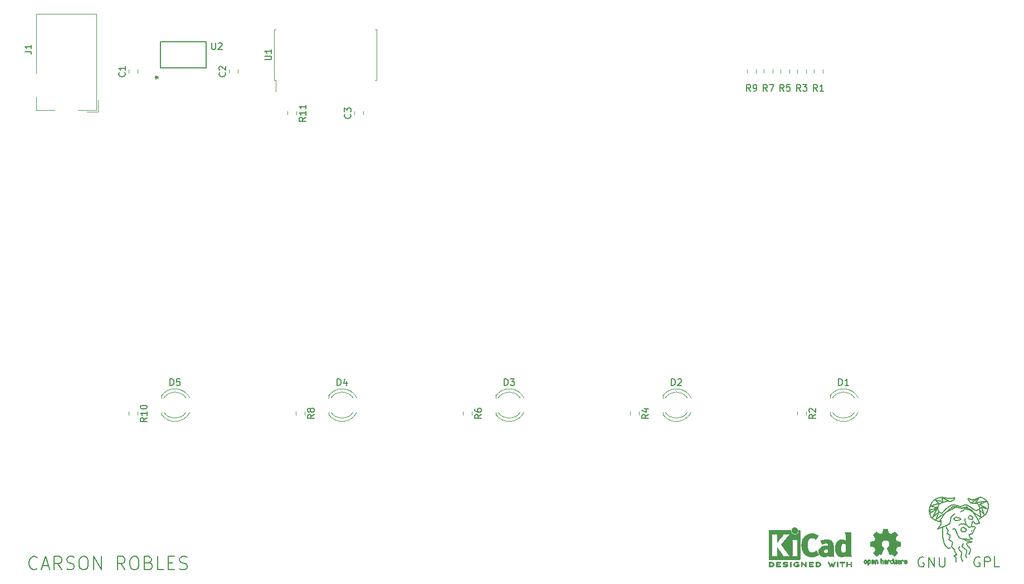
<source format=gto>
G04 #@! TF.GenerationSoftware,KiCad,Pcbnew,(5.1.2-1)-1*
G04 #@! TF.CreationDate,2019-05-07T23:35:31-07:00*
G04 #@! TF.ProjectId,control_board,636f6e74-726f-46c5-9f62-6f6172642e6b,rev?*
G04 #@! TF.SameCoordinates,Original*
G04 #@! TF.FileFunction,Legend,Top*
G04 #@! TF.FilePolarity,Positive*
%FSLAX46Y46*%
G04 Gerber Fmt 4.6, Leading zero omitted, Abs format (unit mm)*
G04 Created by KiCad (PCBNEW (5.1.2-1)-1) date 2019-05-07 23:35:31*
%MOMM*%
%LPD*%
G04 APERTURE LIST*
%ADD10C,0.150000*%
%ADD11C,0.010000*%
%ADD12C,0.120000*%
%ADD13C,0.152400*%
G04 APERTURE END LIST*
D10*
X78138095Y-135334285D02*
X78042857Y-135429523D01*
X77757142Y-135524761D01*
X77566666Y-135524761D01*
X77280952Y-135429523D01*
X77090476Y-135239047D01*
X76995238Y-135048571D01*
X76900000Y-134667619D01*
X76900000Y-134381904D01*
X76995238Y-134000952D01*
X77090476Y-133810476D01*
X77280952Y-133620000D01*
X77566666Y-133524761D01*
X77757142Y-133524761D01*
X78042857Y-133620000D01*
X78138095Y-133715238D01*
X78900000Y-134953333D02*
X79852380Y-134953333D01*
X78709523Y-135524761D02*
X79376190Y-133524761D01*
X80042857Y-135524761D01*
X81852380Y-135524761D02*
X81185714Y-134572380D01*
X80709523Y-135524761D02*
X80709523Y-133524761D01*
X81471428Y-133524761D01*
X81661904Y-133620000D01*
X81757142Y-133715238D01*
X81852380Y-133905714D01*
X81852380Y-134191428D01*
X81757142Y-134381904D01*
X81661904Y-134477142D01*
X81471428Y-134572380D01*
X80709523Y-134572380D01*
X82614285Y-135429523D02*
X82900000Y-135524761D01*
X83376190Y-135524761D01*
X83566666Y-135429523D01*
X83661904Y-135334285D01*
X83757142Y-135143809D01*
X83757142Y-134953333D01*
X83661904Y-134762857D01*
X83566666Y-134667619D01*
X83376190Y-134572380D01*
X82995238Y-134477142D01*
X82804761Y-134381904D01*
X82709523Y-134286666D01*
X82614285Y-134096190D01*
X82614285Y-133905714D01*
X82709523Y-133715238D01*
X82804761Y-133620000D01*
X82995238Y-133524761D01*
X83471428Y-133524761D01*
X83757142Y-133620000D01*
X84995238Y-133524761D02*
X85376190Y-133524761D01*
X85566666Y-133620000D01*
X85757142Y-133810476D01*
X85852380Y-134191428D01*
X85852380Y-134858095D01*
X85757142Y-135239047D01*
X85566666Y-135429523D01*
X85376190Y-135524761D01*
X84995238Y-135524761D01*
X84804761Y-135429523D01*
X84614285Y-135239047D01*
X84519047Y-134858095D01*
X84519047Y-134191428D01*
X84614285Y-133810476D01*
X84804761Y-133620000D01*
X84995238Y-133524761D01*
X86709523Y-135524761D02*
X86709523Y-133524761D01*
X87852380Y-135524761D01*
X87852380Y-133524761D01*
X91471428Y-135524761D02*
X90804761Y-134572380D01*
X90328571Y-135524761D02*
X90328571Y-133524761D01*
X91090476Y-133524761D01*
X91280952Y-133620000D01*
X91376190Y-133715238D01*
X91471428Y-133905714D01*
X91471428Y-134191428D01*
X91376190Y-134381904D01*
X91280952Y-134477142D01*
X91090476Y-134572380D01*
X90328571Y-134572380D01*
X92709523Y-133524761D02*
X93090476Y-133524761D01*
X93280952Y-133620000D01*
X93471428Y-133810476D01*
X93566666Y-134191428D01*
X93566666Y-134858095D01*
X93471428Y-135239047D01*
X93280952Y-135429523D01*
X93090476Y-135524761D01*
X92709523Y-135524761D01*
X92519047Y-135429523D01*
X92328571Y-135239047D01*
X92233333Y-134858095D01*
X92233333Y-134191428D01*
X92328571Y-133810476D01*
X92519047Y-133620000D01*
X92709523Y-133524761D01*
X95090476Y-134477142D02*
X95376190Y-134572380D01*
X95471428Y-134667619D01*
X95566666Y-134858095D01*
X95566666Y-135143809D01*
X95471428Y-135334285D01*
X95376190Y-135429523D01*
X95185714Y-135524761D01*
X94423809Y-135524761D01*
X94423809Y-133524761D01*
X95090476Y-133524761D01*
X95280952Y-133620000D01*
X95376190Y-133715238D01*
X95471428Y-133905714D01*
X95471428Y-134096190D01*
X95376190Y-134286666D01*
X95280952Y-134381904D01*
X95090476Y-134477142D01*
X94423809Y-134477142D01*
X97376190Y-135524761D02*
X96423809Y-135524761D01*
X96423809Y-133524761D01*
X98042857Y-134477142D02*
X98709523Y-134477142D01*
X98995238Y-135524761D02*
X98042857Y-135524761D01*
X98042857Y-133524761D01*
X98995238Y-133524761D01*
X99757142Y-135429523D02*
X100042857Y-135524761D01*
X100519047Y-135524761D01*
X100709523Y-135429523D01*
X100804761Y-135334285D01*
X100899999Y-135143809D01*
X100899999Y-134953333D01*
X100804761Y-134762857D01*
X100709523Y-134667619D01*
X100519047Y-134572380D01*
X100138095Y-134477142D01*
X99947619Y-134381904D01*
X99852380Y-134286666D01*
X99757142Y-134096190D01*
X99757142Y-133905714D01*
X99852380Y-133715238D01*
X99947619Y-133620000D01*
X100138095Y-133524761D01*
X100614285Y-133524761D01*
X100899999Y-133620000D01*
D11*
G36*
X201808823Y-134354533D02*
G01*
X201840202Y-134376776D01*
X201867911Y-134404485D01*
X201867911Y-134713920D01*
X201867838Y-134805799D01*
X201867495Y-134877840D01*
X201866692Y-134932780D01*
X201865241Y-134973360D01*
X201862952Y-135002317D01*
X201859636Y-135022391D01*
X201855105Y-135036321D01*
X201849169Y-135046845D01*
X201844514Y-135053100D01*
X201813783Y-135077673D01*
X201778496Y-135080341D01*
X201746245Y-135065271D01*
X201735588Y-135056374D01*
X201728464Y-135044557D01*
X201724167Y-135025526D01*
X201721991Y-134994992D01*
X201721228Y-134948662D01*
X201721155Y-134912871D01*
X201721155Y-134778045D01*
X201224444Y-134778045D01*
X201224444Y-134900700D01*
X201223931Y-134956787D01*
X201221876Y-134995333D01*
X201217508Y-135021361D01*
X201210056Y-135039897D01*
X201201047Y-135053100D01*
X201170144Y-135077604D01*
X201135196Y-135080506D01*
X201101738Y-135063089D01*
X201092604Y-135053959D01*
X201086152Y-135041855D01*
X201081897Y-135023001D01*
X201079352Y-134993620D01*
X201078029Y-134949937D01*
X201077443Y-134888175D01*
X201077375Y-134874000D01*
X201076891Y-134757631D01*
X201076641Y-134661727D01*
X201076723Y-134584177D01*
X201077231Y-134522869D01*
X201078262Y-134475690D01*
X201079913Y-134440530D01*
X201082279Y-134415276D01*
X201085457Y-134397817D01*
X201089544Y-134386041D01*
X201094634Y-134377835D01*
X201100266Y-134371645D01*
X201132128Y-134351844D01*
X201165357Y-134354533D01*
X201196735Y-134376776D01*
X201209433Y-134391126D01*
X201217526Y-134406978D01*
X201222042Y-134429554D01*
X201224006Y-134464078D01*
X201224444Y-134515776D01*
X201224444Y-134631289D01*
X201721155Y-134631289D01*
X201721155Y-134512756D01*
X201721662Y-134458148D01*
X201723698Y-134421275D01*
X201728035Y-134397307D01*
X201735447Y-134381415D01*
X201743733Y-134371645D01*
X201775594Y-134351844D01*
X201808823Y-134354533D01*
X201808823Y-134354533D01*
G37*
X201808823Y-134354533D02*
X201840202Y-134376776D01*
X201867911Y-134404485D01*
X201867911Y-134713920D01*
X201867838Y-134805799D01*
X201867495Y-134877840D01*
X201866692Y-134932780D01*
X201865241Y-134973360D01*
X201862952Y-135002317D01*
X201859636Y-135022391D01*
X201855105Y-135036321D01*
X201849169Y-135046845D01*
X201844514Y-135053100D01*
X201813783Y-135077673D01*
X201778496Y-135080341D01*
X201746245Y-135065271D01*
X201735588Y-135056374D01*
X201728464Y-135044557D01*
X201724167Y-135025526D01*
X201721991Y-134994992D01*
X201721228Y-134948662D01*
X201721155Y-134912871D01*
X201721155Y-134778045D01*
X201224444Y-134778045D01*
X201224444Y-134900700D01*
X201223931Y-134956787D01*
X201221876Y-134995333D01*
X201217508Y-135021361D01*
X201210056Y-135039897D01*
X201201047Y-135053100D01*
X201170144Y-135077604D01*
X201135196Y-135080506D01*
X201101738Y-135063089D01*
X201092604Y-135053959D01*
X201086152Y-135041855D01*
X201081897Y-135023001D01*
X201079352Y-134993620D01*
X201078029Y-134949937D01*
X201077443Y-134888175D01*
X201077375Y-134874000D01*
X201076891Y-134757631D01*
X201076641Y-134661727D01*
X201076723Y-134584177D01*
X201077231Y-134522869D01*
X201078262Y-134475690D01*
X201079913Y-134440530D01*
X201082279Y-134415276D01*
X201085457Y-134397817D01*
X201089544Y-134386041D01*
X201094634Y-134377835D01*
X201100266Y-134371645D01*
X201132128Y-134351844D01*
X201165357Y-134354533D01*
X201196735Y-134376776D01*
X201209433Y-134391126D01*
X201217526Y-134406978D01*
X201222042Y-134429554D01*
X201224006Y-134464078D01*
X201224444Y-134515776D01*
X201224444Y-134631289D01*
X201721155Y-134631289D01*
X201721155Y-134512756D01*
X201721662Y-134458148D01*
X201723698Y-134421275D01*
X201728035Y-134397307D01*
X201735447Y-134381415D01*
X201743733Y-134371645D01*
X201775594Y-134351844D01*
X201808823Y-134354533D01*
G36*
X200543065Y-134349163D02*
G01*
X200621772Y-134349542D01*
X200682863Y-134350333D01*
X200728817Y-134351670D01*
X200762114Y-134353683D01*
X200785236Y-134356506D01*
X200800662Y-134360269D01*
X200810871Y-134365105D01*
X200815813Y-134368822D01*
X200841457Y-134401358D01*
X200844559Y-134435138D01*
X200828711Y-134465826D01*
X200818348Y-134478089D01*
X200807196Y-134486450D01*
X200791035Y-134491657D01*
X200765642Y-134494457D01*
X200726798Y-134495596D01*
X200670280Y-134495821D01*
X200659180Y-134495822D01*
X200513244Y-134495822D01*
X200513244Y-134766756D01*
X200513148Y-134852154D01*
X200512711Y-134917864D01*
X200511712Y-134966774D01*
X200509928Y-135001773D01*
X200507137Y-135025749D01*
X200503117Y-135041593D01*
X200497645Y-135052191D01*
X200490666Y-135060267D01*
X200457734Y-135080112D01*
X200423354Y-135078548D01*
X200392176Y-135055906D01*
X200389886Y-135053100D01*
X200382429Y-135042492D01*
X200376747Y-135030081D01*
X200372601Y-135012850D01*
X200369750Y-134987784D01*
X200367954Y-134951867D01*
X200366972Y-134902083D01*
X200366564Y-134835417D01*
X200366489Y-134759589D01*
X200366489Y-134495822D01*
X200227127Y-134495822D01*
X200167322Y-134495418D01*
X200125918Y-134493840D01*
X200098748Y-134490547D01*
X200081646Y-134484992D01*
X200070443Y-134476631D01*
X200069083Y-134475178D01*
X200052725Y-134441939D01*
X200054172Y-134404362D01*
X200072978Y-134371645D01*
X200080250Y-134365298D01*
X200089627Y-134360266D01*
X200103609Y-134356396D01*
X200124696Y-134353537D01*
X200155389Y-134351535D01*
X200198189Y-134350239D01*
X200255595Y-134349498D01*
X200330110Y-134349158D01*
X200424233Y-134349068D01*
X200444260Y-134349067D01*
X200543065Y-134349163D01*
X200543065Y-134349163D01*
G37*
X200543065Y-134349163D02*
X200621772Y-134349542D01*
X200682863Y-134350333D01*
X200728817Y-134351670D01*
X200762114Y-134353683D01*
X200785236Y-134356506D01*
X200800662Y-134360269D01*
X200810871Y-134365105D01*
X200815813Y-134368822D01*
X200841457Y-134401358D01*
X200844559Y-134435138D01*
X200828711Y-134465826D01*
X200818348Y-134478089D01*
X200807196Y-134486450D01*
X200791035Y-134491657D01*
X200765642Y-134494457D01*
X200726798Y-134495596D01*
X200670280Y-134495821D01*
X200659180Y-134495822D01*
X200513244Y-134495822D01*
X200513244Y-134766756D01*
X200513148Y-134852154D01*
X200512711Y-134917864D01*
X200511712Y-134966774D01*
X200509928Y-135001773D01*
X200507137Y-135025749D01*
X200503117Y-135041593D01*
X200497645Y-135052191D01*
X200490666Y-135060267D01*
X200457734Y-135080112D01*
X200423354Y-135078548D01*
X200392176Y-135055906D01*
X200389886Y-135053100D01*
X200382429Y-135042492D01*
X200376747Y-135030081D01*
X200372601Y-135012850D01*
X200369750Y-134987784D01*
X200367954Y-134951867D01*
X200366972Y-134902083D01*
X200366564Y-134835417D01*
X200366489Y-134759589D01*
X200366489Y-134495822D01*
X200227127Y-134495822D01*
X200167322Y-134495418D01*
X200125918Y-134493840D01*
X200098748Y-134490547D01*
X200081646Y-134484992D01*
X200070443Y-134476631D01*
X200069083Y-134475178D01*
X200052725Y-134441939D01*
X200054172Y-134404362D01*
X200072978Y-134371645D01*
X200080250Y-134365298D01*
X200089627Y-134360266D01*
X200103609Y-134356396D01*
X200124696Y-134353537D01*
X200155389Y-134351535D01*
X200198189Y-134350239D01*
X200255595Y-134349498D01*
X200330110Y-134349158D01*
X200424233Y-134349068D01*
X200444260Y-134349067D01*
X200543065Y-134349163D01*
G36*
X199768614Y-134355877D02*
G01*
X199792327Y-134370647D01*
X199818978Y-134392227D01*
X199818978Y-134713773D01*
X199818893Y-134807830D01*
X199818529Y-134881932D01*
X199817724Y-134938704D01*
X199816313Y-134980768D01*
X199814133Y-135010748D01*
X199811021Y-135031267D01*
X199806814Y-135044949D01*
X199801348Y-135054416D01*
X199797472Y-135059082D01*
X199766034Y-135079575D01*
X199730233Y-135078739D01*
X199698873Y-135061264D01*
X199672222Y-135039684D01*
X199672222Y-134392227D01*
X199698873Y-134370647D01*
X199724594Y-134354949D01*
X199745600Y-134349067D01*
X199768614Y-134355877D01*
X199768614Y-134355877D01*
G37*
X199768614Y-134355877D02*
X199792327Y-134370647D01*
X199818978Y-134392227D01*
X199818978Y-134713773D01*
X199818893Y-134807830D01*
X199818529Y-134881932D01*
X199817724Y-134938704D01*
X199816313Y-134980768D01*
X199814133Y-135010748D01*
X199811021Y-135031267D01*
X199806814Y-135044949D01*
X199801348Y-135054416D01*
X199797472Y-135059082D01*
X199766034Y-135079575D01*
X199730233Y-135078739D01*
X199698873Y-135061264D01*
X199672222Y-135039684D01*
X199672222Y-134392227D01*
X199698873Y-134370647D01*
X199724594Y-134354949D01*
X199745600Y-134349067D01*
X199768614Y-134355877D01*
G36*
X199324665Y-134351034D02*
G01*
X199344255Y-134358035D01*
X199345010Y-134358377D01*
X199371613Y-134378678D01*
X199386270Y-134399561D01*
X199389138Y-134409352D01*
X199388996Y-134422361D01*
X199384961Y-134440895D01*
X199376146Y-134467257D01*
X199361669Y-134503752D01*
X199340645Y-134552687D01*
X199312188Y-134616365D01*
X199275415Y-134697093D01*
X199255175Y-134741216D01*
X199218625Y-134819985D01*
X199184315Y-134892423D01*
X199153552Y-134955880D01*
X199127648Y-135007708D01*
X199107910Y-135045259D01*
X199095650Y-135065884D01*
X199093224Y-135068733D01*
X199062183Y-135081302D01*
X199027121Y-135079619D01*
X198999000Y-135064332D01*
X198997854Y-135063089D01*
X198986668Y-135046154D01*
X198967904Y-135013170D01*
X198943875Y-134968380D01*
X198916897Y-134916032D01*
X198907201Y-134896742D01*
X198834014Y-134750150D01*
X198754240Y-134909393D01*
X198725767Y-134964415D01*
X198699350Y-135012132D01*
X198677148Y-135048893D01*
X198661319Y-135071044D01*
X198655954Y-135075741D01*
X198614257Y-135082102D01*
X198579849Y-135068733D01*
X198569728Y-135054446D01*
X198552214Y-135022692D01*
X198528735Y-134976597D01*
X198500720Y-134919285D01*
X198469599Y-134853880D01*
X198436799Y-134783507D01*
X198403750Y-134711291D01*
X198371881Y-134640355D01*
X198342619Y-134573825D01*
X198317395Y-134514826D01*
X198297636Y-134466481D01*
X198284772Y-134431915D01*
X198280231Y-134414253D01*
X198280277Y-134413613D01*
X198291326Y-134391388D01*
X198313410Y-134368753D01*
X198314710Y-134367768D01*
X198341853Y-134352425D01*
X198366958Y-134352574D01*
X198376368Y-134355466D01*
X198387834Y-134361718D01*
X198400010Y-134374014D01*
X198414357Y-134394908D01*
X198432336Y-134426949D01*
X198455407Y-134472688D01*
X198485030Y-134534677D01*
X198511745Y-134591898D01*
X198542480Y-134658226D01*
X198570021Y-134717874D01*
X198592938Y-134767725D01*
X198609798Y-134804664D01*
X198619173Y-134825573D01*
X198620540Y-134828845D01*
X198626689Y-134823497D01*
X198640822Y-134801109D01*
X198661057Y-134764946D01*
X198685515Y-134718277D01*
X198695248Y-134699022D01*
X198728217Y-134634004D01*
X198753643Y-134586654D01*
X198773612Y-134554219D01*
X198790210Y-134533946D01*
X198805524Y-134523082D01*
X198821640Y-134518875D01*
X198832143Y-134518400D01*
X198850670Y-134520042D01*
X198866904Y-134526831D01*
X198883035Y-134541566D01*
X198901251Y-134567044D01*
X198923739Y-134606061D01*
X198952689Y-134661414D01*
X198968662Y-134692903D01*
X198994570Y-134743087D01*
X199017167Y-134784704D01*
X199034458Y-134814242D01*
X199044450Y-134828189D01*
X199045809Y-134828770D01*
X199052261Y-134817793D01*
X199066708Y-134789290D01*
X199087703Y-134746244D01*
X199113797Y-134691638D01*
X199143546Y-134628454D01*
X199158180Y-134597071D01*
X199196250Y-134516078D01*
X199226905Y-134453756D01*
X199251737Y-134408071D01*
X199272337Y-134376989D01*
X199290298Y-134358478D01*
X199307210Y-134350504D01*
X199324665Y-134351034D01*
X199324665Y-134351034D01*
G37*
X199324665Y-134351034D02*
X199344255Y-134358035D01*
X199345010Y-134358377D01*
X199371613Y-134378678D01*
X199386270Y-134399561D01*
X199389138Y-134409352D01*
X199388996Y-134422361D01*
X199384961Y-134440895D01*
X199376146Y-134467257D01*
X199361669Y-134503752D01*
X199340645Y-134552687D01*
X199312188Y-134616365D01*
X199275415Y-134697093D01*
X199255175Y-134741216D01*
X199218625Y-134819985D01*
X199184315Y-134892423D01*
X199153552Y-134955880D01*
X199127648Y-135007708D01*
X199107910Y-135045259D01*
X199095650Y-135065884D01*
X199093224Y-135068733D01*
X199062183Y-135081302D01*
X199027121Y-135079619D01*
X198999000Y-135064332D01*
X198997854Y-135063089D01*
X198986668Y-135046154D01*
X198967904Y-135013170D01*
X198943875Y-134968380D01*
X198916897Y-134916032D01*
X198907201Y-134896742D01*
X198834014Y-134750150D01*
X198754240Y-134909393D01*
X198725767Y-134964415D01*
X198699350Y-135012132D01*
X198677148Y-135048893D01*
X198661319Y-135071044D01*
X198655954Y-135075741D01*
X198614257Y-135082102D01*
X198579849Y-135068733D01*
X198569728Y-135054446D01*
X198552214Y-135022692D01*
X198528735Y-134976597D01*
X198500720Y-134919285D01*
X198469599Y-134853880D01*
X198436799Y-134783507D01*
X198403750Y-134711291D01*
X198371881Y-134640355D01*
X198342619Y-134573825D01*
X198317395Y-134514826D01*
X198297636Y-134466481D01*
X198284772Y-134431915D01*
X198280231Y-134414253D01*
X198280277Y-134413613D01*
X198291326Y-134391388D01*
X198313410Y-134368753D01*
X198314710Y-134367768D01*
X198341853Y-134352425D01*
X198366958Y-134352574D01*
X198376368Y-134355466D01*
X198387834Y-134361718D01*
X198400010Y-134374014D01*
X198414357Y-134394908D01*
X198432336Y-134426949D01*
X198455407Y-134472688D01*
X198485030Y-134534677D01*
X198511745Y-134591898D01*
X198542480Y-134658226D01*
X198570021Y-134717874D01*
X198592938Y-134767725D01*
X198609798Y-134804664D01*
X198619173Y-134825573D01*
X198620540Y-134828845D01*
X198626689Y-134823497D01*
X198640822Y-134801109D01*
X198661057Y-134764946D01*
X198685515Y-134718277D01*
X198695248Y-134699022D01*
X198728217Y-134634004D01*
X198753643Y-134586654D01*
X198773612Y-134554219D01*
X198790210Y-134533946D01*
X198805524Y-134523082D01*
X198821640Y-134518875D01*
X198832143Y-134518400D01*
X198850670Y-134520042D01*
X198866904Y-134526831D01*
X198883035Y-134541566D01*
X198901251Y-134567044D01*
X198923739Y-134606061D01*
X198952689Y-134661414D01*
X198968662Y-134692903D01*
X198994570Y-134743087D01*
X199017167Y-134784704D01*
X199034458Y-134814242D01*
X199044450Y-134828189D01*
X199045809Y-134828770D01*
X199052261Y-134817793D01*
X199066708Y-134789290D01*
X199087703Y-134746244D01*
X199113797Y-134691638D01*
X199143546Y-134628454D01*
X199158180Y-134597071D01*
X199196250Y-134516078D01*
X199226905Y-134453756D01*
X199251737Y-134408071D01*
X199272337Y-134376989D01*
X199290298Y-134358478D01*
X199307210Y-134350504D01*
X199324665Y-134351034D01*
G36*
X196598309Y-134349275D02*
G01*
X196727288Y-134353636D01*
X196836991Y-134366861D01*
X196929226Y-134389741D01*
X197005802Y-134423070D01*
X197068527Y-134467638D01*
X197119212Y-134524236D01*
X197159663Y-134593658D01*
X197160459Y-134595351D01*
X197184601Y-134657483D01*
X197193203Y-134712509D01*
X197186231Y-134767887D01*
X197163654Y-134831073D01*
X197159372Y-134840689D01*
X197130172Y-134896966D01*
X197097356Y-134940451D01*
X197055002Y-134977417D01*
X196997190Y-135014135D01*
X196993831Y-135016052D01*
X196943504Y-135040227D01*
X196886621Y-135058282D01*
X196819527Y-135070839D01*
X196738565Y-135078522D01*
X196640082Y-135081953D01*
X196605286Y-135082251D01*
X196439594Y-135082845D01*
X196416197Y-135053100D01*
X196409257Y-135043319D01*
X196403842Y-135031897D01*
X196399765Y-135016095D01*
X196396837Y-134993175D01*
X196394867Y-134960396D01*
X196394225Y-134936089D01*
X196550844Y-134936089D01*
X196644726Y-134936089D01*
X196699664Y-134934483D01*
X196756060Y-134930255D01*
X196802345Y-134924292D01*
X196805139Y-134923790D01*
X196887348Y-134901736D01*
X196951114Y-134868600D01*
X196998452Y-134822847D01*
X197031382Y-134762939D01*
X197037108Y-134747061D01*
X197042721Y-134722333D01*
X197040291Y-134697902D01*
X197028467Y-134665400D01*
X197021340Y-134649434D01*
X196998000Y-134607006D01*
X196969880Y-134577240D01*
X196938940Y-134556511D01*
X196876966Y-134529537D01*
X196797651Y-134509998D01*
X196705253Y-134498746D01*
X196638333Y-134496270D01*
X196550844Y-134495822D01*
X196550844Y-134936089D01*
X196394225Y-134936089D01*
X196393668Y-134915021D01*
X196393050Y-134854311D01*
X196392825Y-134775526D01*
X196392800Y-134713920D01*
X196392800Y-134404485D01*
X196420509Y-134376776D01*
X196432806Y-134365544D01*
X196446103Y-134357853D01*
X196464672Y-134353040D01*
X196492786Y-134350446D01*
X196534717Y-134349410D01*
X196594737Y-134349270D01*
X196598309Y-134349275D01*
X196598309Y-134349275D01*
G37*
X196598309Y-134349275D02*
X196727288Y-134353636D01*
X196836991Y-134366861D01*
X196929226Y-134389741D01*
X197005802Y-134423070D01*
X197068527Y-134467638D01*
X197119212Y-134524236D01*
X197159663Y-134593658D01*
X197160459Y-134595351D01*
X197184601Y-134657483D01*
X197193203Y-134712509D01*
X197186231Y-134767887D01*
X197163654Y-134831073D01*
X197159372Y-134840689D01*
X197130172Y-134896966D01*
X197097356Y-134940451D01*
X197055002Y-134977417D01*
X196997190Y-135014135D01*
X196993831Y-135016052D01*
X196943504Y-135040227D01*
X196886621Y-135058282D01*
X196819527Y-135070839D01*
X196738565Y-135078522D01*
X196640082Y-135081953D01*
X196605286Y-135082251D01*
X196439594Y-135082845D01*
X196416197Y-135053100D01*
X196409257Y-135043319D01*
X196403842Y-135031897D01*
X196399765Y-135016095D01*
X196396837Y-134993175D01*
X196394867Y-134960396D01*
X196394225Y-134936089D01*
X196550844Y-134936089D01*
X196644726Y-134936089D01*
X196699664Y-134934483D01*
X196756060Y-134930255D01*
X196802345Y-134924292D01*
X196805139Y-134923790D01*
X196887348Y-134901736D01*
X196951114Y-134868600D01*
X196998452Y-134822847D01*
X197031382Y-134762939D01*
X197037108Y-134747061D01*
X197042721Y-134722333D01*
X197040291Y-134697902D01*
X197028467Y-134665400D01*
X197021340Y-134649434D01*
X196998000Y-134607006D01*
X196969880Y-134577240D01*
X196938940Y-134556511D01*
X196876966Y-134529537D01*
X196797651Y-134509998D01*
X196705253Y-134498746D01*
X196638333Y-134496270D01*
X196550844Y-134495822D01*
X196550844Y-134936089D01*
X196394225Y-134936089D01*
X196393668Y-134915021D01*
X196393050Y-134854311D01*
X196392825Y-134775526D01*
X196392800Y-134713920D01*
X196392800Y-134404485D01*
X196420509Y-134376776D01*
X196432806Y-134365544D01*
X196446103Y-134357853D01*
X196464672Y-134353040D01*
X196492786Y-134350446D01*
X196534717Y-134349410D01*
X196594737Y-134349270D01*
X196598309Y-134349275D01*
G36*
X195810343Y-134349260D02*
G01*
X195886701Y-134350174D01*
X195945217Y-134352311D01*
X195988255Y-134356175D01*
X196018183Y-134362267D01*
X196037368Y-134371090D01*
X196048176Y-134383146D01*
X196052973Y-134398939D01*
X196054127Y-134418970D01*
X196054133Y-134421335D01*
X196053131Y-134443992D01*
X196048396Y-134461503D01*
X196037333Y-134474574D01*
X196017348Y-134483913D01*
X195985846Y-134490227D01*
X195940232Y-134494222D01*
X195877913Y-134496606D01*
X195796293Y-134498086D01*
X195771277Y-134498414D01*
X195529200Y-134501467D01*
X195525814Y-134566378D01*
X195522429Y-134631289D01*
X195690576Y-134631289D01*
X195756266Y-134631531D01*
X195803172Y-134632556D01*
X195835083Y-134634811D01*
X195855791Y-134638742D01*
X195869084Y-134644798D01*
X195878755Y-134653424D01*
X195878817Y-134653493D01*
X195896356Y-134687112D01*
X195895722Y-134723448D01*
X195877314Y-134754423D01*
X195873671Y-134757607D01*
X195860741Y-134765812D01*
X195843024Y-134771521D01*
X195816570Y-134775162D01*
X195777432Y-134777167D01*
X195721662Y-134777964D01*
X195685994Y-134778045D01*
X195523555Y-134778045D01*
X195523555Y-134936089D01*
X195770161Y-134936089D01*
X195851580Y-134936231D01*
X195913410Y-134936814D01*
X195958637Y-134938068D01*
X195990248Y-134940227D01*
X196011231Y-134943523D01*
X196024573Y-134948189D01*
X196033261Y-134954457D01*
X196035450Y-134956733D01*
X196051614Y-134988280D01*
X196052797Y-135024168D01*
X196039536Y-135055285D01*
X196029043Y-135065271D01*
X196018129Y-135070769D01*
X196001217Y-135075022D01*
X195975633Y-135078180D01*
X195938701Y-135080392D01*
X195887746Y-135081806D01*
X195820094Y-135082572D01*
X195733069Y-135082838D01*
X195713394Y-135082845D01*
X195624911Y-135082787D01*
X195556227Y-135082467D01*
X195504564Y-135081667D01*
X195467145Y-135080167D01*
X195441190Y-135077749D01*
X195423922Y-135074194D01*
X195412562Y-135069282D01*
X195404332Y-135062795D01*
X195399817Y-135058138D01*
X195393021Y-135049889D01*
X195387712Y-135039669D01*
X195383706Y-135024800D01*
X195380821Y-135002602D01*
X195378874Y-134970393D01*
X195377681Y-134925496D01*
X195377061Y-134865228D01*
X195376829Y-134786911D01*
X195376800Y-134720994D01*
X195376871Y-134628628D01*
X195377208Y-134556117D01*
X195377998Y-134500737D01*
X195379426Y-134459765D01*
X195381679Y-134430478D01*
X195384943Y-134410153D01*
X195389404Y-134396066D01*
X195395248Y-134385495D01*
X195400197Y-134378811D01*
X195423594Y-134349067D01*
X195713774Y-134349067D01*
X195810343Y-134349260D01*
X195810343Y-134349260D01*
G37*
X195810343Y-134349260D02*
X195886701Y-134350174D01*
X195945217Y-134352311D01*
X195988255Y-134356175D01*
X196018183Y-134362267D01*
X196037368Y-134371090D01*
X196048176Y-134383146D01*
X196052973Y-134398939D01*
X196054127Y-134418970D01*
X196054133Y-134421335D01*
X196053131Y-134443992D01*
X196048396Y-134461503D01*
X196037333Y-134474574D01*
X196017348Y-134483913D01*
X195985846Y-134490227D01*
X195940232Y-134494222D01*
X195877913Y-134496606D01*
X195796293Y-134498086D01*
X195771277Y-134498414D01*
X195529200Y-134501467D01*
X195525814Y-134566378D01*
X195522429Y-134631289D01*
X195690576Y-134631289D01*
X195756266Y-134631531D01*
X195803172Y-134632556D01*
X195835083Y-134634811D01*
X195855791Y-134638742D01*
X195869084Y-134644798D01*
X195878755Y-134653424D01*
X195878817Y-134653493D01*
X195896356Y-134687112D01*
X195895722Y-134723448D01*
X195877314Y-134754423D01*
X195873671Y-134757607D01*
X195860741Y-134765812D01*
X195843024Y-134771521D01*
X195816570Y-134775162D01*
X195777432Y-134777167D01*
X195721662Y-134777964D01*
X195685994Y-134778045D01*
X195523555Y-134778045D01*
X195523555Y-134936089D01*
X195770161Y-134936089D01*
X195851580Y-134936231D01*
X195913410Y-134936814D01*
X195958637Y-134938068D01*
X195990248Y-134940227D01*
X196011231Y-134943523D01*
X196024573Y-134948189D01*
X196033261Y-134954457D01*
X196035450Y-134956733D01*
X196051614Y-134988280D01*
X196052797Y-135024168D01*
X196039536Y-135055285D01*
X196029043Y-135065271D01*
X196018129Y-135070769D01*
X196001217Y-135075022D01*
X195975633Y-135078180D01*
X195938701Y-135080392D01*
X195887746Y-135081806D01*
X195820094Y-135082572D01*
X195733069Y-135082838D01*
X195713394Y-135082845D01*
X195624911Y-135082787D01*
X195556227Y-135082467D01*
X195504564Y-135081667D01*
X195467145Y-135080167D01*
X195441190Y-135077749D01*
X195423922Y-135074194D01*
X195412562Y-135069282D01*
X195404332Y-135062795D01*
X195399817Y-135058138D01*
X195393021Y-135049889D01*
X195387712Y-135039669D01*
X195383706Y-135024800D01*
X195380821Y-135002602D01*
X195378874Y-134970393D01*
X195377681Y-134925496D01*
X195377061Y-134865228D01*
X195376829Y-134786911D01*
X195376800Y-134720994D01*
X195376871Y-134628628D01*
X195377208Y-134556117D01*
X195377998Y-134500737D01*
X195379426Y-134459765D01*
X195381679Y-134430478D01*
X195384943Y-134410153D01*
X195389404Y-134396066D01*
X195395248Y-134385495D01*
X195400197Y-134378811D01*
X195423594Y-134349067D01*
X195713774Y-134349067D01*
X195810343Y-134349260D01*
G36*
X194279886Y-134353448D02*
G01*
X194303452Y-134367273D01*
X194334265Y-134389881D01*
X194373922Y-134422338D01*
X194424020Y-134465708D01*
X194486157Y-134521058D01*
X194561928Y-134589451D01*
X194648666Y-134668084D01*
X194829289Y-134831878D01*
X194834933Y-134612029D01*
X194836971Y-134536351D01*
X194838937Y-134479994D01*
X194841266Y-134439706D01*
X194844394Y-134412235D01*
X194848755Y-134394329D01*
X194854784Y-134382737D01*
X194862916Y-134374208D01*
X194867228Y-134370623D01*
X194901759Y-134351670D01*
X194934617Y-134354441D01*
X194960682Y-134370633D01*
X194987333Y-134392199D01*
X194990648Y-134707151D01*
X194991565Y-134799779D01*
X194992032Y-134872544D01*
X194991887Y-134928161D01*
X194990968Y-134969342D01*
X194989113Y-134998803D01*
X194986161Y-135019255D01*
X194981950Y-135033413D01*
X194976318Y-135043991D01*
X194970073Y-135052474D01*
X194956561Y-135068207D01*
X194943117Y-135078636D01*
X194927876Y-135082639D01*
X194908974Y-135079094D01*
X194884545Y-135066879D01*
X194852727Y-135044871D01*
X194811652Y-135011949D01*
X194759458Y-134966991D01*
X194694278Y-134908875D01*
X194620444Y-134842099D01*
X194355155Y-134601458D01*
X194349511Y-134820589D01*
X194347469Y-134896128D01*
X194345498Y-134952354D01*
X194343161Y-134992524D01*
X194340019Y-135019896D01*
X194335636Y-135037728D01*
X194329576Y-135049279D01*
X194321400Y-135057807D01*
X194317216Y-135061282D01*
X194280235Y-135080372D01*
X194245292Y-135077493D01*
X194214864Y-135053100D01*
X194207903Y-135043286D01*
X194202477Y-135031826D01*
X194198397Y-135015968D01*
X194195471Y-134992963D01*
X194193508Y-134960062D01*
X194192317Y-134914516D01*
X194191708Y-134853573D01*
X194191489Y-134774486D01*
X194191466Y-134715956D01*
X194191540Y-134624407D01*
X194191887Y-134552687D01*
X194192699Y-134498045D01*
X194194167Y-134457732D01*
X194196481Y-134428998D01*
X194199833Y-134409093D01*
X194204412Y-134395268D01*
X194210411Y-134384772D01*
X194214864Y-134378811D01*
X194226150Y-134364691D01*
X194236699Y-134354029D01*
X194248107Y-134347892D01*
X194261970Y-134347343D01*
X194279886Y-134353448D01*
X194279886Y-134353448D01*
G37*
X194279886Y-134353448D02*
X194303452Y-134367273D01*
X194334265Y-134389881D01*
X194373922Y-134422338D01*
X194424020Y-134465708D01*
X194486157Y-134521058D01*
X194561928Y-134589451D01*
X194648666Y-134668084D01*
X194829289Y-134831878D01*
X194834933Y-134612029D01*
X194836971Y-134536351D01*
X194838937Y-134479994D01*
X194841266Y-134439706D01*
X194844394Y-134412235D01*
X194848755Y-134394329D01*
X194854784Y-134382737D01*
X194862916Y-134374208D01*
X194867228Y-134370623D01*
X194901759Y-134351670D01*
X194934617Y-134354441D01*
X194960682Y-134370633D01*
X194987333Y-134392199D01*
X194990648Y-134707151D01*
X194991565Y-134799779D01*
X194992032Y-134872544D01*
X194991887Y-134928161D01*
X194990968Y-134969342D01*
X194989113Y-134998803D01*
X194986161Y-135019255D01*
X194981950Y-135033413D01*
X194976318Y-135043991D01*
X194970073Y-135052474D01*
X194956561Y-135068207D01*
X194943117Y-135078636D01*
X194927876Y-135082639D01*
X194908974Y-135079094D01*
X194884545Y-135066879D01*
X194852727Y-135044871D01*
X194811652Y-135011949D01*
X194759458Y-134966991D01*
X194694278Y-134908875D01*
X194620444Y-134842099D01*
X194355155Y-134601458D01*
X194349511Y-134820589D01*
X194347469Y-134896128D01*
X194345498Y-134952354D01*
X194343161Y-134992524D01*
X194340019Y-135019896D01*
X194335636Y-135037728D01*
X194329576Y-135049279D01*
X194321400Y-135057807D01*
X194317216Y-135061282D01*
X194280235Y-135080372D01*
X194245292Y-135077493D01*
X194214864Y-135053100D01*
X194207903Y-135043286D01*
X194202477Y-135031826D01*
X194198397Y-135015968D01*
X194195471Y-134992963D01*
X194193508Y-134960062D01*
X194192317Y-134914516D01*
X194191708Y-134853573D01*
X194191489Y-134774486D01*
X194191466Y-134715956D01*
X194191540Y-134624407D01*
X194191887Y-134552687D01*
X194192699Y-134498045D01*
X194194167Y-134457732D01*
X194196481Y-134428998D01*
X194199833Y-134409093D01*
X194204412Y-134395268D01*
X194210411Y-134384772D01*
X194214864Y-134378811D01*
X194226150Y-134364691D01*
X194236699Y-134354029D01*
X194248107Y-134347892D01*
X194261970Y-134347343D01*
X194279886Y-134353448D01*
G36*
X193629919Y-134354599D02*
G01*
X193698435Y-134366095D01*
X193751057Y-134383967D01*
X193785292Y-134407499D01*
X193794621Y-134420924D01*
X193804107Y-134452148D01*
X193797723Y-134480395D01*
X193777570Y-134507182D01*
X193746255Y-134519713D01*
X193700817Y-134518696D01*
X193665674Y-134511906D01*
X193587581Y-134498971D01*
X193507774Y-134497742D01*
X193418445Y-134508241D01*
X193393771Y-134512690D01*
X193310709Y-134536108D01*
X193245727Y-134570945D01*
X193199539Y-134616604D01*
X193172855Y-134672494D01*
X193167337Y-134701388D01*
X193170949Y-134760012D01*
X193194271Y-134811879D01*
X193235176Y-134855978D01*
X193291541Y-134891299D01*
X193361240Y-134916829D01*
X193442148Y-134931559D01*
X193532140Y-134934478D01*
X193629090Y-134924575D01*
X193634564Y-134923641D01*
X193673125Y-134916459D01*
X193694506Y-134909521D01*
X193703773Y-134899227D01*
X193705994Y-134881976D01*
X193706044Y-134872841D01*
X193706044Y-134834489D01*
X193637569Y-134834489D01*
X193577100Y-134830347D01*
X193535835Y-134817147D01*
X193511825Y-134793730D01*
X193503123Y-134758936D01*
X193503017Y-134754394D01*
X193508108Y-134724654D01*
X193525567Y-134703419D01*
X193558061Y-134689366D01*
X193608257Y-134681173D01*
X193656877Y-134678161D01*
X193727544Y-134676433D01*
X193778802Y-134679070D01*
X193813761Y-134688800D01*
X193835530Y-134708353D01*
X193847220Y-134740456D01*
X193851940Y-134787838D01*
X193852800Y-134850071D01*
X193851391Y-134919535D01*
X193847152Y-134966786D01*
X193840064Y-134992012D01*
X193838689Y-134993988D01*
X193799772Y-135025508D01*
X193742714Y-135050470D01*
X193671131Y-135068340D01*
X193588642Y-135078586D01*
X193498861Y-135080673D01*
X193405408Y-135074068D01*
X193350444Y-135065956D01*
X193264234Y-135041554D01*
X193184108Y-135001662D01*
X193117023Y-134949887D01*
X193106827Y-134939539D01*
X193073698Y-134896035D01*
X193043806Y-134842118D01*
X193020643Y-134785592D01*
X193007702Y-134734259D01*
X193006142Y-134714544D01*
X193012782Y-134673419D01*
X193030432Y-134622252D01*
X193055703Y-134568394D01*
X193085211Y-134519195D01*
X193111281Y-134486334D01*
X193172235Y-134437452D01*
X193251031Y-134398545D01*
X193344843Y-134370494D01*
X193450850Y-134354179D01*
X193548000Y-134350192D01*
X193629919Y-134354599D01*
X193629919Y-134354599D01*
G37*
X193629919Y-134354599D02*
X193698435Y-134366095D01*
X193751057Y-134383967D01*
X193785292Y-134407499D01*
X193794621Y-134420924D01*
X193804107Y-134452148D01*
X193797723Y-134480395D01*
X193777570Y-134507182D01*
X193746255Y-134519713D01*
X193700817Y-134518696D01*
X193665674Y-134511906D01*
X193587581Y-134498971D01*
X193507774Y-134497742D01*
X193418445Y-134508241D01*
X193393771Y-134512690D01*
X193310709Y-134536108D01*
X193245727Y-134570945D01*
X193199539Y-134616604D01*
X193172855Y-134672494D01*
X193167337Y-134701388D01*
X193170949Y-134760012D01*
X193194271Y-134811879D01*
X193235176Y-134855978D01*
X193291541Y-134891299D01*
X193361240Y-134916829D01*
X193442148Y-134931559D01*
X193532140Y-134934478D01*
X193629090Y-134924575D01*
X193634564Y-134923641D01*
X193673125Y-134916459D01*
X193694506Y-134909521D01*
X193703773Y-134899227D01*
X193705994Y-134881976D01*
X193706044Y-134872841D01*
X193706044Y-134834489D01*
X193637569Y-134834489D01*
X193577100Y-134830347D01*
X193535835Y-134817147D01*
X193511825Y-134793730D01*
X193503123Y-134758936D01*
X193503017Y-134754394D01*
X193508108Y-134724654D01*
X193525567Y-134703419D01*
X193558061Y-134689366D01*
X193608257Y-134681173D01*
X193656877Y-134678161D01*
X193727544Y-134676433D01*
X193778802Y-134679070D01*
X193813761Y-134688800D01*
X193835530Y-134708353D01*
X193847220Y-134740456D01*
X193851940Y-134787838D01*
X193852800Y-134850071D01*
X193851391Y-134919535D01*
X193847152Y-134966786D01*
X193840064Y-134992012D01*
X193838689Y-134993988D01*
X193799772Y-135025508D01*
X193742714Y-135050470D01*
X193671131Y-135068340D01*
X193588642Y-135078586D01*
X193498861Y-135080673D01*
X193405408Y-135074068D01*
X193350444Y-135065956D01*
X193264234Y-135041554D01*
X193184108Y-135001662D01*
X193117023Y-134949887D01*
X193106827Y-134939539D01*
X193073698Y-134896035D01*
X193043806Y-134842118D01*
X193020643Y-134785592D01*
X193007702Y-134734259D01*
X193006142Y-134714544D01*
X193012782Y-134673419D01*
X193030432Y-134622252D01*
X193055703Y-134568394D01*
X193085211Y-134519195D01*
X193111281Y-134486334D01*
X193172235Y-134437452D01*
X193251031Y-134398545D01*
X193344843Y-134370494D01*
X193450850Y-134354179D01*
X193548000Y-134350192D01*
X193629919Y-134354599D01*
G36*
X192656178Y-134371645D02*
G01*
X192662758Y-134379218D01*
X192667921Y-134388987D01*
X192671836Y-134403571D01*
X192674676Y-134425585D01*
X192676613Y-134457648D01*
X192677817Y-134502375D01*
X192678461Y-134562385D01*
X192678716Y-134640294D01*
X192678755Y-134715956D01*
X192678686Y-134809802D01*
X192678362Y-134883689D01*
X192677614Y-134940232D01*
X192676268Y-134982049D01*
X192674154Y-135011757D01*
X192671100Y-135031973D01*
X192666934Y-135045314D01*
X192661484Y-135054398D01*
X192656178Y-135060267D01*
X192623174Y-135079947D01*
X192588009Y-135078181D01*
X192556545Y-135056717D01*
X192549316Y-135048337D01*
X192543666Y-135038614D01*
X192539401Y-135024861D01*
X192536327Y-135004389D01*
X192534248Y-134974512D01*
X192532970Y-134932541D01*
X192532299Y-134875789D01*
X192532041Y-134801567D01*
X192532000Y-134717537D01*
X192532000Y-134404485D01*
X192559709Y-134376776D01*
X192593863Y-134353463D01*
X192626994Y-134352623D01*
X192656178Y-134371645D01*
X192656178Y-134371645D01*
G37*
X192656178Y-134371645D02*
X192662758Y-134379218D01*
X192667921Y-134388987D01*
X192671836Y-134403571D01*
X192674676Y-134425585D01*
X192676613Y-134457648D01*
X192677817Y-134502375D01*
X192678461Y-134562385D01*
X192678716Y-134640294D01*
X192678755Y-134715956D01*
X192678686Y-134809802D01*
X192678362Y-134883689D01*
X192677614Y-134940232D01*
X192676268Y-134982049D01*
X192674154Y-135011757D01*
X192671100Y-135031973D01*
X192666934Y-135045314D01*
X192661484Y-135054398D01*
X192656178Y-135060267D01*
X192623174Y-135079947D01*
X192588009Y-135078181D01*
X192556545Y-135056717D01*
X192549316Y-135048337D01*
X192543666Y-135038614D01*
X192539401Y-135024861D01*
X192536327Y-135004389D01*
X192534248Y-134974512D01*
X192532970Y-134932541D01*
X192532299Y-134875789D01*
X192532041Y-134801567D01*
X192532000Y-134717537D01*
X192532000Y-134404485D01*
X192559709Y-134376776D01*
X192593863Y-134353463D01*
X192626994Y-134352623D01*
X192656178Y-134371645D01*
G36*
X191888297Y-134350351D02*
G01*
X191963112Y-134355581D01*
X192032694Y-134363750D01*
X192092998Y-134374550D01*
X192139980Y-134387673D01*
X192169594Y-134402813D01*
X192174140Y-134407269D01*
X192189946Y-134441850D01*
X192185153Y-134477351D01*
X192160636Y-134507725D01*
X192159466Y-134508596D01*
X192145046Y-134517954D01*
X192129992Y-134522876D01*
X192108995Y-134523473D01*
X192076743Y-134519861D01*
X192027927Y-134512154D01*
X192024000Y-134511505D01*
X191951261Y-134502569D01*
X191872783Y-134498161D01*
X191794073Y-134498119D01*
X191720639Y-134502279D01*
X191657989Y-134510479D01*
X191611630Y-134522557D01*
X191608584Y-134523771D01*
X191574952Y-134542615D01*
X191563136Y-134561685D01*
X191572386Y-134580439D01*
X191601953Y-134598337D01*
X191651089Y-134614837D01*
X191719043Y-134629396D01*
X191764355Y-134636406D01*
X191858544Y-134649889D01*
X191933456Y-134662214D01*
X191992283Y-134674449D01*
X192038215Y-134687661D01*
X192074445Y-134702917D01*
X192104162Y-134721285D01*
X192130558Y-134743831D01*
X192151770Y-134765971D01*
X192176935Y-134796819D01*
X192189319Y-134823345D01*
X192193192Y-134856026D01*
X192193333Y-134867995D01*
X192190424Y-134907712D01*
X192178798Y-134937259D01*
X192158677Y-134963486D01*
X192117784Y-135003576D01*
X192072183Y-135034149D01*
X192018487Y-135056203D01*
X191953308Y-135070735D01*
X191873256Y-135078741D01*
X191774943Y-135081218D01*
X191758711Y-135081177D01*
X191693151Y-135079818D01*
X191628134Y-135076730D01*
X191570748Y-135072356D01*
X191528078Y-135067140D01*
X191524628Y-135066541D01*
X191482204Y-135056491D01*
X191446220Y-135043796D01*
X191425850Y-135032190D01*
X191406893Y-135001572D01*
X191405573Y-134965918D01*
X191421915Y-134934144D01*
X191425571Y-134930551D01*
X191440685Y-134919876D01*
X191459585Y-134915276D01*
X191488838Y-134916059D01*
X191524349Y-134920127D01*
X191564030Y-134923762D01*
X191619655Y-134926828D01*
X191684594Y-134929053D01*
X191752215Y-134930164D01*
X191770000Y-134930237D01*
X191837872Y-134929964D01*
X191887546Y-134928646D01*
X191923390Y-134925827D01*
X191949776Y-134921050D01*
X191971074Y-134913857D01*
X191983874Y-134907867D01*
X192012000Y-134891233D01*
X192029932Y-134876168D01*
X192032553Y-134871897D01*
X192027024Y-134854263D01*
X192000740Y-134837192D01*
X191955522Y-134821458D01*
X191893192Y-134807838D01*
X191874829Y-134804804D01*
X191778910Y-134789738D01*
X191702359Y-134777146D01*
X191642220Y-134766111D01*
X191595540Y-134755720D01*
X191559363Y-134745056D01*
X191530735Y-134733205D01*
X191506702Y-134719251D01*
X191484308Y-134702281D01*
X191460598Y-134681378D01*
X191452620Y-134674049D01*
X191424647Y-134646699D01*
X191409840Y-134625029D01*
X191404048Y-134600232D01*
X191403111Y-134568983D01*
X191413425Y-134507705D01*
X191444248Y-134455640D01*
X191495405Y-134412958D01*
X191566717Y-134379825D01*
X191617600Y-134364964D01*
X191672900Y-134355366D01*
X191739147Y-134349936D01*
X191812294Y-134348367D01*
X191888297Y-134350351D01*
X191888297Y-134350351D01*
G37*
X191888297Y-134350351D02*
X191963112Y-134355581D01*
X192032694Y-134363750D01*
X192092998Y-134374550D01*
X192139980Y-134387673D01*
X192169594Y-134402813D01*
X192174140Y-134407269D01*
X192189946Y-134441850D01*
X192185153Y-134477351D01*
X192160636Y-134507725D01*
X192159466Y-134508596D01*
X192145046Y-134517954D01*
X192129992Y-134522876D01*
X192108995Y-134523473D01*
X192076743Y-134519861D01*
X192027927Y-134512154D01*
X192024000Y-134511505D01*
X191951261Y-134502569D01*
X191872783Y-134498161D01*
X191794073Y-134498119D01*
X191720639Y-134502279D01*
X191657989Y-134510479D01*
X191611630Y-134522557D01*
X191608584Y-134523771D01*
X191574952Y-134542615D01*
X191563136Y-134561685D01*
X191572386Y-134580439D01*
X191601953Y-134598337D01*
X191651089Y-134614837D01*
X191719043Y-134629396D01*
X191764355Y-134636406D01*
X191858544Y-134649889D01*
X191933456Y-134662214D01*
X191992283Y-134674449D01*
X192038215Y-134687661D01*
X192074445Y-134702917D01*
X192104162Y-134721285D01*
X192130558Y-134743831D01*
X192151770Y-134765971D01*
X192176935Y-134796819D01*
X192189319Y-134823345D01*
X192193192Y-134856026D01*
X192193333Y-134867995D01*
X192190424Y-134907712D01*
X192178798Y-134937259D01*
X192158677Y-134963486D01*
X192117784Y-135003576D01*
X192072183Y-135034149D01*
X192018487Y-135056203D01*
X191953308Y-135070735D01*
X191873256Y-135078741D01*
X191774943Y-135081218D01*
X191758711Y-135081177D01*
X191693151Y-135079818D01*
X191628134Y-135076730D01*
X191570748Y-135072356D01*
X191528078Y-135067140D01*
X191524628Y-135066541D01*
X191482204Y-135056491D01*
X191446220Y-135043796D01*
X191425850Y-135032190D01*
X191406893Y-135001572D01*
X191405573Y-134965918D01*
X191421915Y-134934144D01*
X191425571Y-134930551D01*
X191440685Y-134919876D01*
X191459585Y-134915276D01*
X191488838Y-134916059D01*
X191524349Y-134920127D01*
X191564030Y-134923762D01*
X191619655Y-134926828D01*
X191684594Y-134929053D01*
X191752215Y-134930164D01*
X191770000Y-134930237D01*
X191837872Y-134929964D01*
X191887546Y-134928646D01*
X191923390Y-134925827D01*
X191949776Y-134921050D01*
X191971074Y-134913857D01*
X191983874Y-134907867D01*
X192012000Y-134891233D01*
X192029932Y-134876168D01*
X192032553Y-134871897D01*
X192027024Y-134854263D01*
X192000740Y-134837192D01*
X191955522Y-134821458D01*
X191893192Y-134807838D01*
X191874829Y-134804804D01*
X191778910Y-134789738D01*
X191702359Y-134777146D01*
X191642220Y-134766111D01*
X191595540Y-134755720D01*
X191559363Y-134745056D01*
X191530735Y-134733205D01*
X191506702Y-134719251D01*
X191484308Y-134702281D01*
X191460598Y-134681378D01*
X191452620Y-134674049D01*
X191424647Y-134646699D01*
X191409840Y-134625029D01*
X191404048Y-134600232D01*
X191403111Y-134568983D01*
X191413425Y-134507705D01*
X191444248Y-134455640D01*
X191495405Y-134412958D01*
X191566717Y-134379825D01*
X191617600Y-134364964D01*
X191672900Y-134355366D01*
X191739147Y-134349936D01*
X191812294Y-134348367D01*
X191888297Y-134350351D01*
G36*
X190867206Y-134349146D02*
G01*
X190936614Y-134349518D01*
X190989003Y-134350385D01*
X191027153Y-134351946D01*
X191053841Y-134354403D01*
X191071847Y-134357957D01*
X191083951Y-134362810D01*
X191092931Y-134369161D01*
X191096182Y-134372084D01*
X191115957Y-134403142D01*
X191119518Y-134438828D01*
X191106509Y-134470510D01*
X191100494Y-134476913D01*
X191090765Y-134483121D01*
X191075099Y-134487910D01*
X191050592Y-134491514D01*
X191014339Y-134494164D01*
X190963435Y-134496095D01*
X190894974Y-134497539D01*
X190832383Y-134498418D01*
X190584666Y-134501467D01*
X190581281Y-134566378D01*
X190577895Y-134631289D01*
X190746042Y-134631289D01*
X190819041Y-134631919D01*
X190872483Y-134634553D01*
X190909372Y-134640309D01*
X190932712Y-134650304D01*
X190945506Y-134665656D01*
X190950758Y-134687482D01*
X190951555Y-134707738D01*
X190949077Y-134732592D01*
X190939723Y-134750906D01*
X190920617Y-134763637D01*
X190888882Y-134771741D01*
X190841641Y-134776176D01*
X190776017Y-134777899D01*
X190740199Y-134778045D01*
X190579022Y-134778045D01*
X190579022Y-134936089D01*
X190827378Y-134936089D01*
X190908787Y-134936202D01*
X190970658Y-134936712D01*
X191016032Y-134937870D01*
X191047946Y-134939930D01*
X191069441Y-134943146D01*
X191083557Y-134947772D01*
X191093332Y-134954059D01*
X191098311Y-134958667D01*
X191115390Y-134985560D01*
X191120889Y-135009467D01*
X191113037Y-135038667D01*
X191098311Y-135060267D01*
X191090454Y-135067066D01*
X191080312Y-135072346D01*
X191065156Y-135076298D01*
X191042259Y-135079113D01*
X191008891Y-135080982D01*
X190962325Y-135082098D01*
X190899833Y-135082651D01*
X190818686Y-135082833D01*
X190776578Y-135082845D01*
X190686402Y-135082765D01*
X190616076Y-135082398D01*
X190562871Y-135081552D01*
X190524060Y-135080036D01*
X190496913Y-135077659D01*
X190478702Y-135074229D01*
X190466700Y-135069554D01*
X190458178Y-135063444D01*
X190454844Y-135060267D01*
X190448245Y-135052670D01*
X190443073Y-135042870D01*
X190439154Y-135028239D01*
X190436316Y-135006152D01*
X190434385Y-134973982D01*
X190433188Y-134929103D01*
X190432552Y-134868889D01*
X190432303Y-134790713D01*
X190432266Y-134717923D01*
X190432300Y-134624707D01*
X190432535Y-134551431D01*
X190433170Y-134495458D01*
X190434406Y-134454151D01*
X190436444Y-134424872D01*
X190439483Y-134404984D01*
X190443723Y-134391850D01*
X190449365Y-134382832D01*
X190456609Y-134375293D01*
X190458394Y-134373612D01*
X190467055Y-134366172D01*
X190477118Y-134360409D01*
X190491375Y-134356112D01*
X190512617Y-134353064D01*
X190543636Y-134351051D01*
X190587223Y-134349860D01*
X190646169Y-134349275D01*
X190723266Y-134349083D01*
X190777999Y-134349067D01*
X190867206Y-134349146D01*
X190867206Y-134349146D01*
G37*
X190867206Y-134349146D02*
X190936614Y-134349518D01*
X190989003Y-134350385D01*
X191027153Y-134351946D01*
X191053841Y-134354403D01*
X191071847Y-134357957D01*
X191083951Y-134362810D01*
X191092931Y-134369161D01*
X191096182Y-134372084D01*
X191115957Y-134403142D01*
X191119518Y-134438828D01*
X191106509Y-134470510D01*
X191100494Y-134476913D01*
X191090765Y-134483121D01*
X191075099Y-134487910D01*
X191050592Y-134491514D01*
X191014339Y-134494164D01*
X190963435Y-134496095D01*
X190894974Y-134497539D01*
X190832383Y-134498418D01*
X190584666Y-134501467D01*
X190581281Y-134566378D01*
X190577895Y-134631289D01*
X190746042Y-134631289D01*
X190819041Y-134631919D01*
X190872483Y-134634553D01*
X190909372Y-134640309D01*
X190932712Y-134650304D01*
X190945506Y-134665656D01*
X190950758Y-134687482D01*
X190951555Y-134707738D01*
X190949077Y-134732592D01*
X190939723Y-134750906D01*
X190920617Y-134763637D01*
X190888882Y-134771741D01*
X190841641Y-134776176D01*
X190776017Y-134777899D01*
X190740199Y-134778045D01*
X190579022Y-134778045D01*
X190579022Y-134936089D01*
X190827378Y-134936089D01*
X190908787Y-134936202D01*
X190970658Y-134936712D01*
X191016032Y-134937870D01*
X191047946Y-134939930D01*
X191069441Y-134943146D01*
X191083557Y-134947772D01*
X191093332Y-134954059D01*
X191098311Y-134958667D01*
X191115390Y-134985560D01*
X191120889Y-135009467D01*
X191113037Y-135038667D01*
X191098311Y-135060267D01*
X191090454Y-135067066D01*
X191080312Y-135072346D01*
X191065156Y-135076298D01*
X191042259Y-135079113D01*
X191008891Y-135080982D01*
X190962325Y-135082098D01*
X190899833Y-135082651D01*
X190818686Y-135082833D01*
X190776578Y-135082845D01*
X190686402Y-135082765D01*
X190616076Y-135082398D01*
X190562871Y-135081552D01*
X190524060Y-135080036D01*
X190496913Y-135077659D01*
X190478702Y-135074229D01*
X190466700Y-135069554D01*
X190458178Y-135063444D01*
X190454844Y-135060267D01*
X190448245Y-135052670D01*
X190443073Y-135042870D01*
X190439154Y-135028239D01*
X190436316Y-135006152D01*
X190434385Y-134973982D01*
X190433188Y-134929103D01*
X190432552Y-134868889D01*
X190432303Y-134790713D01*
X190432266Y-134717923D01*
X190432300Y-134624707D01*
X190432535Y-134551431D01*
X190433170Y-134495458D01*
X190434406Y-134454151D01*
X190436444Y-134424872D01*
X190439483Y-134404984D01*
X190443723Y-134391850D01*
X190449365Y-134382832D01*
X190456609Y-134375293D01*
X190458394Y-134373612D01*
X190467055Y-134366172D01*
X190477118Y-134360409D01*
X190491375Y-134356112D01*
X190512617Y-134353064D01*
X190543636Y-134351051D01*
X190587223Y-134349860D01*
X190646169Y-134349275D01*
X190723266Y-134349083D01*
X190777999Y-134349067D01*
X190867206Y-134349146D01*
G36*
X189458629Y-134349066D02*
G01*
X189498111Y-134349467D01*
X189613800Y-134352259D01*
X189710689Y-134360550D01*
X189792081Y-134375232D01*
X189861277Y-134397193D01*
X189921580Y-134427322D01*
X189976292Y-134466510D01*
X189995833Y-134483532D01*
X190028250Y-134523363D01*
X190057480Y-134577413D01*
X190080009Y-134637323D01*
X190092321Y-134694739D01*
X190093600Y-134715956D01*
X190085583Y-134774769D01*
X190064101Y-134839013D01*
X190033001Y-134899821D01*
X189996134Y-134948330D01*
X189990146Y-134954182D01*
X189939421Y-134995321D01*
X189883875Y-135027435D01*
X189820304Y-135051365D01*
X189745506Y-135067953D01*
X189656278Y-135078041D01*
X189549418Y-135082469D01*
X189500472Y-135082845D01*
X189438238Y-135082545D01*
X189394472Y-135081292D01*
X189365069Y-135078554D01*
X189345921Y-135073801D01*
X189332923Y-135066501D01*
X189325955Y-135060267D01*
X189319374Y-135052694D01*
X189314212Y-135042924D01*
X189310297Y-135028340D01*
X189307457Y-135006326D01*
X189305520Y-134974264D01*
X189304316Y-134929536D01*
X189303672Y-134869526D01*
X189303417Y-134791617D01*
X189303378Y-134715956D01*
X189303130Y-134615041D01*
X189303183Y-134534427D01*
X189304143Y-134495822D01*
X189450133Y-134495822D01*
X189450133Y-134936089D01*
X189543266Y-134936004D01*
X189599307Y-134934396D01*
X189658001Y-134930256D01*
X189706972Y-134924464D01*
X189708462Y-134924226D01*
X189787608Y-134905090D01*
X189848998Y-134875287D01*
X189895695Y-134832878D01*
X189925365Y-134786961D01*
X189943647Y-134736026D01*
X189942229Y-134688200D01*
X189921012Y-134636933D01*
X189879511Y-134583899D01*
X189822002Y-134544600D01*
X189747250Y-134518331D01*
X189697292Y-134509035D01*
X189640584Y-134502507D01*
X189580481Y-134497782D01*
X189529361Y-134495817D01*
X189526333Y-134495808D01*
X189450133Y-134495822D01*
X189304143Y-134495822D01*
X189304740Y-134471851D01*
X189309002Y-134425055D01*
X189317170Y-134391778D01*
X189330444Y-134369759D01*
X189350026Y-134356739D01*
X189377117Y-134350457D01*
X189412918Y-134348653D01*
X189458629Y-134349066D01*
X189458629Y-134349066D01*
G37*
X189458629Y-134349066D02*
X189498111Y-134349467D01*
X189613800Y-134352259D01*
X189710689Y-134360550D01*
X189792081Y-134375232D01*
X189861277Y-134397193D01*
X189921580Y-134427322D01*
X189976292Y-134466510D01*
X189995833Y-134483532D01*
X190028250Y-134523363D01*
X190057480Y-134577413D01*
X190080009Y-134637323D01*
X190092321Y-134694739D01*
X190093600Y-134715956D01*
X190085583Y-134774769D01*
X190064101Y-134839013D01*
X190033001Y-134899821D01*
X189996134Y-134948330D01*
X189990146Y-134954182D01*
X189939421Y-134995321D01*
X189883875Y-135027435D01*
X189820304Y-135051365D01*
X189745506Y-135067953D01*
X189656278Y-135078041D01*
X189549418Y-135082469D01*
X189500472Y-135082845D01*
X189438238Y-135082545D01*
X189394472Y-135081292D01*
X189365069Y-135078554D01*
X189345921Y-135073801D01*
X189332923Y-135066501D01*
X189325955Y-135060267D01*
X189319374Y-135052694D01*
X189314212Y-135042924D01*
X189310297Y-135028340D01*
X189307457Y-135006326D01*
X189305520Y-134974264D01*
X189304316Y-134929536D01*
X189303672Y-134869526D01*
X189303417Y-134791617D01*
X189303378Y-134715956D01*
X189303130Y-134615041D01*
X189303183Y-134534427D01*
X189304143Y-134495822D01*
X189450133Y-134495822D01*
X189450133Y-134936089D01*
X189543266Y-134936004D01*
X189599307Y-134934396D01*
X189658001Y-134930256D01*
X189706972Y-134924464D01*
X189708462Y-134924226D01*
X189787608Y-134905090D01*
X189848998Y-134875287D01*
X189895695Y-134832878D01*
X189925365Y-134786961D01*
X189943647Y-134736026D01*
X189942229Y-134688200D01*
X189921012Y-134636933D01*
X189879511Y-134583899D01*
X189822002Y-134544600D01*
X189747250Y-134518331D01*
X189697292Y-134509035D01*
X189640584Y-134502507D01*
X189580481Y-134497782D01*
X189529361Y-134495817D01*
X189526333Y-134495808D01*
X189450133Y-134495822D01*
X189304143Y-134495822D01*
X189304740Y-134471851D01*
X189309002Y-134425055D01*
X189317170Y-134391778D01*
X189330444Y-134369759D01*
X189350026Y-134356739D01*
X189377117Y-134350457D01*
X189412918Y-134348653D01*
X189458629Y-134349066D01*
G36*
X193306957Y-129106571D02*
G01*
X193403232Y-129130809D01*
X193489816Y-129173641D01*
X193564627Y-129233419D01*
X193625582Y-129308494D01*
X193670601Y-129397220D01*
X193696864Y-129493530D01*
X193702714Y-129590795D01*
X193687860Y-129684654D01*
X193654160Y-129772511D01*
X193603472Y-129851770D01*
X193537655Y-129919836D01*
X193458566Y-129974112D01*
X193368066Y-130012002D01*
X193316800Y-130024426D01*
X193272302Y-130031947D01*
X193238001Y-130034919D01*
X193205040Y-130033094D01*
X193164566Y-130026225D01*
X193131469Y-130019250D01*
X193038053Y-129987741D01*
X192954381Y-129936617D01*
X192882335Y-129867429D01*
X192823800Y-129781728D01*
X192809852Y-129754489D01*
X192793414Y-129718122D01*
X192783106Y-129687582D01*
X192777540Y-129655450D01*
X192775331Y-129614307D01*
X192775052Y-129568222D01*
X192779139Y-129483865D01*
X192792554Y-129414586D01*
X192817744Y-129353961D01*
X192857154Y-129295567D01*
X192895702Y-129251302D01*
X192967594Y-129185484D01*
X193042687Y-129140053D01*
X193125438Y-129112850D01*
X193203072Y-129102576D01*
X193306957Y-129106571D01*
X193306957Y-129106571D01*
G37*
X193306957Y-129106571D02*
X193403232Y-129130809D01*
X193489816Y-129173641D01*
X193564627Y-129233419D01*
X193625582Y-129308494D01*
X193670601Y-129397220D01*
X193696864Y-129493530D01*
X193702714Y-129590795D01*
X193687860Y-129684654D01*
X193654160Y-129772511D01*
X193603472Y-129851770D01*
X193537655Y-129919836D01*
X193458566Y-129974112D01*
X193368066Y-130012002D01*
X193316800Y-130024426D01*
X193272302Y-130031947D01*
X193238001Y-130034919D01*
X193205040Y-130033094D01*
X193164566Y-130026225D01*
X193131469Y-130019250D01*
X193038053Y-129987741D01*
X192954381Y-129936617D01*
X192882335Y-129867429D01*
X192823800Y-129781728D01*
X192809852Y-129754489D01*
X192793414Y-129718122D01*
X192783106Y-129687582D01*
X192777540Y-129655450D01*
X192775331Y-129614307D01*
X192775052Y-129568222D01*
X192779139Y-129483865D01*
X192792554Y-129414586D01*
X192817744Y-129353961D01*
X192857154Y-129295567D01*
X192895702Y-129251302D01*
X192967594Y-129185484D01*
X193042687Y-129140053D01*
X193125438Y-129112850D01*
X193203072Y-129102576D01*
X193306957Y-129106571D01*
G36*
X201766507Y-131552245D02*
G01*
X201766526Y-131786662D01*
X201766552Y-131999603D01*
X201766625Y-132192168D01*
X201766782Y-132365459D01*
X201767064Y-132520576D01*
X201767509Y-132658620D01*
X201768156Y-132780692D01*
X201769045Y-132887894D01*
X201770213Y-132981326D01*
X201771701Y-133062090D01*
X201773546Y-133131286D01*
X201775789Y-133190015D01*
X201778469Y-133239379D01*
X201781623Y-133280478D01*
X201785292Y-133314413D01*
X201789513Y-133342286D01*
X201794327Y-133365198D01*
X201799773Y-133384249D01*
X201805888Y-133400540D01*
X201812712Y-133415173D01*
X201820285Y-133429249D01*
X201828645Y-133443868D01*
X201833839Y-133452974D01*
X201868104Y-133513689D01*
X201009955Y-133513689D01*
X201009955Y-133417733D01*
X201009224Y-133374370D01*
X201007272Y-133341205D01*
X201004463Y-133323424D01*
X201003221Y-133321778D01*
X200991799Y-133328662D01*
X200969084Y-133346505D01*
X200946385Y-133365879D01*
X200891800Y-133406614D01*
X200822321Y-133447617D01*
X200745270Y-133485123D01*
X200667965Y-133515364D01*
X200637113Y-133525012D01*
X200568616Y-133539578D01*
X200485764Y-133549539D01*
X200396371Y-133554583D01*
X200308248Y-133554396D01*
X200229207Y-133548666D01*
X200191511Y-133542858D01*
X200053414Y-133504797D01*
X199926113Y-133447073D01*
X199810292Y-133370211D01*
X199706637Y-133274739D01*
X199615833Y-133161179D01*
X199549031Y-133050381D01*
X199494164Y-132933625D01*
X199452163Y-132814276D01*
X199422167Y-132688283D01*
X199403311Y-132551594D01*
X199394732Y-132400158D01*
X199394006Y-132322711D01*
X199396100Y-132265934D01*
X200225217Y-132265934D01*
X200225424Y-132359002D01*
X200228337Y-132446692D01*
X200234000Y-132523772D01*
X200242455Y-132585009D01*
X200245038Y-132597350D01*
X200276840Y-132704633D01*
X200318498Y-132791658D01*
X200370363Y-132858642D01*
X200432781Y-132905805D01*
X200506100Y-132933365D01*
X200590669Y-132941541D01*
X200686835Y-132930551D01*
X200750311Y-132914829D01*
X200799454Y-132896639D01*
X200853583Y-132870791D01*
X200894244Y-132847089D01*
X200964800Y-132800721D01*
X200964800Y-131650530D01*
X200897392Y-131606962D01*
X200818867Y-131566040D01*
X200734681Y-131539389D01*
X200649557Y-131527465D01*
X200568216Y-131530722D01*
X200495380Y-131549615D01*
X200463426Y-131565184D01*
X200405501Y-131608181D01*
X200356544Y-131664953D01*
X200315390Y-131737575D01*
X200280874Y-131828121D01*
X200251833Y-131938666D01*
X200250552Y-131944533D01*
X200240381Y-132006788D01*
X200232739Y-132084594D01*
X200227670Y-132172720D01*
X200225217Y-132265934D01*
X199396100Y-132265934D01*
X199401857Y-132109895D01*
X199423802Y-131914059D01*
X199459786Y-131735332D01*
X199509759Y-131573845D01*
X199573668Y-131429726D01*
X199651462Y-131303106D01*
X199743089Y-131194115D01*
X199848497Y-131102883D01*
X199893662Y-131071932D01*
X199994611Y-131015785D01*
X200097901Y-130976174D01*
X200207989Y-130952014D01*
X200329330Y-130942219D01*
X200421836Y-130943265D01*
X200551490Y-130954231D01*
X200664084Y-130976046D01*
X200762875Y-131009714D01*
X200851121Y-131056236D01*
X200899986Y-131090448D01*
X200929353Y-131112362D01*
X200951043Y-131127333D01*
X200959253Y-131131733D01*
X200960868Y-131120904D01*
X200962159Y-131090251D01*
X200963138Y-131042526D01*
X200963817Y-130980479D01*
X200964210Y-130906862D01*
X200964330Y-130824427D01*
X200964188Y-130735925D01*
X200963797Y-130644107D01*
X200963171Y-130551724D01*
X200962320Y-130461528D01*
X200961260Y-130376271D01*
X200960001Y-130298703D01*
X200958556Y-130231576D01*
X200956938Y-130177641D01*
X200955161Y-130139650D01*
X200954669Y-130132667D01*
X200947092Y-130062251D01*
X200935531Y-130007102D01*
X200917792Y-129959981D01*
X200891682Y-129913647D01*
X200885415Y-129904067D01*
X200860983Y-129867378D01*
X201766311Y-129867378D01*
X201766507Y-131552245D01*
X201766507Y-131552245D01*
G37*
X201766507Y-131552245D02*
X201766526Y-131786662D01*
X201766552Y-131999603D01*
X201766625Y-132192168D01*
X201766782Y-132365459D01*
X201767064Y-132520576D01*
X201767509Y-132658620D01*
X201768156Y-132780692D01*
X201769045Y-132887894D01*
X201770213Y-132981326D01*
X201771701Y-133062090D01*
X201773546Y-133131286D01*
X201775789Y-133190015D01*
X201778469Y-133239379D01*
X201781623Y-133280478D01*
X201785292Y-133314413D01*
X201789513Y-133342286D01*
X201794327Y-133365198D01*
X201799773Y-133384249D01*
X201805888Y-133400540D01*
X201812712Y-133415173D01*
X201820285Y-133429249D01*
X201828645Y-133443868D01*
X201833839Y-133452974D01*
X201868104Y-133513689D01*
X201009955Y-133513689D01*
X201009955Y-133417733D01*
X201009224Y-133374370D01*
X201007272Y-133341205D01*
X201004463Y-133323424D01*
X201003221Y-133321778D01*
X200991799Y-133328662D01*
X200969084Y-133346505D01*
X200946385Y-133365879D01*
X200891800Y-133406614D01*
X200822321Y-133447617D01*
X200745270Y-133485123D01*
X200667965Y-133515364D01*
X200637113Y-133525012D01*
X200568616Y-133539578D01*
X200485764Y-133549539D01*
X200396371Y-133554583D01*
X200308248Y-133554396D01*
X200229207Y-133548666D01*
X200191511Y-133542858D01*
X200053414Y-133504797D01*
X199926113Y-133447073D01*
X199810292Y-133370211D01*
X199706637Y-133274739D01*
X199615833Y-133161179D01*
X199549031Y-133050381D01*
X199494164Y-132933625D01*
X199452163Y-132814276D01*
X199422167Y-132688283D01*
X199403311Y-132551594D01*
X199394732Y-132400158D01*
X199394006Y-132322711D01*
X199396100Y-132265934D01*
X200225217Y-132265934D01*
X200225424Y-132359002D01*
X200228337Y-132446692D01*
X200234000Y-132523772D01*
X200242455Y-132585009D01*
X200245038Y-132597350D01*
X200276840Y-132704633D01*
X200318498Y-132791658D01*
X200370363Y-132858642D01*
X200432781Y-132905805D01*
X200506100Y-132933365D01*
X200590669Y-132941541D01*
X200686835Y-132930551D01*
X200750311Y-132914829D01*
X200799454Y-132896639D01*
X200853583Y-132870791D01*
X200894244Y-132847089D01*
X200964800Y-132800721D01*
X200964800Y-131650530D01*
X200897392Y-131606962D01*
X200818867Y-131566040D01*
X200734681Y-131539389D01*
X200649557Y-131527465D01*
X200568216Y-131530722D01*
X200495380Y-131549615D01*
X200463426Y-131565184D01*
X200405501Y-131608181D01*
X200356544Y-131664953D01*
X200315390Y-131737575D01*
X200280874Y-131828121D01*
X200251833Y-131938666D01*
X200250552Y-131944533D01*
X200240381Y-132006788D01*
X200232739Y-132084594D01*
X200227670Y-132172720D01*
X200225217Y-132265934D01*
X199396100Y-132265934D01*
X199401857Y-132109895D01*
X199423802Y-131914059D01*
X199459786Y-131735332D01*
X199509759Y-131573845D01*
X199573668Y-131429726D01*
X199651462Y-131303106D01*
X199743089Y-131194115D01*
X199848497Y-131102883D01*
X199893662Y-131071932D01*
X199994611Y-131015785D01*
X200097901Y-130976174D01*
X200207989Y-130952014D01*
X200329330Y-130942219D01*
X200421836Y-130943265D01*
X200551490Y-130954231D01*
X200664084Y-130976046D01*
X200762875Y-131009714D01*
X200851121Y-131056236D01*
X200899986Y-131090448D01*
X200929353Y-131112362D01*
X200951043Y-131127333D01*
X200959253Y-131131733D01*
X200960868Y-131120904D01*
X200962159Y-131090251D01*
X200963138Y-131042526D01*
X200963817Y-130980479D01*
X200964210Y-130906862D01*
X200964330Y-130824427D01*
X200964188Y-130735925D01*
X200963797Y-130644107D01*
X200963171Y-130551724D01*
X200962320Y-130461528D01*
X200961260Y-130376271D01*
X200960001Y-130298703D01*
X200958556Y-130231576D01*
X200956938Y-130177641D01*
X200955161Y-130139650D01*
X200954669Y-130132667D01*
X200947092Y-130062251D01*
X200935531Y-130007102D01*
X200917792Y-129959981D01*
X200891682Y-129913647D01*
X200885415Y-129904067D01*
X200860983Y-129867378D01*
X201766311Y-129867378D01*
X201766507Y-131552245D01*
G36*
X198253574Y-130946552D02*
G01*
X198405492Y-130966567D01*
X198540756Y-131000202D01*
X198660239Y-131047725D01*
X198764815Y-131109405D01*
X198842424Y-131172965D01*
X198911265Y-131247099D01*
X198965006Y-131326871D01*
X199007910Y-131419091D01*
X199023384Y-131462161D01*
X199036244Y-131501142D01*
X199047446Y-131537289D01*
X199057120Y-131572434D01*
X199065396Y-131608410D01*
X199072403Y-131647050D01*
X199078272Y-131690185D01*
X199083131Y-131739649D01*
X199087110Y-131797273D01*
X199090340Y-131864891D01*
X199092949Y-131944334D01*
X199095067Y-132037436D01*
X199096824Y-132146027D01*
X199098349Y-132271942D01*
X199099772Y-132417012D01*
X199101025Y-132559778D01*
X199102351Y-132715968D01*
X199103556Y-132851239D01*
X199104766Y-132967246D01*
X199106106Y-133065645D01*
X199107700Y-133148093D01*
X199109675Y-133216246D01*
X199112156Y-133271760D01*
X199115269Y-133316292D01*
X199119138Y-133351498D01*
X199123889Y-133379034D01*
X199129648Y-133400556D01*
X199136539Y-133417722D01*
X199144689Y-133432186D01*
X199154223Y-133445606D01*
X199165266Y-133459638D01*
X199169566Y-133465071D01*
X199185386Y-133487910D01*
X199192422Y-133503463D01*
X199192444Y-133503922D01*
X199181567Y-133506121D01*
X199150582Y-133508147D01*
X199101957Y-133509942D01*
X199038163Y-133511451D01*
X198961669Y-133512616D01*
X198874944Y-133513380D01*
X198780457Y-133513686D01*
X198769550Y-133513689D01*
X198346657Y-133513689D01*
X198343395Y-133417622D01*
X198340133Y-133321556D01*
X198278044Y-133372543D01*
X198180714Y-133440057D01*
X198070813Y-133494749D01*
X197984349Y-133524978D01*
X197915278Y-133539666D01*
X197831925Y-133549659D01*
X197742159Y-133554646D01*
X197653845Y-133554313D01*
X197574851Y-133548351D01*
X197538622Y-133542638D01*
X197398603Y-133504776D01*
X197272178Y-133449932D01*
X197160260Y-133378924D01*
X197063762Y-133292568D01*
X196983600Y-133191679D01*
X196920687Y-133077076D01*
X196876312Y-132950984D01*
X196863978Y-132894401D01*
X196856368Y-132832202D01*
X196852739Y-132757363D01*
X196852245Y-132723467D01*
X196852310Y-132720282D01*
X197612248Y-132720282D01*
X197621541Y-132795333D01*
X197649728Y-132859160D01*
X197698197Y-132914798D01*
X197703254Y-132919211D01*
X197751548Y-132954037D01*
X197803257Y-132976620D01*
X197863989Y-132988540D01*
X197939352Y-132991383D01*
X197957459Y-132990978D01*
X198011278Y-132988325D01*
X198051308Y-132982909D01*
X198086324Y-132972745D01*
X198125103Y-132955850D01*
X198135745Y-132950672D01*
X198196396Y-132914844D01*
X198243215Y-132872212D01*
X198255952Y-132856973D01*
X198300622Y-132800462D01*
X198300622Y-132604586D01*
X198300086Y-132525939D01*
X198298396Y-132467988D01*
X198295428Y-132428875D01*
X198291057Y-132406741D01*
X198286972Y-132400274D01*
X198271047Y-132397111D01*
X198237264Y-132394488D01*
X198190340Y-132392655D01*
X198134993Y-132391857D01*
X198126106Y-132391842D01*
X198005330Y-132397096D01*
X197902660Y-132413263D01*
X197816106Y-132440961D01*
X197743681Y-132480808D01*
X197688751Y-132527758D01*
X197644204Y-132585645D01*
X197619480Y-132648693D01*
X197612248Y-132720282D01*
X196852310Y-132720282D01*
X196854178Y-132629712D01*
X196862522Y-132550812D01*
X196878768Y-132479590D01*
X196904405Y-132408864D01*
X196928401Y-132356493D01*
X196987020Y-132261196D01*
X197065117Y-132173170D01*
X197160315Y-132094017D01*
X197270238Y-132025340D01*
X197392510Y-131968741D01*
X197524755Y-131925821D01*
X197589422Y-131910882D01*
X197725604Y-131888777D01*
X197874049Y-131874194D01*
X198025505Y-131867813D01*
X198152064Y-131869445D01*
X198313950Y-131876224D01*
X198306530Y-131817245D01*
X198287238Y-131718092D01*
X198256104Y-131637372D01*
X198212269Y-131574466D01*
X198154871Y-131528756D01*
X198083048Y-131499622D01*
X197995941Y-131486447D01*
X197892686Y-131488611D01*
X197854711Y-131492612D01*
X197713520Y-131517780D01*
X197576707Y-131558814D01*
X197482178Y-131596815D01*
X197437018Y-131616190D01*
X197398585Y-131631760D01*
X197372234Y-131641405D01*
X197364546Y-131643452D01*
X197354802Y-131634374D01*
X197338083Y-131605405D01*
X197314232Y-131556217D01*
X197283093Y-131486484D01*
X197244507Y-131395879D01*
X197237910Y-131380089D01*
X197207853Y-131307772D01*
X197180874Y-131242425D01*
X197158136Y-131186906D01*
X197140806Y-131144072D01*
X197130048Y-131116781D01*
X197126941Y-131107942D01*
X197136940Y-131103187D01*
X197163217Y-131097910D01*
X197191489Y-131094231D01*
X197221646Y-131089474D01*
X197269433Y-131080028D01*
X197330612Y-131066820D01*
X197400946Y-131050776D01*
X197476194Y-131032820D01*
X197504755Y-131025797D01*
X197609816Y-131000209D01*
X197697480Y-130980147D01*
X197772068Y-130964969D01*
X197837903Y-130954035D01*
X197899307Y-130946704D01*
X197960602Y-130942335D01*
X198026110Y-130940287D01*
X198084128Y-130939889D01*
X198253574Y-130946552D01*
X198253574Y-130946552D01*
G37*
X198253574Y-130946552D02*
X198405492Y-130966567D01*
X198540756Y-131000202D01*
X198660239Y-131047725D01*
X198764815Y-131109405D01*
X198842424Y-131172965D01*
X198911265Y-131247099D01*
X198965006Y-131326871D01*
X199007910Y-131419091D01*
X199023384Y-131462161D01*
X199036244Y-131501142D01*
X199047446Y-131537289D01*
X199057120Y-131572434D01*
X199065396Y-131608410D01*
X199072403Y-131647050D01*
X199078272Y-131690185D01*
X199083131Y-131739649D01*
X199087110Y-131797273D01*
X199090340Y-131864891D01*
X199092949Y-131944334D01*
X199095067Y-132037436D01*
X199096824Y-132146027D01*
X199098349Y-132271942D01*
X199099772Y-132417012D01*
X199101025Y-132559778D01*
X199102351Y-132715968D01*
X199103556Y-132851239D01*
X199104766Y-132967246D01*
X199106106Y-133065645D01*
X199107700Y-133148093D01*
X199109675Y-133216246D01*
X199112156Y-133271760D01*
X199115269Y-133316292D01*
X199119138Y-133351498D01*
X199123889Y-133379034D01*
X199129648Y-133400556D01*
X199136539Y-133417722D01*
X199144689Y-133432186D01*
X199154223Y-133445606D01*
X199165266Y-133459638D01*
X199169566Y-133465071D01*
X199185386Y-133487910D01*
X199192422Y-133503463D01*
X199192444Y-133503922D01*
X199181567Y-133506121D01*
X199150582Y-133508147D01*
X199101957Y-133509942D01*
X199038163Y-133511451D01*
X198961669Y-133512616D01*
X198874944Y-133513380D01*
X198780457Y-133513686D01*
X198769550Y-133513689D01*
X198346657Y-133513689D01*
X198343395Y-133417622D01*
X198340133Y-133321556D01*
X198278044Y-133372543D01*
X198180714Y-133440057D01*
X198070813Y-133494749D01*
X197984349Y-133524978D01*
X197915278Y-133539666D01*
X197831925Y-133549659D01*
X197742159Y-133554646D01*
X197653845Y-133554313D01*
X197574851Y-133548351D01*
X197538622Y-133542638D01*
X197398603Y-133504776D01*
X197272178Y-133449932D01*
X197160260Y-133378924D01*
X197063762Y-133292568D01*
X196983600Y-133191679D01*
X196920687Y-133077076D01*
X196876312Y-132950984D01*
X196863978Y-132894401D01*
X196856368Y-132832202D01*
X196852739Y-132757363D01*
X196852245Y-132723467D01*
X196852310Y-132720282D01*
X197612248Y-132720282D01*
X197621541Y-132795333D01*
X197649728Y-132859160D01*
X197698197Y-132914798D01*
X197703254Y-132919211D01*
X197751548Y-132954037D01*
X197803257Y-132976620D01*
X197863989Y-132988540D01*
X197939352Y-132991383D01*
X197957459Y-132990978D01*
X198011278Y-132988325D01*
X198051308Y-132982909D01*
X198086324Y-132972745D01*
X198125103Y-132955850D01*
X198135745Y-132950672D01*
X198196396Y-132914844D01*
X198243215Y-132872212D01*
X198255952Y-132856973D01*
X198300622Y-132800462D01*
X198300622Y-132604586D01*
X198300086Y-132525939D01*
X198298396Y-132467988D01*
X198295428Y-132428875D01*
X198291057Y-132406741D01*
X198286972Y-132400274D01*
X198271047Y-132397111D01*
X198237264Y-132394488D01*
X198190340Y-132392655D01*
X198134993Y-132391857D01*
X198126106Y-132391842D01*
X198005330Y-132397096D01*
X197902660Y-132413263D01*
X197816106Y-132440961D01*
X197743681Y-132480808D01*
X197688751Y-132527758D01*
X197644204Y-132585645D01*
X197619480Y-132648693D01*
X197612248Y-132720282D01*
X196852310Y-132720282D01*
X196854178Y-132629712D01*
X196862522Y-132550812D01*
X196878768Y-132479590D01*
X196904405Y-132408864D01*
X196928401Y-132356493D01*
X196987020Y-132261196D01*
X197065117Y-132173170D01*
X197160315Y-132094017D01*
X197270238Y-132025340D01*
X197392510Y-131968741D01*
X197524755Y-131925821D01*
X197589422Y-131910882D01*
X197725604Y-131888777D01*
X197874049Y-131874194D01*
X198025505Y-131867813D01*
X198152064Y-131869445D01*
X198313950Y-131876224D01*
X198306530Y-131817245D01*
X198287238Y-131718092D01*
X198256104Y-131637372D01*
X198212269Y-131574466D01*
X198154871Y-131528756D01*
X198083048Y-131499622D01*
X197995941Y-131486447D01*
X197892686Y-131488611D01*
X197854711Y-131492612D01*
X197713520Y-131517780D01*
X197576707Y-131558814D01*
X197482178Y-131596815D01*
X197437018Y-131616190D01*
X197398585Y-131631760D01*
X197372234Y-131641405D01*
X197364546Y-131643452D01*
X197354802Y-131634374D01*
X197338083Y-131605405D01*
X197314232Y-131556217D01*
X197283093Y-131486484D01*
X197244507Y-131395879D01*
X197237910Y-131380089D01*
X197207853Y-131307772D01*
X197180874Y-131242425D01*
X197158136Y-131186906D01*
X197140806Y-131144072D01*
X197130048Y-131116781D01*
X197126941Y-131107942D01*
X197136940Y-131103187D01*
X197163217Y-131097910D01*
X197191489Y-131094231D01*
X197221646Y-131089474D01*
X197269433Y-131080028D01*
X197330612Y-131066820D01*
X197400946Y-131050776D01*
X197476194Y-131032820D01*
X197504755Y-131025797D01*
X197609816Y-131000209D01*
X197697480Y-130980147D01*
X197772068Y-130964969D01*
X197837903Y-130954035D01*
X197899307Y-130946704D01*
X197960602Y-130942335D01*
X198026110Y-130940287D01*
X198084128Y-130939889D01*
X198253574Y-130946552D01*
G36*
X195908429Y-130029071D02*
G01*
X196068570Y-130050245D01*
X196232510Y-130090385D01*
X196402313Y-130149889D01*
X196580043Y-130229154D01*
X196591310Y-130234699D01*
X196649005Y-130262725D01*
X196700552Y-130286802D01*
X196742191Y-130305249D01*
X196770162Y-130316386D01*
X196779733Y-130318933D01*
X196798950Y-130323941D01*
X196803561Y-130328147D01*
X196798458Y-130338580D01*
X196782418Y-130364868D01*
X196757288Y-130404257D01*
X196724914Y-130453991D01*
X196687143Y-130511315D01*
X196645822Y-130573476D01*
X196602798Y-130637718D01*
X196559917Y-130701285D01*
X196519026Y-130761425D01*
X196481971Y-130815380D01*
X196450600Y-130860397D01*
X196426759Y-130893721D01*
X196412294Y-130912597D01*
X196410309Y-130914787D01*
X196400191Y-130910138D01*
X196377850Y-130892962D01*
X196347280Y-130866440D01*
X196331536Y-130851964D01*
X196235047Y-130776682D01*
X196128336Y-130721241D01*
X196012832Y-130686141D01*
X195889962Y-130671880D01*
X195820561Y-130673051D01*
X195699423Y-130690212D01*
X195590205Y-130726094D01*
X195492582Y-130780959D01*
X195406228Y-130855070D01*
X195330815Y-130948688D01*
X195266018Y-131062076D01*
X195228601Y-131148667D01*
X195184748Y-131284366D01*
X195152428Y-131431850D01*
X195131557Y-131587314D01*
X195122051Y-131746956D01*
X195123827Y-131906973D01*
X195136803Y-132063561D01*
X195160894Y-132212918D01*
X195196018Y-132351240D01*
X195242092Y-132474724D01*
X195258373Y-132508978D01*
X195326620Y-132623064D01*
X195407079Y-132719557D01*
X195498570Y-132797670D01*
X195599911Y-132856617D01*
X195709920Y-132895612D01*
X195827415Y-132913868D01*
X195868883Y-132915211D01*
X195990441Y-132904290D01*
X196110878Y-132871474D01*
X196228666Y-132817439D01*
X196342277Y-132742865D01*
X196433685Y-132664539D01*
X196480215Y-132620008D01*
X196661483Y-132917271D01*
X196706580Y-132991433D01*
X196747819Y-133059646D01*
X196783735Y-133119459D01*
X196812866Y-133168420D01*
X196833750Y-133204079D01*
X196844924Y-133223984D01*
X196846375Y-133227079D01*
X196838146Y-133236718D01*
X196812567Y-133253999D01*
X196772873Y-133277283D01*
X196722297Y-133304934D01*
X196664074Y-133335315D01*
X196601437Y-133366790D01*
X196537621Y-133397722D01*
X196475860Y-133426473D01*
X196419388Y-133451408D01*
X196371438Y-133470889D01*
X196347986Y-133479318D01*
X196214221Y-133517133D01*
X196076327Y-133542136D01*
X195928622Y-133555140D01*
X195801833Y-133557468D01*
X195733878Y-133556373D01*
X195668277Y-133554275D01*
X195610847Y-133551434D01*
X195567403Y-133548106D01*
X195553298Y-133546422D01*
X195414284Y-133517587D01*
X195272757Y-133472468D01*
X195135275Y-133413750D01*
X195008394Y-133344120D01*
X194930889Y-133291441D01*
X194803481Y-133183239D01*
X194685178Y-133056671D01*
X194578172Y-132914866D01*
X194484652Y-132760951D01*
X194406810Y-132598053D01*
X194362956Y-132480756D01*
X194312708Y-132297128D01*
X194279209Y-132102581D01*
X194262449Y-131901325D01*
X194262416Y-131697568D01*
X194279101Y-131495521D01*
X194312493Y-131299392D01*
X194362580Y-131113391D01*
X194366397Y-131101803D01*
X194429281Y-130939750D01*
X194506028Y-130791832D01*
X194599242Y-130653865D01*
X194711527Y-130521661D01*
X194755392Y-130476399D01*
X194891534Y-130352457D01*
X195031491Y-130249915D01*
X195177411Y-130167656D01*
X195331442Y-130104564D01*
X195495732Y-130059523D01*
X195591289Y-130042033D01*
X195750023Y-130026466D01*
X195908429Y-130029071D01*
X195908429Y-130029071D01*
G37*
X195908429Y-130029071D02*
X196068570Y-130050245D01*
X196232510Y-130090385D01*
X196402313Y-130149889D01*
X196580043Y-130229154D01*
X196591310Y-130234699D01*
X196649005Y-130262725D01*
X196700552Y-130286802D01*
X196742191Y-130305249D01*
X196770162Y-130316386D01*
X196779733Y-130318933D01*
X196798950Y-130323941D01*
X196803561Y-130328147D01*
X196798458Y-130338580D01*
X196782418Y-130364868D01*
X196757288Y-130404257D01*
X196724914Y-130453991D01*
X196687143Y-130511315D01*
X196645822Y-130573476D01*
X196602798Y-130637718D01*
X196559917Y-130701285D01*
X196519026Y-130761425D01*
X196481971Y-130815380D01*
X196450600Y-130860397D01*
X196426759Y-130893721D01*
X196412294Y-130912597D01*
X196410309Y-130914787D01*
X196400191Y-130910138D01*
X196377850Y-130892962D01*
X196347280Y-130866440D01*
X196331536Y-130851964D01*
X196235047Y-130776682D01*
X196128336Y-130721241D01*
X196012832Y-130686141D01*
X195889962Y-130671880D01*
X195820561Y-130673051D01*
X195699423Y-130690212D01*
X195590205Y-130726094D01*
X195492582Y-130780959D01*
X195406228Y-130855070D01*
X195330815Y-130948688D01*
X195266018Y-131062076D01*
X195228601Y-131148667D01*
X195184748Y-131284366D01*
X195152428Y-131431850D01*
X195131557Y-131587314D01*
X195122051Y-131746956D01*
X195123827Y-131906973D01*
X195136803Y-132063561D01*
X195160894Y-132212918D01*
X195196018Y-132351240D01*
X195242092Y-132474724D01*
X195258373Y-132508978D01*
X195326620Y-132623064D01*
X195407079Y-132719557D01*
X195498570Y-132797670D01*
X195599911Y-132856617D01*
X195709920Y-132895612D01*
X195827415Y-132913868D01*
X195868883Y-132915211D01*
X195990441Y-132904290D01*
X196110878Y-132871474D01*
X196228666Y-132817439D01*
X196342277Y-132742865D01*
X196433685Y-132664539D01*
X196480215Y-132620008D01*
X196661483Y-132917271D01*
X196706580Y-132991433D01*
X196747819Y-133059646D01*
X196783735Y-133119459D01*
X196812866Y-133168420D01*
X196833750Y-133204079D01*
X196844924Y-133223984D01*
X196846375Y-133227079D01*
X196838146Y-133236718D01*
X196812567Y-133253999D01*
X196772873Y-133277283D01*
X196722297Y-133304934D01*
X196664074Y-133335315D01*
X196601437Y-133366790D01*
X196537621Y-133397722D01*
X196475860Y-133426473D01*
X196419388Y-133451408D01*
X196371438Y-133470889D01*
X196347986Y-133479318D01*
X196214221Y-133517133D01*
X196076327Y-133542136D01*
X195928622Y-133555140D01*
X195801833Y-133557468D01*
X195733878Y-133556373D01*
X195668277Y-133554275D01*
X195610847Y-133551434D01*
X195567403Y-133548106D01*
X195553298Y-133546422D01*
X195414284Y-133517587D01*
X195272757Y-133472468D01*
X195135275Y-133413750D01*
X195008394Y-133344120D01*
X194930889Y-133291441D01*
X194803481Y-133183239D01*
X194685178Y-133056671D01*
X194578172Y-132914866D01*
X194484652Y-132760951D01*
X194406810Y-132598053D01*
X194362956Y-132480756D01*
X194312708Y-132297128D01*
X194279209Y-132102581D01*
X194262449Y-131901325D01*
X194262416Y-131697568D01*
X194279101Y-131495521D01*
X194312493Y-131299392D01*
X194362580Y-131113391D01*
X194366397Y-131101803D01*
X194429281Y-130939750D01*
X194506028Y-130791832D01*
X194599242Y-130653865D01*
X194711527Y-130521661D01*
X194755392Y-130476399D01*
X194891534Y-130352457D01*
X195031491Y-130249915D01*
X195177411Y-130167656D01*
X195331442Y-130104564D01*
X195495732Y-130059523D01*
X195591289Y-130042033D01*
X195750023Y-130026466D01*
X195908429Y-130029071D01*
G36*
X192633600Y-129569054D02*
G01*
X192644465Y-129682993D01*
X192676082Y-129790616D01*
X192726985Y-129889615D01*
X192795707Y-129977684D01*
X192880781Y-130052516D01*
X192977768Y-130110384D01*
X193084036Y-130150005D01*
X193191050Y-130168573D01*
X193296700Y-130167434D01*
X193398875Y-130147930D01*
X193495466Y-130111406D01*
X193584362Y-130059205D01*
X193663454Y-129992673D01*
X193730631Y-129913152D01*
X193783783Y-129821987D01*
X193820801Y-129720523D01*
X193839573Y-129610102D01*
X193841511Y-129560206D01*
X193841511Y-129472267D01*
X193893440Y-129472267D01*
X193929747Y-129475111D01*
X193956645Y-129486911D01*
X193983751Y-129510649D01*
X194022133Y-129549031D01*
X194022133Y-131740602D01*
X194022124Y-132002739D01*
X194022092Y-132243241D01*
X194022028Y-132463048D01*
X194021924Y-132663101D01*
X194021773Y-132844344D01*
X194021566Y-133007716D01*
X194021294Y-133154160D01*
X194020950Y-133284617D01*
X194020526Y-133400029D01*
X194020013Y-133501338D01*
X194019403Y-133589484D01*
X194018688Y-133665410D01*
X194017860Y-133730057D01*
X194016911Y-133784367D01*
X194015833Y-133829280D01*
X194014617Y-133865740D01*
X194013255Y-133894687D01*
X194011739Y-133917063D01*
X194010062Y-133933809D01*
X194008214Y-133945868D01*
X194006187Y-133954180D01*
X194003975Y-133959687D01*
X194002892Y-133961537D01*
X193998729Y-133968549D01*
X193995195Y-133974996D01*
X193991365Y-133980900D01*
X193986318Y-133986286D01*
X193979129Y-133991178D01*
X193968877Y-133995598D01*
X193954636Y-133999572D01*
X193935486Y-134003121D01*
X193910501Y-134006270D01*
X193878760Y-134009042D01*
X193839338Y-134011461D01*
X193791314Y-134013551D01*
X193733763Y-134015335D01*
X193665763Y-134016837D01*
X193586390Y-134018080D01*
X193494721Y-134019089D01*
X193389834Y-134019885D01*
X193270804Y-134020494D01*
X193136710Y-134020939D01*
X192986627Y-134021243D01*
X192819633Y-134021430D01*
X192634804Y-134021524D01*
X192431217Y-134021548D01*
X192207950Y-134021525D01*
X191964078Y-134021480D01*
X191698679Y-134021437D01*
X191660296Y-134021432D01*
X191393318Y-134021389D01*
X191147998Y-134021318D01*
X190923417Y-134021213D01*
X190718655Y-134021066D01*
X190532794Y-134020869D01*
X190364912Y-134020616D01*
X190214092Y-134020300D01*
X190079413Y-134019913D01*
X189959956Y-134019447D01*
X189854801Y-134018897D01*
X189763029Y-134018253D01*
X189683721Y-134017511D01*
X189615957Y-134016661D01*
X189558818Y-134015697D01*
X189511383Y-134014611D01*
X189472734Y-134013397D01*
X189441951Y-134012047D01*
X189418115Y-134010555D01*
X189400306Y-134008911D01*
X189387605Y-134007111D01*
X189379092Y-134005145D01*
X189374734Y-134003477D01*
X189366272Y-133999906D01*
X189358503Y-133997270D01*
X189351398Y-133994634D01*
X189344927Y-133991062D01*
X189339061Y-133985621D01*
X189333771Y-133977375D01*
X189329026Y-133965390D01*
X189324798Y-133948731D01*
X189321057Y-133926463D01*
X189317773Y-133897652D01*
X189314917Y-133861363D01*
X189312460Y-133816661D01*
X189310371Y-133762611D01*
X189308622Y-133698279D01*
X189307183Y-133622730D01*
X189306024Y-133535030D01*
X189305117Y-133434243D01*
X189304431Y-133319434D01*
X189303937Y-133189670D01*
X189303605Y-133044015D01*
X189303407Y-132881535D01*
X189303313Y-132701295D01*
X189303292Y-132502360D01*
X189303315Y-132283796D01*
X189303354Y-132044668D01*
X189303378Y-131784040D01*
X189303378Y-131741889D01*
X189303364Y-131478992D01*
X189303339Y-131237732D01*
X189303329Y-131017165D01*
X189303358Y-130816352D01*
X189303452Y-130634349D01*
X189303638Y-130470216D01*
X189303941Y-130323011D01*
X189304386Y-130191792D01*
X189304966Y-130081867D01*
X189607803Y-130081867D01*
X189647593Y-130139711D01*
X189658764Y-130155479D01*
X189668834Y-130169441D01*
X189677862Y-130182784D01*
X189685903Y-130196693D01*
X189693014Y-130212356D01*
X189699253Y-130230958D01*
X189704675Y-130253686D01*
X189709338Y-130281727D01*
X189713299Y-130316267D01*
X189716615Y-130358492D01*
X189719341Y-130409589D01*
X189721536Y-130470744D01*
X189723255Y-130543144D01*
X189724556Y-130627975D01*
X189725495Y-130726422D01*
X189726130Y-130839674D01*
X189726516Y-130968916D01*
X189726712Y-131115334D01*
X189726773Y-131280116D01*
X189726757Y-131464447D01*
X189726720Y-131669513D01*
X189726711Y-131792133D01*
X189726735Y-132009082D01*
X189726769Y-132204642D01*
X189726757Y-132379999D01*
X189726642Y-132536341D01*
X189726370Y-132674857D01*
X189725882Y-132796734D01*
X189725124Y-132903160D01*
X189724038Y-132995322D01*
X189722569Y-133074409D01*
X189720660Y-133141608D01*
X189718256Y-133198107D01*
X189715299Y-133245093D01*
X189711734Y-133283755D01*
X189707505Y-133315280D01*
X189702554Y-133340855D01*
X189696827Y-133361670D01*
X189690267Y-133378911D01*
X189682817Y-133393765D01*
X189674421Y-133407422D01*
X189665024Y-133421069D01*
X189654568Y-133435893D01*
X189648477Y-133444783D01*
X189609704Y-133502400D01*
X190141268Y-133502400D01*
X190264517Y-133502365D01*
X190367013Y-133502215D01*
X190450580Y-133501878D01*
X190517044Y-133501286D01*
X190568229Y-133500367D01*
X190605959Y-133499051D01*
X190632060Y-133497269D01*
X190648356Y-133494951D01*
X190656672Y-133492026D01*
X190658832Y-133488424D01*
X190656661Y-133484075D01*
X190655465Y-133482645D01*
X190630315Y-133445573D01*
X190604417Y-133392772D01*
X190580808Y-133330770D01*
X190572539Y-133304357D01*
X190567922Y-133286416D01*
X190564021Y-133265355D01*
X190560752Y-133239089D01*
X190558034Y-133205532D01*
X190555785Y-133162599D01*
X190553923Y-133108204D01*
X190552364Y-133040262D01*
X190551028Y-132956688D01*
X190549831Y-132855395D01*
X190548692Y-132734300D01*
X190548315Y-132689600D01*
X190547298Y-132564449D01*
X190546540Y-132460082D01*
X190546097Y-132374707D01*
X190546030Y-132306533D01*
X190546395Y-132253765D01*
X190547252Y-132214614D01*
X190548659Y-132187285D01*
X190550675Y-132169986D01*
X190553357Y-132160926D01*
X190556764Y-132158312D01*
X190560956Y-132160351D01*
X190565429Y-132164667D01*
X190575784Y-132177602D01*
X190597842Y-132206676D01*
X190630043Y-132249759D01*
X190670826Y-132304718D01*
X190718630Y-132369423D01*
X190771895Y-132441742D01*
X190829060Y-132519544D01*
X190888563Y-132600698D01*
X190948845Y-132683072D01*
X191008345Y-132764536D01*
X191065502Y-132842957D01*
X191118755Y-132916204D01*
X191166543Y-132982147D01*
X191207307Y-133038654D01*
X191239484Y-133083593D01*
X191261515Y-133114834D01*
X191266083Y-133121466D01*
X191289004Y-133158369D01*
X191315812Y-133206359D01*
X191341211Y-133255897D01*
X191344432Y-133262577D01*
X191366110Y-133310772D01*
X191378696Y-133348334D01*
X191384426Y-133384160D01*
X191385544Y-133426200D01*
X191384910Y-133502400D01*
X192539349Y-133502400D01*
X192448185Y-133408669D01*
X192401388Y-133358775D01*
X192351101Y-133302295D01*
X192305056Y-133248026D01*
X192284631Y-133222673D01*
X192254193Y-133183128D01*
X192214138Y-133129916D01*
X192165639Y-133064667D01*
X192109865Y-132989011D01*
X192047989Y-132904577D01*
X191981181Y-132812994D01*
X191910613Y-132715892D01*
X191837455Y-132614901D01*
X191762879Y-132511650D01*
X191688056Y-132407768D01*
X191614157Y-132304885D01*
X191542354Y-132204631D01*
X191473816Y-132108636D01*
X191409716Y-132018527D01*
X191351225Y-131935936D01*
X191299514Y-131862492D01*
X191255753Y-131799824D01*
X191221115Y-131749561D01*
X191196770Y-131713334D01*
X191183889Y-131692771D01*
X191182131Y-131688668D01*
X191190090Y-131677342D01*
X191210885Y-131650162D01*
X191243153Y-131608829D01*
X191285530Y-131555044D01*
X191336653Y-131490506D01*
X191395159Y-131416918D01*
X191459686Y-131335978D01*
X191528869Y-131249388D01*
X191601347Y-131158848D01*
X191675754Y-131066060D01*
X191735483Y-130991702D01*
X192746489Y-130991702D01*
X192752398Y-131004659D01*
X192766728Y-131026908D01*
X192767775Y-131028391D01*
X192786562Y-131058544D01*
X192806209Y-131095375D01*
X192810108Y-131103511D01*
X192813644Y-131111940D01*
X192816770Y-131122059D01*
X192819514Y-131135260D01*
X192821908Y-131152938D01*
X192823981Y-131176484D01*
X192825765Y-131207293D01*
X192827288Y-131246757D01*
X192828581Y-131296269D01*
X192829674Y-131357223D01*
X192830597Y-131431011D01*
X192831381Y-131519028D01*
X192832055Y-131622665D01*
X192832650Y-131743316D01*
X192833195Y-131882374D01*
X192833721Y-132041232D01*
X192834255Y-132220089D01*
X192834794Y-132405207D01*
X192835228Y-132569145D01*
X192835491Y-132713303D01*
X192835516Y-132839079D01*
X192835235Y-132947871D01*
X192834581Y-133041077D01*
X192833486Y-133120097D01*
X192831882Y-133186328D01*
X192829703Y-133241170D01*
X192826881Y-133286021D01*
X192823349Y-133322278D01*
X192819039Y-133351341D01*
X192813883Y-133374609D01*
X192807815Y-133393479D01*
X192800767Y-133409351D01*
X192792671Y-133423622D01*
X192783460Y-133437691D01*
X192774960Y-133450158D01*
X192757824Y-133476452D01*
X192747678Y-133494037D01*
X192746489Y-133497257D01*
X192757396Y-133498334D01*
X192788589Y-133499335D01*
X192837777Y-133500235D01*
X192902667Y-133501010D01*
X192980970Y-133501637D01*
X193070393Y-133502091D01*
X193168644Y-133502349D01*
X193237555Y-133502400D01*
X193342548Y-133502180D01*
X193439390Y-133501548D01*
X193525893Y-133500549D01*
X193599868Y-133499227D01*
X193659126Y-133497626D01*
X193701480Y-133495791D01*
X193724740Y-133493765D01*
X193728622Y-133492493D01*
X193720924Y-133477591D01*
X193712926Y-133469560D01*
X193699754Y-133452434D01*
X193682515Y-133422183D01*
X193670593Y-133397622D01*
X193643955Y-133338711D01*
X193640880Y-132161845D01*
X193637805Y-130984978D01*
X193192147Y-130984978D01*
X193094330Y-130985142D01*
X193003936Y-130985611D01*
X192923370Y-130986347D01*
X192855038Y-130987316D01*
X192801344Y-130988480D01*
X192764695Y-130989803D01*
X192747496Y-130991249D01*
X192746489Y-130991702D01*
X191735483Y-130991702D01*
X191750730Y-130972722D01*
X191824910Y-130880537D01*
X191896931Y-130791204D01*
X191965431Y-130706424D01*
X192029045Y-130627898D01*
X192086412Y-130557326D01*
X192136167Y-130496409D01*
X192176948Y-130446847D01*
X192194112Y-130426178D01*
X192280404Y-130325516D01*
X192357003Y-130242259D01*
X192425817Y-130174438D01*
X192488752Y-130120089D01*
X192498133Y-130112722D01*
X192537644Y-130082117D01*
X191405884Y-130081867D01*
X191411173Y-130129844D01*
X191407870Y-130187188D01*
X191386339Y-130255463D01*
X191346365Y-130335212D01*
X191301057Y-130407495D01*
X191284839Y-130430140D01*
X191256786Y-130467696D01*
X191218570Y-130518021D01*
X191171863Y-130578973D01*
X191118339Y-130648411D01*
X191059669Y-130724194D01*
X190997525Y-130804180D01*
X190933579Y-130886228D01*
X190869505Y-130968196D01*
X190806973Y-131047943D01*
X190747657Y-131123327D01*
X190693229Y-131192207D01*
X190645361Y-131252442D01*
X190605725Y-131301889D01*
X190575994Y-131338408D01*
X190557839Y-131359858D01*
X190554780Y-131363156D01*
X190551921Y-131355149D01*
X190549707Y-131324855D01*
X190548143Y-131272556D01*
X190547233Y-131198531D01*
X190546980Y-131103063D01*
X190547387Y-130986434D01*
X190548296Y-130866445D01*
X190549618Y-130734333D01*
X190551143Y-130622594D01*
X190553119Y-130529025D01*
X190555794Y-130451419D01*
X190559418Y-130387574D01*
X190564239Y-130335283D01*
X190570506Y-130292344D01*
X190578468Y-130256551D01*
X190588373Y-130225700D01*
X190600469Y-130197586D01*
X190615007Y-130170005D01*
X190629689Y-130144966D01*
X190667686Y-130081867D01*
X189607803Y-130081867D01*
X189304966Y-130081867D01*
X189304999Y-130075617D01*
X189305805Y-129973544D01*
X189306830Y-129884633D01*
X189308100Y-129807941D01*
X189309640Y-129742527D01*
X189311476Y-129687449D01*
X189313633Y-129641765D01*
X189316137Y-129604534D01*
X189319013Y-129574813D01*
X189322287Y-129551662D01*
X189325985Y-129534139D01*
X189330131Y-129521301D01*
X189334753Y-129512208D01*
X189339874Y-129505918D01*
X189345522Y-129501488D01*
X189351721Y-129497978D01*
X189358496Y-129494445D01*
X189364492Y-129490876D01*
X189369725Y-129488300D01*
X189377901Y-129485972D01*
X189390114Y-129483878D01*
X189407459Y-129482007D01*
X189431031Y-129480347D01*
X189461923Y-129478884D01*
X189501232Y-129477608D01*
X189550050Y-129476504D01*
X189609473Y-129475561D01*
X189680596Y-129474767D01*
X189764512Y-129474109D01*
X189862317Y-129473575D01*
X189975106Y-129473153D01*
X190103971Y-129472829D01*
X190250009Y-129472592D01*
X190414314Y-129472430D01*
X190597980Y-129472330D01*
X190802103Y-129472280D01*
X191013247Y-129472267D01*
X192633600Y-129472267D01*
X192633600Y-129569054D01*
X192633600Y-129569054D01*
G37*
X192633600Y-129569054D02*
X192644465Y-129682993D01*
X192676082Y-129790616D01*
X192726985Y-129889615D01*
X192795707Y-129977684D01*
X192880781Y-130052516D01*
X192977768Y-130110384D01*
X193084036Y-130150005D01*
X193191050Y-130168573D01*
X193296700Y-130167434D01*
X193398875Y-130147930D01*
X193495466Y-130111406D01*
X193584362Y-130059205D01*
X193663454Y-129992673D01*
X193730631Y-129913152D01*
X193783783Y-129821987D01*
X193820801Y-129720523D01*
X193839573Y-129610102D01*
X193841511Y-129560206D01*
X193841511Y-129472267D01*
X193893440Y-129472267D01*
X193929747Y-129475111D01*
X193956645Y-129486911D01*
X193983751Y-129510649D01*
X194022133Y-129549031D01*
X194022133Y-131740602D01*
X194022124Y-132002739D01*
X194022092Y-132243241D01*
X194022028Y-132463048D01*
X194021924Y-132663101D01*
X194021773Y-132844344D01*
X194021566Y-133007716D01*
X194021294Y-133154160D01*
X194020950Y-133284617D01*
X194020526Y-133400029D01*
X194020013Y-133501338D01*
X194019403Y-133589484D01*
X194018688Y-133665410D01*
X194017860Y-133730057D01*
X194016911Y-133784367D01*
X194015833Y-133829280D01*
X194014617Y-133865740D01*
X194013255Y-133894687D01*
X194011739Y-133917063D01*
X194010062Y-133933809D01*
X194008214Y-133945868D01*
X194006187Y-133954180D01*
X194003975Y-133959687D01*
X194002892Y-133961537D01*
X193998729Y-133968549D01*
X193995195Y-133974996D01*
X193991365Y-133980900D01*
X193986318Y-133986286D01*
X193979129Y-133991178D01*
X193968877Y-133995598D01*
X193954636Y-133999572D01*
X193935486Y-134003121D01*
X193910501Y-134006270D01*
X193878760Y-134009042D01*
X193839338Y-134011461D01*
X193791314Y-134013551D01*
X193733763Y-134015335D01*
X193665763Y-134016837D01*
X193586390Y-134018080D01*
X193494721Y-134019089D01*
X193389834Y-134019885D01*
X193270804Y-134020494D01*
X193136710Y-134020939D01*
X192986627Y-134021243D01*
X192819633Y-134021430D01*
X192634804Y-134021524D01*
X192431217Y-134021548D01*
X192207950Y-134021525D01*
X191964078Y-134021480D01*
X191698679Y-134021437D01*
X191660296Y-134021432D01*
X191393318Y-134021389D01*
X191147998Y-134021318D01*
X190923417Y-134021213D01*
X190718655Y-134021066D01*
X190532794Y-134020869D01*
X190364912Y-134020616D01*
X190214092Y-134020300D01*
X190079413Y-134019913D01*
X189959956Y-134019447D01*
X189854801Y-134018897D01*
X189763029Y-134018253D01*
X189683721Y-134017511D01*
X189615957Y-134016661D01*
X189558818Y-134015697D01*
X189511383Y-134014611D01*
X189472734Y-134013397D01*
X189441951Y-134012047D01*
X189418115Y-134010555D01*
X189400306Y-134008911D01*
X189387605Y-134007111D01*
X189379092Y-134005145D01*
X189374734Y-134003477D01*
X189366272Y-133999906D01*
X189358503Y-133997270D01*
X189351398Y-133994634D01*
X189344927Y-133991062D01*
X189339061Y-133985621D01*
X189333771Y-133977375D01*
X189329026Y-133965390D01*
X189324798Y-133948731D01*
X189321057Y-133926463D01*
X189317773Y-133897652D01*
X189314917Y-133861363D01*
X189312460Y-133816661D01*
X189310371Y-133762611D01*
X189308622Y-133698279D01*
X189307183Y-133622730D01*
X189306024Y-133535030D01*
X189305117Y-133434243D01*
X189304431Y-133319434D01*
X189303937Y-133189670D01*
X189303605Y-133044015D01*
X189303407Y-132881535D01*
X189303313Y-132701295D01*
X189303292Y-132502360D01*
X189303315Y-132283796D01*
X189303354Y-132044668D01*
X189303378Y-131784040D01*
X189303378Y-131741889D01*
X189303364Y-131478992D01*
X189303339Y-131237732D01*
X189303329Y-131017165D01*
X189303358Y-130816352D01*
X189303452Y-130634349D01*
X189303638Y-130470216D01*
X189303941Y-130323011D01*
X189304386Y-130191792D01*
X189304966Y-130081867D01*
X189607803Y-130081867D01*
X189647593Y-130139711D01*
X189658764Y-130155479D01*
X189668834Y-130169441D01*
X189677862Y-130182784D01*
X189685903Y-130196693D01*
X189693014Y-130212356D01*
X189699253Y-130230958D01*
X189704675Y-130253686D01*
X189709338Y-130281727D01*
X189713299Y-130316267D01*
X189716615Y-130358492D01*
X189719341Y-130409589D01*
X189721536Y-130470744D01*
X189723255Y-130543144D01*
X189724556Y-130627975D01*
X189725495Y-130726422D01*
X189726130Y-130839674D01*
X189726516Y-130968916D01*
X189726712Y-131115334D01*
X189726773Y-131280116D01*
X189726757Y-131464447D01*
X189726720Y-131669513D01*
X189726711Y-131792133D01*
X189726735Y-132009082D01*
X189726769Y-132204642D01*
X189726757Y-132379999D01*
X189726642Y-132536341D01*
X189726370Y-132674857D01*
X189725882Y-132796734D01*
X189725124Y-132903160D01*
X189724038Y-132995322D01*
X189722569Y-133074409D01*
X189720660Y-133141608D01*
X189718256Y-133198107D01*
X189715299Y-133245093D01*
X189711734Y-133283755D01*
X189707505Y-133315280D01*
X189702554Y-133340855D01*
X189696827Y-133361670D01*
X189690267Y-133378911D01*
X189682817Y-133393765D01*
X189674421Y-133407422D01*
X189665024Y-133421069D01*
X189654568Y-133435893D01*
X189648477Y-133444783D01*
X189609704Y-133502400D01*
X190141268Y-133502400D01*
X190264517Y-133502365D01*
X190367013Y-133502215D01*
X190450580Y-133501878D01*
X190517044Y-133501286D01*
X190568229Y-133500367D01*
X190605959Y-133499051D01*
X190632060Y-133497269D01*
X190648356Y-133494951D01*
X190656672Y-133492026D01*
X190658832Y-133488424D01*
X190656661Y-133484075D01*
X190655465Y-133482645D01*
X190630315Y-133445573D01*
X190604417Y-133392772D01*
X190580808Y-133330770D01*
X190572539Y-133304357D01*
X190567922Y-133286416D01*
X190564021Y-133265355D01*
X190560752Y-133239089D01*
X190558034Y-133205532D01*
X190555785Y-133162599D01*
X190553923Y-133108204D01*
X190552364Y-133040262D01*
X190551028Y-132956688D01*
X190549831Y-132855395D01*
X190548692Y-132734300D01*
X190548315Y-132689600D01*
X190547298Y-132564449D01*
X190546540Y-132460082D01*
X190546097Y-132374707D01*
X190546030Y-132306533D01*
X190546395Y-132253765D01*
X190547252Y-132214614D01*
X190548659Y-132187285D01*
X190550675Y-132169986D01*
X190553357Y-132160926D01*
X190556764Y-132158312D01*
X190560956Y-132160351D01*
X190565429Y-132164667D01*
X190575784Y-132177602D01*
X190597842Y-132206676D01*
X190630043Y-132249759D01*
X190670826Y-132304718D01*
X190718630Y-132369423D01*
X190771895Y-132441742D01*
X190829060Y-132519544D01*
X190888563Y-132600698D01*
X190948845Y-132683072D01*
X191008345Y-132764536D01*
X191065502Y-132842957D01*
X191118755Y-132916204D01*
X191166543Y-132982147D01*
X191207307Y-133038654D01*
X191239484Y-133083593D01*
X191261515Y-133114834D01*
X191266083Y-133121466D01*
X191289004Y-133158369D01*
X191315812Y-133206359D01*
X191341211Y-133255897D01*
X191344432Y-133262577D01*
X191366110Y-133310772D01*
X191378696Y-133348334D01*
X191384426Y-133384160D01*
X191385544Y-133426200D01*
X191384910Y-133502400D01*
X192539349Y-133502400D01*
X192448185Y-133408669D01*
X192401388Y-133358775D01*
X192351101Y-133302295D01*
X192305056Y-133248026D01*
X192284631Y-133222673D01*
X192254193Y-133183128D01*
X192214138Y-133129916D01*
X192165639Y-133064667D01*
X192109865Y-132989011D01*
X192047989Y-132904577D01*
X191981181Y-132812994D01*
X191910613Y-132715892D01*
X191837455Y-132614901D01*
X191762879Y-132511650D01*
X191688056Y-132407768D01*
X191614157Y-132304885D01*
X191542354Y-132204631D01*
X191473816Y-132108636D01*
X191409716Y-132018527D01*
X191351225Y-131935936D01*
X191299514Y-131862492D01*
X191255753Y-131799824D01*
X191221115Y-131749561D01*
X191196770Y-131713334D01*
X191183889Y-131692771D01*
X191182131Y-131688668D01*
X191190090Y-131677342D01*
X191210885Y-131650162D01*
X191243153Y-131608829D01*
X191285530Y-131555044D01*
X191336653Y-131490506D01*
X191395159Y-131416918D01*
X191459686Y-131335978D01*
X191528869Y-131249388D01*
X191601347Y-131158848D01*
X191675754Y-131066060D01*
X191735483Y-130991702D01*
X192746489Y-130991702D01*
X192752398Y-131004659D01*
X192766728Y-131026908D01*
X192767775Y-131028391D01*
X192786562Y-131058544D01*
X192806209Y-131095375D01*
X192810108Y-131103511D01*
X192813644Y-131111940D01*
X192816770Y-131122059D01*
X192819514Y-131135260D01*
X192821908Y-131152938D01*
X192823981Y-131176484D01*
X192825765Y-131207293D01*
X192827288Y-131246757D01*
X192828581Y-131296269D01*
X192829674Y-131357223D01*
X192830597Y-131431011D01*
X192831381Y-131519028D01*
X192832055Y-131622665D01*
X192832650Y-131743316D01*
X192833195Y-131882374D01*
X192833721Y-132041232D01*
X192834255Y-132220089D01*
X192834794Y-132405207D01*
X192835228Y-132569145D01*
X192835491Y-132713303D01*
X192835516Y-132839079D01*
X192835235Y-132947871D01*
X192834581Y-133041077D01*
X192833486Y-133120097D01*
X192831882Y-133186328D01*
X192829703Y-133241170D01*
X192826881Y-133286021D01*
X192823349Y-133322278D01*
X192819039Y-133351341D01*
X192813883Y-133374609D01*
X192807815Y-133393479D01*
X192800767Y-133409351D01*
X192792671Y-133423622D01*
X192783460Y-133437691D01*
X192774960Y-133450158D01*
X192757824Y-133476452D01*
X192747678Y-133494037D01*
X192746489Y-133497257D01*
X192757396Y-133498334D01*
X192788589Y-133499335D01*
X192837777Y-133500235D01*
X192902667Y-133501010D01*
X192980970Y-133501637D01*
X193070393Y-133502091D01*
X193168644Y-133502349D01*
X193237555Y-133502400D01*
X193342548Y-133502180D01*
X193439390Y-133501548D01*
X193525893Y-133500549D01*
X193599868Y-133499227D01*
X193659126Y-133497626D01*
X193701480Y-133495791D01*
X193724740Y-133493765D01*
X193728622Y-133492493D01*
X193720924Y-133477591D01*
X193712926Y-133469560D01*
X193699754Y-133452434D01*
X193682515Y-133422183D01*
X193670593Y-133397622D01*
X193643955Y-133338711D01*
X193640880Y-132161845D01*
X193637805Y-130984978D01*
X193192147Y-130984978D01*
X193094330Y-130985142D01*
X193003936Y-130985611D01*
X192923370Y-130986347D01*
X192855038Y-130987316D01*
X192801344Y-130988480D01*
X192764695Y-130989803D01*
X192747496Y-130991249D01*
X192746489Y-130991702D01*
X191735483Y-130991702D01*
X191750730Y-130972722D01*
X191824910Y-130880537D01*
X191896931Y-130791204D01*
X191965431Y-130706424D01*
X192029045Y-130627898D01*
X192086412Y-130557326D01*
X192136167Y-130496409D01*
X192176948Y-130446847D01*
X192194112Y-130426178D01*
X192280404Y-130325516D01*
X192357003Y-130242259D01*
X192425817Y-130174438D01*
X192488752Y-130120089D01*
X192498133Y-130112722D01*
X192537644Y-130082117D01*
X191405884Y-130081867D01*
X191411173Y-130129844D01*
X191407870Y-130187188D01*
X191386339Y-130255463D01*
X191346365Y-130335212D01*
X191301057Y-130407495D01*
X191284839Y-130430140D01*
X191256786Y-130467696D01*
X191218570Y-130518021D01*
X191171863Y-130578973D01*
X191118339Y-130648411D01*
X191059669Y-130724194D01*
X190997525Y-130804180D01*
X190933579Y-130886228D01*
X190869505Y-130968196D01*
X190806973Y-131047943D01*
X190747657Y-131123327D01*
X190693229Y-131192207D01*
X190645361Y-131252442D01*
X190605725Y-131301889D01*
X190575994Y-131338408D01*
X190557839Y-131359858D01*
X190554780Y-131363156D01*
X190551921Y-131355149D01*
X190549707Y-131324855D01*
X190548143Y-131272556D01*
X190547233Y-131198531D01*
X190546980Y-131103063D01*
X190547387Y-130986434D01*
X190548296Y-130866445D01*
X190549618Y-130734333D01*
X190551143Y-130622594D01*
X190553119Y-130529025D01*
X190555794Y-130451419D01*
X190559418Y-130387574D01*
X190564239Y-130335283D01*
X190570506Y-130292344D01*
X190578468Y-130256551D01*
X190588373Y-130225700D01*
X190600469Y-130197586D01*
X190615007Y-130170005D01*
X190629689Y-130144966D01*
X190667686Y-130081867D01*
X189607803Y-130081867D01*
X189304966Y-130081867D01*
X189304999Y-130075617D01*
X189305805Y-129973544D01*
X189306830Y-129884633D01*
X189308100Y-129807941D01*
X189309640Y-129742527D01*
X189311476Y-129687449D01*
X189313633Y-129641765D01*
X189316137Y-129604534D01*
X189319013Y-129574813D01*
X189322287Y-129551662D01*
X189325985Y-129534139D01*
X189330131Y-129521301D01*
X189334753Y-129512208D01*
X189339874Y-129505918D01*
X189345522Y-129501488D01*
X189351721Y-129497978D01*
X189358496Y-129494445D01*
X189364492Y-129490876D01*
X189369725Y-129488300D01*
X189377901Y-129485972D01*
X189390114Y-129483878D01*
X189407459Y-129482007D01*
X189431031Y-129480347D01*
X189461923Y-129478884D01*
X189501232Y-129477608D01*
X189550050Y-129476504D01*
X189609473Y-129475561D01*
X189680596Y-129474767D01*
X189764512Y-129474109D01*
X189862317Y-129473575D01*
X189975106Y-129473153D01*
X190103971Y-129472829D01*
X190250009Y-129472592D01*
X190414314Y-129472430D01*
X190597980Y-129472330D01*
X190802103Y-129472280D01*
X191013247Y-129472267D01*
X192633600Y-129472267D01*
X192633600Y-129569054D01*
D10*
X221889320Y-127419100D02*
X221340680Y-127820420D01*
X222338900Y-127020320D02*
X221889320Y-127419100D01*
X222590360Y-126469140D02*
X222338900Y-127020320D01*
X222689420Y-126070360D02*
X222590360Y-126469140D01*
X222689420Y-125620780D02*
X222689420Y-126070360D01*
X222488760Y-125069600D02*
X222689420Y-125620780D01*
X222039180Y-124769880D02*
X222488760Y-125069600D01*
X221589600Y-124520960D02*
X222039180Y-124769880D01*
X221140020Y-124569220D02*
X221589600Y-124520960D01*
X220639640Y-124820680D02*
X221140020Y-124569220D01*
X220190060Y-124919740D02*
X220639640Y-124820680D01*
X219590620Y-124670820D02*
X220190060Y-124919740D01*
X220741240Y-129120900D02*
X220240860Y-130119120D01*
X220588840Y-128971040D02*
X220741240Y-129120900D01*
X220190060Y-128971040D02*
X220588840Y-128971040D01*
X220741240Y-128569720D02*
X220289120Y-128170940D01*
X221340680Y-128470660D02*
X220741240Y-128569720D01*
X221040960Y-127820420D02*
X221340680Y-128470660D01*
X220339920Y-126720600D02*
X221040960Y-127820420D01*
X220139260Y-126469140D02*
X220339920Y-126720600D01*
X219539820Y-126169420D02*
X220139260Y-126469140D01*
X219090240Y-126070360D02*
X219539820Y-126169420D01*
X218640660Y-126220220D02*
X219090240Y-126070360D01*
X218239340Y-126121160D02*
X218640660Y-126220220D01*
X217789760Y-125920500D02*
X218239340Y-126121160D01*
X217241120Y-125968760D02*
X217789760Y-125920500D01*
X216639140Y-126420880D02*
X217241120Y-125968760D01*
X215940640Y-127071120D02*
X216639140Y-126420880D01*
X215188800Y-128270000D02*
X215940640Y-127071120D01*
X214541100Y-128021080D02*
X215188800Y-128270000D01*
X213989920Y-127520700D02*
X214541100Y-128021080D01*
X213690200Y-126619000D02*
X213989920Y-127520700D01*
X213789260Y-125920500D02*
X213690200Y-126619000D01*
X214238840Y-125120400D02*
X213789260Y-125920500D01*
X214840820Y-124719080D02*
X214238840Y-125120400D01*
X215188800Y-124569220D02*
X214840820Y-124719080D01*
X215590120Y-124520960D02*
X215188800Y-124569220D01*
X216540080Y-124670820D02*
X215590120Y-124520960D01*
X217190320Y-124719080D02*
X216540080Y-124670820D01*
X217589100Y-124569220D02*
X217190320Y-124719080D01*
X217390980Y-124919740D02*
X217589100Y-124569220D01*
X216839800Y-125171200D02*
X217390980Y-124919740D01*
X216489280Y-125120400D02*
X216839800Y-125171200D01*
X215839040Y-125270260D02*
X216489280Y-125120400D01*
X215389460Y-125420120D02*
X215839040Y-125270260D01*
X215089740Y-125669040D02*
X215389460Y-125420120D01*
X214990680Y-126319280D02*
X215089740Y-125669040D01*
X215188800Y-126819660D02*
X214990680Y-126319280D01*
X215640920Y-126969520D02*
X215188800Y-126819660D01*
X215988900Y-126570740D02*
X215640920Y-126969520D01*
X216441020Y-126121160D02*
X215988900Y-126570740D01*
X217040460Y-125719840D02*
X216441020Y-126121160D01*
X217540840Y-125669040D02*
X217040460Y-125719840D01*
X218041220Y-125770640D02*
X217540840Y-125669040D01*
X218340940Y-125920500D02*
X218041220Y-125770640D01*
X218539060Y-125968760D02*
X218340940Y-125920500D01*
X219039440Y-125719840D02*
X218539060Y-125968760D01*
X219440760Y-125719840D02*
X219039440Y-125719840D01*
X219740480Y-125869700D02*
X219440760Y-125719840D01*
X219989400Y-126070360D02*
X219740480Y-125869700D01*
X220438980Y-126370080D02*
X219989400Y-126070360D01*
X220789500Y-126519940D02*
X220438980Y-126370080D01*
X221089220Y-126469140D02*
X220789500Y-126519940D01*
X221388940Y-126220220D02*
X221089220Y-126469140D01*
X221340680Y-125920500D02*
X221388940Y-126220220D01*
X221140020Y-125519180D02*
X221340680Y-125920500D01*
X220789500Y-125470920D02*
X221140020Y-125519180D01*
X220339920Y-125470920D02*
X220789500Y-125470920D01*
X219989400Y-125369320D02*
X220339920Y-125470920D01*
X219539820Y-124769880D02*
X219989400Y-125369320D01*
X216989660Y-127520700D02*
X217589100Y-126969520D01*
X216839800Y-128470660D02*
X216989660Y-127520700D01*
X216339420Y-128821180D02*
X216839800Y-128470660D01*
X214939880Y-129369820D02*
X216339420Y-128821180D01*
X215440260Y-128620520D02*
X214939880Y-129369820D01*
X215440260Y-128021080D02*
X215440260Y-128620520D01*
X218838780Y-126570740D02*
X219090240Y-126220220D01*
X218440000Y-126720600D02*
X218838780Y-126570740D01*
X218041220Y-128069340D02*
X218440000Y-127871220D01*
X217639900Y-128069340D02*
X218041220Y-128069340D01*
X217439240Y-127820420D02*
X217639900Y-128069340D01*
X217690700Y-127568960D02*
X217439240Y-127820420D01*
X218140280Y-127670560D02*
X217690700Y-127568960D01*
X218490800Y-127820420D02*
X218140280Y-127670560D01*
X220190060Y-127871220D02*
X219740480Y-127769620D01*
X220289120Y-127619760D02*
X220190060Y-127871220D01*
X220190060Y-127419100D02*
X220289120Y-127619760D01*
X219788740Y-127320040D02*
X220190060Y-127419100D01*
X219638880Y-127670560D02*
X219788740Y-127320040D01*
X219189300Y-129669540D02*
X219339160Y-129420620D01*
X219090240Y-129771140D02*
X219189300Y-129669540D01*
X218790520Y-129771140D02*
X219090240Y-129771140D01*
X218539060Y-129618740D02*
X218790520Y-129771140D01*
X218490800Y-129219960D02*
X218539060Y-129618740D01*
X218889580Y-129070100D02*
X218490800Y-129219960D01*
X219339160Y-129420620D02*
X218889580Y-129070100D01*
X220190060Y-129519680D02*
X220091000Y-129669540D01*
X219290900Y-128569720D02*
X219389960Y-128719580D01*
X219141040Y-128170940D02*
X219290900Y-128569720D01*
X219090240Y-127718820D02*
X219141040Y-128170940D01*
X218340940Y-128668780D02*
X218140280Y-128719580D01*
X218539060Y-128569720D02*
X218340940Y-128668780D01*
X218688920Y-128569720D02*
X218539060Y-128569720D01*
X218991180Y-128569720D02*
X218688920Y-128569720D01*
X219290900Y-128719580D02*
X218991180Y-128569720D01*
X220040200Y-128971040D02*
X220240860Y-128971040D01*
X219839540Y-129070100D02*
X220040200Y-128971040D01*
X219689680Y-129070100D02*
X219839540Y-129070100D01*
X219539820Y-128920240D02*
X219689680Y-129070100D01*
X219440760Y-128770380D02*
X219539820Y-128920240D01*
X220190060Y-128270000D02*
X220139260Y-128920240D01*
X219839540Y-130571240D02*
X220190060Y-130769360D01*
X219689680Y-130220720D02*
X219839540Y-130571240D01*
X220091000Y-130119120D02*
X219689680Y-130220720D01*
X220240860Y-130119120D02*
X220091000Y-130119120D01*
X217589100Y-129369820D02*
X217289380Y-129319020D01*
X217738960Y-129618740D02*
X217589100Y-129369820D01*
X217888820Y-130119120D02*
X217738960Y-129618740D01*
X218089480Y-130469640D02*
X217888820Y-130119120D01*
X218239340Y-130670300D02*
X218089480Y-130469640D01*
X218688920Y-130820160D02*
X218239340Y-130670300D01*
X219189300Y-130870960D02*
X218688920Y-130820160D01*
X219638880Y-130919220D02*
X219189300Y-130870960D01*
X220240860Y-130820160D02*
X219638880Y-130919220D01*
X219440760Y-131170680D02*
X219689680Y-131170680D01*
X219039440Y-130919220D02*
X219440760Y-131170680D01*
X219890340Y-132869940D02*
X219740480Y-133169660D01*
X219989400Y-132570220D02*
X219890340Y-132869940D01*
X219890340Y-132219700D02*
X219989400Y-132570220D01*
X219638880Y-132019040D02*
X219890340Y-132219700D01*
X219440760Y-131820920D02*
X219638880Y-132019040D01*
X219389960Y-131620260D02*
X219440760Y-131820920D01*
X219440760Y-131470400D02*
X219389960Y-131620260D01*
X219989400Y-131368800D02*
X219440760Y-131470400D01*
X220190060Y-131320540D02*
X219989400Y-131368800D01*
X219941140Y-131320540D02*
X220190060Y-131320540D01*
X219689680Y-131218940D02*
X219941140Y-131320540D01*
X219740480Y-133169660D02*
X219788740Y-133169660D01*
X219189300Y-133370320D02*
X219339160Y-133619240D01*
X219339160Y-132969000D02*
X219189300Y-133370320D01*
X219389960Y-132519420D02*
X219339160Y-132969000D01*
X218991180Y-132318760D02*
X219389960Y-132519420D01*
X218688920Y-132019040D02*
X218991180Y-132318760D01*
X218889580Y-131569460D02*
X218688920Y-132019040D01*
X218589860Y-134020560D02*
X218790520Y-134221220D01*
X218539060Y-133469380D02*
X218589860Y-134020560D01*
X218589860Y-133271260D02*
X218539060Y-133469380D01*
X218640660Y-132969000D02*
X218589860Y-133271260D01*
X218490800Y-132770880D02*
X218640660Y-132969000D01*
X218239340Y-132570220D02*
X218490800Y-132770880D01*
X218140280Y-132369560D02*
X218239340Y-132570220D01*
X218290140Y-131970780D02*
X218140280Y-132369560D01*
X217738960Y-134068820D02*
X217789760Y-134221220D01*
X217789760Y-133769100D02*
X217738960Y-134068820D01*
X217439240Y-133421120D02*
X217789760Y-133769100D01*
X217840560Y-133319520D02*
X217439240Y-133421120D01*
X217738960Y-133019800D02*
X217840560Y-133319520D01*
X217540840Y-132621020D02*
X217738960Y-133019800D01*
X217840560Y-134269480D02*
X217789760Y-134371080D01*
X217040460Y-132069840D02*
X217589100Y-132519420D01*
X217241120Y-131368800D02*
X217040460Y-132069840D01*
X216689940Y-130970020D02*
X217241120Y-131368800D01*
X216890600Y-130319780D02*
X216689940Y-130970020D01*
X216441020Y-130020060D02*
X216890600Y-130319780D01*
X216540080Y-129570480D02*
X216441020Y-130020060D01*
X216240360Y-129120900D02*
X216540080Y-129570480D01*
X216689940Y-132270500D02*
X216890600Y-132219700D01*
X215689180Y-129618740D02*
X215689180Y-129120900D01*
X215689180Y-130119120D02*
X215689180Y-129618740D01*
X215739980Y-130520440D02*
X215689180Y-130119120D01*
X215790780Y-130919220D02*
X215739980Y-130520440D01*
X215889840Y-131320540D02*
X215790780Y-130919220D01*
X215940640Y-131620260D02*
X215889840Y-131320540D01*
X216189560Y-131869180D02*
X215940640Y-131620260D01*
X216339420Y-132069840D02*
X216189560Y-131869180D01*
X216590880Y-132270500D02*
X216339420Y-132069840D01*
X217639900Y-126070360D02*
X217990420Y-126070360D01*
X216890600Y-126420880D02*
X217639900Y-126070360D01*
X216390220Y-126720600D02*
X216890600Y-126420880D01*
X219290900Y-125968760D02*
X219539820Y-126019560D01*
X221239080Y-124620020D02*
X220091000Y-125321060D01*
X220741240Y-125321060D02*
X221239080Y-124620020D01*
X222488760Y-125120400D02*
X220741240Y-125321060D01*
X221340680Y-125569980D02*
X222488760Y-125120400D01*
X222590360Y-126271020D02*
X221340680Y-125569980D01*
X221589600Y-126019560D02*
X222590360Y-126271020D01*
X222039180Y-127119380D02*
X221589600Y-126019560D01*
X221289880Y-126420880D02*
X222039180Y-127119380D01*
X221538800Y-127520700D02*
X221289880Y-126420880D01*
X220240860Y-126669800D02*
X221538800Y-127520700D01*
X219839540Y-126469140D02*
X220240860Y-126669800D01*
X219189300Y-126271020D02*
X219839540Y-126469140D01*
X215640920Y-124569220D02*
X216740740Y-125069600D01*
X215689180Y-125219460D02*
X215640920Y-124569220D01*
X214640160Y-124970540D02*
X215689180Y-125219460D01*
X215140540Y-125470920D02*
X214640160Y-124970540D01*
X213890860Y-125869700D02*
X215140540Y-125470920D01*
X215038940Y-126121160D02*
X213890860Y-125869700D01*
X213741000Y-126469140D02*
X215038940Y-126121160D01*
X213840060Y-126921260D02*
X213741000Y-126469140D01*
X214889080Y-126271020D02*
X213840060Y-126921260D01*
X214190580Y-127568960D02*
X214889080Y-126271020D01*
X215140540Y-126768860D02*
X214190580Y-127568960D01*
X214690960Y-127919480D02*
X215140540Y-126768860D01*
X215689180Y-127119380D02*
X214690960Y-127919480D01*
X212940900Y-134569200D02*
X212689440Y-134470140D01*
X212890100Y-135120380D02*
X212940900Y-134569200D01*
X212488780Y-135120380D02*
X212890100Y-135120380D01*
X212189060Y-134970520D02*
X212488780Y-135120380D01*
X212039200Y-134569200D02*
X212189060Y-134970520D01*
X212039200Y-134119620D02*
X212039200Y-134569200D01*
X212239860Y-133720840D02*
X212039200Y-134119620D01*
X212689440Y-133570980D02*
X212239860Y-133720840D01*
X212890100Y-133670040D02*
X212689440Y-133570980D01*
X214490300Y-135120380D02*
X214490300Y-133619240D01*
X213639400Y-133619240D02*
X214490300Y-135120380D01*
X213639400Y-135171180D02*
X213639400Y-133619240D01*
X216090500Y-134719060D02*
X216090500Y-133619240D01*
X215988900Y-135018780D02*
X216090500Y-134719060D01*
X215689180Y-135171180D02*
X215988900Y-135018780D01*
X215341200Y-135018780D02*
X215689180Y-135171180D01*
X215188800Y-134769860D02*
X215341200Y-135018780D01*
X215188800Y-133619240D02*
X215188800Y-134769860D01*
X221439740Y-134470140D02*
X221140020Y-134470140D01*
X221439740Y-134970520D02*
X221439740Y-134470140D01*
X220990160Y-135069580D02*
X221439740Y-134970520D01*
X220639640Y-134919720D02*
X220990160Y-135069580D01*
X220489780Y-134470140D02*
X220639640Y-134919720D01*
X220540580Y-133969760D02*
X220489780Y-134470140D01*
X220840300Y-133619240D02*
X220540580Y-133969760D01*
X221140020Y-133570980D02*
X220840300Y-133619240D01*
X221388940Y-133670040D02*
X221140020Y-133570980D01*
X222689420Y-134320280D02*
X222189040Y-134269480D01*
X222989140Y-134170420D02*
X222689420Y-134320280D01*
X222890080Y-133769100D02*
X222989140Y-134170420D01*
X222641160Y-133570980D02*
X222890080Y-133769100D01*
X222089980Y-133619240D02*
X222641160Y-133570980D01*
X222089980Y-135069580D02*
X222089980Y-133619240D01*
X223639380Y-135120380D02*
X224340420Y-135120380D01*
X223639380Y-133520180D02*
X223639380Y-135120380D01*
D11*
G36*
X207113910Y-129322348D02*
G01*
X207192454Y-129322778D01*
X207249298Y-129323942D01*
X207288105Y-129326207D01*
X207312538Y-129329940D01*
X207326262Y-129335506D01*
X207332940Y-129343273D01*
X207336236Y-129353605D01*
X207336556Y-129354943D01*
X207341562Y-129379079D01*
X207350829Y-129426701D01*
X207363392Y-129492741D01*
X207378287Y-129572128D01*
X207394551Y-129659796D01*
X207395119Y-129662875D01*
X207411410Y-129748789D01*
X207426652Y-129824696D01*
X207439861Y-129886045D01*
X207450054Y-129928282D01*
X207456248Y-129946855D01*
X207456543Y-129947184D01*
X207474788Y-129956253D01*
X207512405Y-129971367D01*
X207561271Y-129989262D01*
X207561543Y-129989358D01*
X207623093Y-130012493D01*
X207695657Y-130041965D01*
X207764057Y-130071597D01*
X207767294Y-130073062D01*
X207878702Y-130123626D01*
X208125399Y-129955160D01*
X208201077Y-129903803D01*
X208269631Y-129857889D01*
X208327088Y-129820030D01*
X208369476Y-129792837D01*
X208392825Y-129778921D01*
X208395042Y-129777889D01*
X208412010Y-129782484D01*
X208443701Y-129804655D01*
X208491352Y-129845447D01*
X208556198Y-129905905D01*
X208622397Y-129970227D01*
X208686214Y-130033612D01*
X208743329Y-130091451D01*
X208790305Y-130140175D01*
X208823703Y-130176210D01*
X208840085Y-130195984D01*
X208840694Y-130197002D01*
X208842505Y-130210572D01*
X208835683Y-130232733D01*
X208818540Y-130266478D01*
X208789393Y-130314800D01*
X208746555Y-130380692D01*
X208689448Y-130465517D01*
X208638766Y-130540177D01*
X208593461Y-130607140D01*
X208556150Y-130662516D01*
X208529452Y-130702420D01*
X208515985Y-130722962D01*
X208515137Y-130724356D01*
X208516781Y-130744038D01*
X208529245Y-130782293D01*
X208550048Y-130831889D01*
X208557462Y-130847728D01*
X208589814Y-130918290D01*
X208624328Y-130998353D01*
X208652365Y-131067629D01*
X208672568Y-131119045D01*
X208688615Y-131158119D01*
X208697888Y-131178541D01*
X208699041Y-131180114D01*
X208716096Y-131182721D01*
X208756298Y-131189863D01*
X208814302Y-131200523D01*
X208884763Y-131213685D01*
X208962335Y-131228333D01*
X209041672Y-131243449D01*
X209117431Y-131258018D01*
X209184264Y-131271022D01*
X209236828Y-131281445D01*
X209269776Y-131288270D01*
X209277857Y-131290199D01*
X209286205Y-131294962D01*
X209292506Y-131305718D01*
X209297045Y-131326098D01*
X209300104Y-131359734D01*
X209301967Y-131410255D01*
X209302918Y-131481292D01*
X209303240Y-131576476D01*
X209303257Y-131615492D01*
X209303257Y-131932799D01*
X209227057Y-131947839D01*
X209184663Y-131955995D01*
X209121400Y-131967899D01*
X209044962Y-131982116D01*
X208963043Y-131997210D01*
X208940400Y-132001355D01*
X208864806Y-132016053D01*
X208798953Y-132030505D01*
X208748366Y-132043375D01*
X208718574Y-132053322D01*
X208713612Y-132056287D01*
X208701426Y-132077283D01*
X208683953Y-132117967D01*
X208664577Y-132170322D01*
X208660734Y-132181600D01*
X208635339Y-132251523D01*
X208603817Y-132330418D01*
X208572969Y-132401266D01*
X208572817Y-132401595D01*
X208521447Y-132512733D01*
X208690399Y-132761253D01*
X208859352Y-133009772D01*
X208642429Y-133227058D01*
X208576819Y-133291726D01*
X208516979Y-133348733D01*
X208466267Y-133395033D01*
X208428046Y-133427584D01*
X208405675Y-133443343D01*
X208402466Y-133444343D01*
X208383626Y-133436469D01*
X208345180Y-133414578D01*
X208291330Y-133381267D01*
X208226276Y-133339131D01*
X208155940Y-133291943D01*
X208084555Y-133243810D01*
X208020908Y-133201928D01*
X207969041Y-133168871D01*
X207932995Y-133147218D01*
X207916867Y-133139543D01*
X207897189Y-133146037D01*
X207859875Y-133163150D01*
X207812621Y-133187326D01*
X207807612Y-133190013D01*
X207743977Y-133221927D01*
X207700341Y-133237579D01*
X207673202Y-133237745D01*
X207659057Y-133223204D01*
X207658975Y-133223000D01*
X207651905Y-133205779D01*
X207635042Y-133164899D01*
X207609695Y-133103525D01*
X207577171Y-133024819D01*
X207538778Y-132931947D01*
X207495822Y-132828072D01*
X207454222Y-132727502D01*
X207408504Y-132616516D01*
X207366526Y-132513703D01*
X207329548Y-132422215D01*
X207298827Y-132345201D01*
X207275622Y-132285815D01*
X207261190Y-132247209D01*
X207256743Y-132232800D01*
X207267896Y-132216272D01*
X207297069Y-132189930D01*
X207335971Y-132160887D01*
X207446757Y-132069039D01*
X207533351Y-131963759D01*
X207594716Y-131847266D01*
X207629815Y-131721776D01*
X207637608Y-131589507D01*
X207631943Y-131528457D01*
X207601078Y-131401795D01*
X207547920Y-131289941D01*
X207475767Y-131194001D01*
X207387917Y-131115076D01*
X207287665Y-131054270D01*
X207178310Y-131012687D01*
X207063147Y-130991428D01*
X206945475Y-130991599D01*
X206828590Y-131014301D01*
X206715789Y-131060638D01*
X206610369Y-131131713D01*
X206566368Y-131171911D01*
X206481979Y-131275129D01*
X206423222Y-131387925D01*
X206389704Y-131507010D01*
X206381035Y-131629095D01*
X206396823Y-131750893D01*
X206436678Y-131869116D01*
X206500207Y-131980475D01*
X206587021Y-132081684D01*
X206684029Y-132160887D01*
X206724437Y-132191162D01*
X206752982Y-132217219D01*
X206763257Y-132232825D01*
X206757877Y-132249843D01*
X206742575Y-132290500D01*
X206718612Y-132351642D01*
X206687244Y-132430119D01*
X206649732Y-132522780D01*
X206607333Y-132626472D01*
X206565663Y-132727526D01*
X206519690Y-132838607D01*
X206477107Y-132941541D01*
X206439221Y-133033165D01*
X206407340Y-133110316D01*
X206382771Y-133169831D01*
X206366820Y-133208544D01*
X206360910Y-133223000D01*
X206346948Y-133237685D01*
X206319940Y-133237642D01*
X206276413Y-133222099D01*
X206212890Y-133190284D01*
X206212388Y-133190013D01*
X206164560Y-133165323D01*
X206125897Y-133147338D01*
X206104095Y-133139614D01*
X206103133Y-133139543D01*
X206086721Y-133147378D01*
X206050487Y-133169165D01*
X205998474Y-133202328D01*
X205934725Y-133244291D01*
X205864060Y-133291943D01*
X205792116Y-133340191D01*
X205727274Y-133382151D01*
X205673735Y-133415227D01*
X205635697Y-133436821D01*
X205617533Y-133444343D01*
X205600808Y-133434457D01*
X205567180Y-133406826D01*
X205520010Y-133364495D01*
X205462658Y-133310505D01*
X205398484Y-133247899D01*
X205377497Y-133226983D01*
X205160499Y-133009623D01*
X205325668Y-132767220D01*
X205375864Y-132692781D01*
X205419919Y-132625972D01*
X205455362Y-132570665D01*
X205479719Y-132530729D01*
X205490522Y-132510036D01*
X205490838Y-132508563D01*
X205485143Y-132489058D01*
X205469826Y-132449822D01*
X205447537Y-132397430D01*
X205431893Y-132362355D01*
X205402641Y-132295201D01*
X205375094Y-132227358D01*
X205353737Y-132170034D01*
X205347935Y-132152572D01*
X205331452Y-132105938D01*
X205315340Y-132069905D01*
X205306490Y-132056287D01*
X205286960Y-132047952D01*
X205244334Y-132036137D01*
X205184145Y-132022181D01*
X205111922Y-132007422D01*
X205079600Y-132001355D01*
X204997522Y-131986273D01*
X204918795Y-131971669D01*
X204851109Y-131958980D01*
X204802160Y-131949642D01*
X204792943Y-131947839D01*
X204716743Y-131932799D01*
X204716743Y-131615492D01*
X204716914Y-131511154D01*
X204717616Y-131432213D01*
X204719134Y-131375038D01*
X204721749Y-131335999D01*
X204725746Y-131311465D01*
X204731409Y-131297805D01*
X204739020Y-131291389D01*
X204742143Y-131290199D01*
X204760978Y-131285980D01*
X204802588Y-131277562D01*
X204861630Y-131265961D01*
X204932757Y-131252195D01*
X205010625Y-131237280D01*
X205089887Y-131222232D01*
X205165198Y-131208069D01*
X205231213Y-131195806D01*
X205282587Y-131186461D01*
X205313975Y-131181050D01*
X205320959Y-131180114D01*
X205327285Y-131167596D01*
X205341290Y-131134246D01*
X205360355Y-131086377D01*
X205367634Y-131067629D01*
X205396996Y-130995195D01*
X205431571Y-130915170D01*
X205462537Y-130847728D01*
X205485323Y-130796159D01*
X205500482Y-130753785D01*
X205505542Y-130727834D01*
X205504736Y-130724356D01*
X205494041Y-130707936D01*
X205469620Y-130671417D01*
X205434095Y-130618687D01*
X205390087Y-130553635D01*
X205340217Y-130480151D01*
X205330356Y-130465645D01*
X205272492Y-130379704D01*
X205229956Y-130314261D01*
X205201054Y-130266304D01*
X205184090Y-130232820D01*
X205177367Y-130210795D01*
X205179190Y-130197217D01*
X205179236Y-130197131D01*
X205193586Y-130179297D01*
X205225323Y-130144817D01*
X205271010Y-130097268D01*
X205327204Y-130040222D01*
X205390468Y-129977255D01*
X205397602Y-129970227D01*
X205477330Y-129893020D01*
X205538857Y-129836330D01*
X205583421Y-129799110D01*
X205612257Y-129780315D01*
X205624958Y-129777889D01*
X205643494Y-129788471D01*
X205681961Y-129812916D01*
X205736386Y-129848612D01*
X205802798Y-129892947D01*
X205877225Y-129943311D01*
X205894601Y-129955160D01*
X206141297Y-130123626D01*
X206252706Y-130073062D01*
X206320457Y-130043595D01*
X206393183Y-130013959D01*
X206455703Y-129990330D01*
X206458457Y-129989358D01*
X206507360Y-129971457D01*
X206545057Y-129956320D01*
X206563425Y-129947210D01*
X206563456Y-129947184D01*
X206569285Y-129930717D01*
X206579192Y-129890219D01*
X206592195Y-129830242D01*
X206607309Y-129755340D01*
X206623552Y-129670064D01*
X206624881Y-129662875D01*
X206641175Y-129575014D01*
X206656133Y-129495260D01*
X206668791Y-129428681D01*
X206678186Y-129380347D01*
X206683354Y-129355325D01*
X206683444Y-129354943D01*
X206686589Y-129344299D01*
X206692704Y-129336262D01*
X206705453Y-129330467D01*
X206728500Y-129326547D01*
X206765509Y-129324135D01*
X206820144Y-129322865D01*
X206896067Y-129322371D01*
X206996944Y-129322286D01*
X207010000Y-129322286D01*
X207113910Y-129322348D01*
X207113910Y-129322348D01*
G37*
X207113910Y-129322348D02*
X207192454Y-129322778D01*
X207249298Y-129323942D01*
X207288105Y-129326207D01*
X207312538Y-129329940D01*
X207326262Y-129335506D01*
X207332940Y-129343273D01*
X207336236Y-129353605D01*
X207336556Y-129354943D01*
X207341562Y-129379079D01*
X207350829Y-129426701D01*
X207363392Y-129492741D01*
X207378287Y-129572128D01*
X207394551Y-129659796D01*
X207395119Y-129662875D01*
X207411410Y-129748789D01*
X207426652Y-129824696D01*
X207439861Y-129886045D01*
X207450054Y-129928282D01*
X207456248Y-129946855D01*
X207456543Y-129947184D01*
X207474788Y-129956253D01*
X207512405Y-129971367D01*
X207561271Y-129989262D01*
X207561543Y-129989358D01*
X207623093Y-130012493D01*
X207695657Y-130041965D01*
X207764057Y-130071597D01*
X207767294Y-130073062D01*
X207878702Y-130123626D01*
X208125399Y-129955160D01*
X208201077Y-129903803D01*
X208269631Y-129857889D01*
X208327088Y-129820030D01*
X208369476Y-129792837D01*
X208392825Y-129778921D01*
X208395042Y-129777889D01*
X208412010Y-129782484D01*
X208443701Y-129804655D01*
X208491352Y-129845447D01*
X208556198Y-129905905D01*
X208622397Y-129970227D01*
X208686214Y-130033612D01*
X208743329Y-130091451D01*
X208790305Y-130140175D01*
X208823703Y-130176210D01*
X208840085Y-130195984D01*
X208840694Y-130197002D01*
X208842505Y-130210572D01*
X208835683Y-130232733D01*
X208818540Y-130266478D01*
X208789393Y-130314800D01*
X208746555Y-130380692D01*
X208689448Y-130465517D01*
X208638766Y-130540177D01*
X208593461Y-130607140D01*
X208556150Y-130662516D01*
X208529452Y-130702420D01*
X208515985Y-130722962D01*
X208515137Y-130724356D01*
X208516781Y-130744038D01*
X208529245Y-130782293D01*
X208550048Y-130831889D01*
X208557462Y-130847728D01*
X208589814Y-130918290D01*
X208624328Y-130998353D01*
X208652365Y-131067629D01*
X208672568Y-131119045D01*
X208688615Y-131158119D01*
X208697888Y-131178541D01*
X208699041Y-131180114D01*
X208716096Y-131182721D01*
X208756298Y-131189863D01*
X208814302Y-131200523D01*
X208884763Y-131213685D01*
X208962335Y-131228333D01*
X209041672Y-131243449D01*
X209117431Y-131258018D01*
X209184264Y-131271022D01*
X209236828Y-131281445D01*
X209269776Y-131288270D01*
X209277857Y-131290199D01*
X209286205Y-131294962D01*
X209292506Y-131305718D01*
X209297045Y-131326098D01*
X209300104Y-131359734D01*
X209301967Y-131410255D01*
X209302918Y-131481292D01*
X209303240Y-131576476D01*
X209303257Y-131615492D01*
X209303257Y-131932799D01*
X209227057Y-131947839D01*
X209184663Y-131955995D01*
X209121400Y-131967899D01*
X209044962Y-131982116D01*
X208963043Y-131997210D01*
X208940400Y-132001355D01*
X208864806Y-132016053D01*
X208798953Y-132030505D01*
X208748366Y-132043375D01*
X208718574Y-132053322D01*
X208713612Y-132056287D01*
X208701426Y-132077283D01*
X208683953Y-132117967D01*
X208664577Y-132170322D01*
X208660734Y-132181600D01*
X208635339Y-132251523D01*
X208603817Y-132330418D01*
X208572969Y-132401266D01*
X208572817Y-132401595D01*
X208521447Y-132512733D01*
X208690399Y-132761253D01*
X208859352Y-133009772D01*
X208642429Y-133227058D01*
X208576819Y-133291726D01*
X208516979Y-133348733D01*
X208466267Y-133395033D01*
X208428046Y-133427584D01*
X208405675Y-133443343D01*
X208402466Y-133444343D01*
X208383626Y-133436469D01*
X208345180Y-133414578D01*
X208291330Y-133381267D01*
X208226276Y-133339131D01*
X208155940Y-133291943D01*
X208084555Y-133243810D01*
X208020908Y-133201928D01*
X207969041Y-133168871D01*
X207932995Y-133147218D01*
X207916867Y-133139543D01*
X207897189Y-133146037D01*
X207859875Y-133163150D01*
X207812621Y-133187326D01*
X207807612Y-133190013D01*
X207743977Y-133221927D01*
X207700341Y-133237579D01*
X207673202Y-133237745D01*
X207659057Y-133223204D01*
X207658975Y-133223000D01*
X207651905Y-133205779D01*
X207635042Y-133164899D01*
X207609695Y-133103525D01*
X207577171Y-133024819D01*
X207538778Y-132931947D01*
X207495822Y-132828072D01*
X207454222Y-132727502D01*
X207408504Y-132616516D01*
X207366526Y-132513703D01*
X207329548Y-132422215D01*
X207298827Y-132345201D01*
X207275622Y-132285815D01*
X207261190Y-132247209D01*
X207256743Y-132232800D01*
X207267896Y-132216272D01*
X207297069Y-132189930D01*
X207335971Y-132160887D01*
X207446757Y-132069039D01*
X207533351Y-131963759D01*
X207594716Y-131847266D01*
X207629815Y-131721776D01*
X207637608Y-131589507D01*
X207631943Y-131528457D01*
X207601078Y-131401795D01*
X207547920Y-131289941D01*
X207475767Y-131194001D01*
X207387917Y-131115076D01*
X207287665Y-131054270D01*
X207178310Y-131012687D01*
X207063147Y-130991428D01*
X206945475Y-130991599D01*
X206828590Y-131014301D01*
X206715789Y-131060638D01*
X206610369Y-131131713D01*
X206566368Y-131171911D01*
X206481979Y-131275129D01*
X206423222Y-131387925D01*
X206389704Y-131507010D01*
X206381035Y-131629095D01*
X206396823Y-131750893D01*
X206436678Y-131869116D01*
X206500207Y-131980475D01*
X206587021Y-132081684D01*
X206684029Y-132160887D01*
X206724437Y-132191162D01*
X206752982Y-132217219D01*
X206763257Y-132232825D01*
X206757877Y-132249843D01*
X206742575Y-132290500D01*
X206718612Y-132351642D01*
X206687244Y-132430119D01*
X206649732Y-132522780D01*
X206607333Y-132626472D01*
X206565663Y-132727526D01*
X206519690Y-132838607D01*
X206477107Y-132941541D01*
X206439221Y-133033165D01*
X206407340Y-133110316D01*
X206382771Y-133169831D01*
X206366820Y-133208544D01*
X206360910Y-133223000D01*
X206346948Y-133237685D01*
X206319940Y-133237642D01*
X206276413Y-133222099D01*
X206212890Y-133190284D01*
X206212388Y-133190013D01*
X206164560Y-133165323D01*
X206125897Y-133147338D01*
X206104095Y-133139614D01*
X206103133Y-133139543D01*
X206086721Y-133147378D01*
X206050487Y-133169165D01*
X205998474Y-133202328D01*
X205934725Y-133244291D01*
X205864060Y-133291943D01*
X205792116Y-133340191D01*
X205727274Y-133382151D01*
X205673735Y-133415227D01*
X205635697Y-133436821D01*
X205617533Y-133444343D01*
X205600808Y-133434457D01*
X205567180Y-133406826D01*
X205520010Y-133364495D01*
X205462658Y-133310505D01*
X205398484Y-133247899D01*
X205377497Y-133226983D01*
X205160499Y-133009623D01*
X205325668Y-132767220D01*
X205375864Y-132692781D01*
X205419919Y-132625972D01*
X205455362Y-132570665D01*
X205479719Y-132530729D01*
X205490522Y-132510036D01*
X205490838Y-132508563D01*
X205485143Y-132489058D01*
X205469826Y-132449822D01*
X205447537Y-132397430D01*
X205431893Y-132362355D01*
X205402641Y-132295201D01*
X205375094Y-132227358D01*
X205353737Y-132170034D01*
X205347935Y-132152572D01*
X205331452Y-132105938D01*
X205315340Y-132069905D01*
X205306490Y-132056287D01*
X205286960Y-132047952D01*
X205244334Y-132036137D01*
X205184145Y-132022181D01*
X205111922Y-132007422D01*
X205079600Y-132001355D01*
X204997522Y-131986273D01*
X204918795Y-131971669D01*
X204851109Y-131958980D01*
X204802160Y-131949642D01*
X204792943Y-131947839D01*
X204716743Y-131932799D01*
X204716743Y-131615492D01*
X204716914Y-131511154D01*
X204717616Y-131432213D01*
X204719134Y-131375038D01*
X204721749Y-131335999D01*
X204725746Y-131311465D01*
X204731409Y-131297805D01*
X204739020Y-131291389D01*
X204742143Y-131290199D01*
X204760978Y-131285980D01*
X204802588Y-131277562D01*
X204861630Y-131265961D01*
X204932757Y-131252195D01*
X205010625Y-131237280D01*
X205089887Y-131222232D01*
X205165198Y-131208069D01*
X205231213Y-131195806D01*
X205282587Y-131186461D01*
X205313975Y-131181050D01*
X205320959Y-131180114D01*
X205327285Y-131167596D01*
X205341290Y-131134246D01*
X205360355Y-131086377D01*
X205367634Y-131067629D01*
X205396996Y-130995195D01*
X205431571Y-130915170D01*
X205462537Y-130847728D01*
X205485323Y-130796159D01*
X205500482Y-130753785D01*
X205505542Y-130727834D01*
X205504736Y-130724356D01*
X205494041Y-130707936D01*
X205469620Y-130671417D01*
X205434095Y-130618687D01*
X205390087Y-130553635D01*
X205340217Y-130480151D01*
X205330356Y-130465645D01*
X205272492Y-130379704D01*
X205229956Y-130314261D01*
X205201054Y-130266304D01*
X205184090Y-130232820D01*
X205177367Y-130210795D01*
X205179190Y-130197217D01*
X205179236Y-130197131D01*
X205193586Y-130179297D01*
X205225323Y-130144817D01*
X205271010Y-130097268D01*
X205327204Y-130040222D01*
X205390468Y-129977255D01*
X205397602Y-129970227D01*
X205477330Y-129893020D01*
X205538857Y-129836330D01*
X205583421Y-129799110D01*
X205612257Y-129780315D01*
X205624958Y-129777889D01*
X205643494Y-129788471D01*
X205681961Y-129812916D01*
X205736386Y-129848612D01*
X205802798Y-129892947D01*
X205877225Y-129943311D01*
X205894601Y-129955160D01*
X206141297Y-130123626D01*
X206252706Y-130073062D01*
X206320457Y-130043595D01*
X206393183Y-130013959D01*
X206455703Y-129990330D01*
X206458457Y-129989358D01*
X206507360Y-129971457D01*
X206545057Y-129956320D01*
X206563425Y-129947210D01*
X206563456Y-129947184D01*
X206569285Y-129930717D01*
X206579192Y-129890219D01*
X206592195Y-129830242D01*
X206607309Y-129755340D01*
X206623552Y-129670064D01*
X206624881Y-129662875D01*
X206641175Y-129575014D01*
X206656133Y-129495260D01*
X206668791Y-129428681D01*
X206678186Y-129380347D01*
X206683354Y-129355325D01*
X206683444Y-129354943D01*
X206686589Y-129344299D01*
X206692704Y-129336262D01*
X206705453Y-129330467D01*
X206728500Y-129326547D01*
X206765509Y-129324135D01*
X206820144Y-129322865D01*
X206896067Y-129322371D01*
X206996944Y-129322286D01*
X207010000Y-129322286D01*
X207113910Y-129322348D01*
G36*
X210163595Y-134046966D02*
G01*
X210221021Y-134084497D01*
X210248719Y-134118096D01*
X210270662Y-134179064D01*
X210272405Y-134227308D01*
X210268457Y-134291816D01*
X210119686Y-134356934D01*
X210047349Y-134390202D01*
X210000084Y-134416964D01*
X209975507Y-134440144D01*
X209971237Y-134462667D01*
X209984889Y-134487455D01*
X209999943Y-134503886D01*
X210043746Y-134530235D01*
X210091389Y-134532081D01*
X210135145Y-134511546D01*
X210167289Y-134470752D01*
X210173038Y-134456347D01*
X210200576Y-134411356D01*
X210232258Y-134392182D01*
X210275714Y-134375779D01*
X210275714Y-134437966D01*
X210271872Y-134480283D01*
X210256823Y-134515969D01*
X210225280Y-134556943D01*
X210220592Y-134562267D01*
X210185506Y-134598720D01*
X210155347Y-134618283D01*
X210117615Y-134627283D01*
X210086335Y-134630230D01*
X210030385Y-134630965D01*
X209990555Y-134621660D01*
X209965708Y-134607846D01*
X209926656Y-134577467D01*
X209899625Y-134544613D01*
X209882517Y-134503294D01*
X209873238Y-134447521D01*
X209869693Y-134371305D01*
X209869410Y-134332622D01*
X209870372Y-134286247D01*
X209958007Y-134286247D01*
X209959023Y-134311126D01*
X209961556Y-134315200D01*
X209978274Y-134309665D01*
X210014249Y-134295017D01*
X210062331Y-134274190D01*
X210072386Y-134269714D01*
X210133152Y-134238814D01*
X210166632Y-134211657D01*
X210173990Y-134186220D01*
X210156391Y-134160481D01*
X210141856Y-134149109D01*
X210089410Y-134126364D01*
X210040322Y-134130122D01*
X209999227Y-134157884D01*
X209970758Y-134207152D01*
X209961631Y-134246257D01*
X209958007Y-134286247D01*
X209870372Y-134286247D01*
X209871285Y-134242249D01*
X209878196Y-134175384D01*
X209891884Y-134126695D01*
X209914096Y-134090849D01*
X209946574Y-134062513D01*
X209960733Y-134053355D01*
X210025053Y-134029507D01*
X210095473Y-134028006D01*
X210163595Y-134046966D01*
X210163595Y-134046966D01*
G37*
X210163595Y-134046966D02*
X210221021Y-134084497D01*
X210248719Y-134118096D01*
X210270662Y-134179064D01*
X210272405Y-134227308D01*
X210268457Y-134291816D01*
X210119686Y-134356934D01*
X210047349Y-134390202D01*
X210000084Y-134416964D01*
X209975507Y-134440144D01*
X209971237Y-134462667D01*
X209984889Y-134487455D01*
X209999943Y-134503886D01*
X210043746Y-134530235D01*
X210091389Y-134532081D01*
X210135145Y-134511546D01*
X210167289Y-134470752D01*
X210173038Y-134456347D01*
X210200576Y-134411356D01*
X210232258Y-134392182D01*
X210275714Y-134375779D01*
X210275714Y-134437966D01*
X210271872Y-134480283D01*
X210256823Y-134515969D01*
X210225280Y-134556943D01*
X210220592Y-134562267D01*
X210185506Y-134598720D01*
X210155347Y-134618283D01*
X210117615Y-134627283D01*
X210086335Y-134630230D01*
X210030385Y-134630965D01*
X209990555Y-134621660D01*
X209965708Y-134607846D01*
X209926656Y-134577467D01*
X209899625Y-134544613D01*
X209882517Y-134503294D01*
X209873238Y-134447521D01*
X209869693Y-134371305D01*
X209869410Y-134332622D01*
X209870372Y-134286247D01*
X209958007Y-134286247D01*
X209959023Y-134311126D01*
X209961556Y-134315200D01*
X209978274Y-134309665D01*
X210014249Y-134295017D01*
X210062331Y-134274190D01*
X210072386Y-134269714D01*
X210133152Y-134238814D01*
X210166632Y-134211657D01*
X210173990Y-134186220D01*
X210156391Y-134160481D01*
X210141856Y-134149109D01*
X210089410Y-134126364D01*
X210040322Y-134130122D01*
X209999227Y-134157884D01*
X209970758Y-134207152D01*
X209961631Y-134246257D01*
X209958007Y-134286247D01*
X209870372Y-134286247D01*
X209871285Y-134242249D01*
X209878196Y-134175384D01*
X209891884Y-134126695D01*
X209914096Y-134090849D01*
X209946574Y-134062513D01*
X209960733Y-134053355D01*
X210025053Y-134029507D01*
X210095473Y-134028006D01*
X210163595Y-134046966D01*
G36*
X209662600Y-134038752D02*
G01*
X209679948Y-134046334D01*
X209721356Y-134079128D01*
X209756765Y-134126547D01*
X209778664Y-134177151D01*
X209782229Y-134202098D01*
X209770279Y-134236927D01*
X209744067Y-134255357D01*
X209715964Y-134266516D01*
X209703095Y-134268572D01*
X209696829Y-134253649D01*
X209684456Y-134221175D01*
X209679028Y-134206502D01*
X209648590Y-134155744D01*
X209604520Y-134130427D01*
X209548010Y-134131206D01*
X209543825Y-134132203D01*
X209513655Y-134146507D01*
X209491476Y-134174393D01*
X209476327Y-134219287D01*
X209467250Y-134284615D01*
X209463286Y-134373804D01*
X209462914Y-134421261D01*
X209462730Y-134496071D01*
X209461522Y-134547069D01*
X209458309Y-134579471D01*
X209452109Y-134598495D01*
X209441940Y-134609356D01*
X209426819Y-134617272D01*
X209425946Y-134617670D01*
X209396828Y-134629981D01*
X209382403Y-134634514D01*
X209380186Y-134620809D01*
X209378289Y-134582925D01*
X209376847Y-134525715D01*
X209375998Y-134454027D01*
X209375829Y-134401565D01*
X209376692Y-134300047D01*
X209380070Y-134223032D01*
X209387142Y-134166023D01*
X209399088Y-134124526D01*
X209417090Y-134094043D01*
X209442327Y-134070080D01*
X209467247Y-134053355D01*
X209527171Y-134031097D01*
X209596911Y-134026076D01*
X209662600Y-134038752D01*
X209662600Y-134038752D01*
G37*
X209662600Y-134038752D02*
X209679948Y-134046334D01*
X209721356Y-134079128D01*
X209756765Y-134126547D01*
X209778664Y-134177151D01*
X209782229Y-134202098D01*
X209770279Y-134236927D01*
X209744067Y-134255357D01*
X209715964Y-134266516D01*
X209703095Y-134268572D01*
X209696829Y-134253649D01*
X209684456Y-134221175D01*
X209679028Y-134206502D01*
X209648590Y-134155744D01*
X209604520Y-134130427D01*
X209548010Y-134131206D01*
X209543825Y-134132203D01*
X209513655Y-134146507D01*
X209491476Y-134174393D01*
X209476327Y-134219287D01*
X209467250Y-134284615D01*
X209463286Y-134373804D01*
X209462914Y-134421261D01*
X209462730Y-134496071D01*
X209461522Y-134547069D01*
X209458309Y-134579471D01*
X209452109Y-134598495D01*
X209441940Y-134609356D01*
X209426819Y-134617272D01*
X209425946Y-134617670D01*
X209396828Y-134629981D01*
X209382403Y-134634514D01*
X209380186Y-134620809D01*
X209378289Y-134582925D01*
X209376847Y-134525715D01*
X209375998Y-134454027D01*
X209375829Y-134401565D01*
X209376692Y-134300047D01*
X209380070Y-134223032D01*
X209387142Y-134166023D01*
X209399088Y-134124526D01*
X209417090Y-134094043D01*
X209442327Y-134070080D01*
X209467247Y-134053355D01*
X209527171Y-134031097D01*
X209596911Y-134026076D01*
X209662600Y-134038752D01*
G36*
X209154876Y-134036335D02*
G01*
X209196667Y-134055344D01*
X209229469Y-134078378D01*
X209253503Y-134104133D01*
X209270097Y-134137358D01*
X209280577Y-134182800D01*
X209286271Y-134245207D01*
X209288507Y-134329327D01*
X209288743Y-134384721D01*
X209288743Y-134600826D01*
X209251774Y-134617670D01*
X209222656Y-134629981D01*
X209208231Y-134634514D01*
X209205472Y-134621025D01*
X209203282Y-134584653D01*
X209201942Y-134531542D01*
X209201657Y-134489372D01*
X209200434Y-134428447D01*
X209197136Y-134380115D01*
X209192321Y-134350518D01*
X209188496Y-134344229D01*
X209162783Y-134350652D01*
X209122418Y-134367125D01*
X209075679Y-134389458D01*
X209030845Y-134413457D01*
X208996193Y-134434930D01*
X208980002Y-134449685D01*
X208979938Y-134449845D01*
X208981330Y-134477152D01*
X208993818Y-134503219D01*
X209015743Y-134524392D01*
X209047743Y-134531474D01*
X209075092Y-134530649D01*
X209113826Y-134530042D01*
X209134158Y-134539116D01*
X209146369Y-134563092D01*
X209147909Y-134567613D01*
X209153203Y-134601806D01*
X209139047Y-134622568D01*
X209102148Y-134632462D01*
X209062289Y-134634292D01*
X208990562Y-134620727D01*
X208953432Y-134601355D01*
X208907576Y-134555845D01*
X208883256Y-134499983D01*
X208881073Y-134440957D01*
X208901629Y-134385953D01*
X208932549Y-134351486D01*
X208963420Y-134332189D01*
X209011942Y-134307759D01*
X209068485Y-134282985D01*
X209077910Y-134279199D01*
X209140019Y-134251791D01*
X209175822Y-134227634D01*
X209187337Y-134203619D01*
X209176580Y-134176635D01*
X209158114Y-134155543D01*
X209114469Y-134129572D01*
X209066446Y-134127624D01*
X209022406Y-134147637D01*
X208990709Y-134187551D01*
X208986549Y-134197848D01*
X208962327Y-134235724D01*
X208926965Y-134263842D01*
X208882343Y-134286917D01*
X208882343Y-134221485D01*
X208884969Y-134181506D01*
X208896230Y-134149997D01*
X208921199Y-134116378D01*
X208945169Y-134090484D01*
X208982441Y-134053817D01*
X209011401Y-134034121D01*
X209042505Y-134026220D01*
X209077713Y-134024914D01*
X209154876Y-134036335D01*
X209154876Y-134036335D01*
G37*
X209154876Y-134036335D02*
X209196667Y-134055344D01*
X209229469Y-134078378D01*
X209253503Y-134104133D01*
X209270097Y-134137358D01*
X209280577Y-134182800D01*
X209286271Y-134245207D01*
X209288507Y-134329327D01*
X209288743Y-134384721D01*
X209288743Y-134600826D01*
X209251774Y-134617670D01*
X209222656Y-134629981D01*
X209208231Y-134634514D01*
X209205472Y-134621025D01*
X209203282Y-134584653D01*
X209201942Y-134531542D01*
X209201657Y-134489372D01*
X209200434Y-134428447D01*
X209197136Y-134380115D01*
X209192321Y-134350518D01*
X209188496Y-134344229D01*
X209162783Y-134350652D01*
X209122418Y-134367125D01*
X209075679Y-134389458D01*
X209030845Y-134413457D01*
X208996193Y-134434930D01*
X208980002Y-134449685D01*
X208979938Y-134449845D01*
X208981330Y-134477152D01*
X208993818Y-134503219D01*
X209015743Y-134524392D01*
X209047743Y-134531474D01*
X209075092Y-134530649D01*
X209113826Y-134530042D01*
X209134158Y-134539116D01*
X209146369Y-134563092D01*
X209147909Y-134567613D01*
X209153203Y-134601806D01*
X209139047Y-134622568D01*
X209102148Y-134632462D01*
X209062289Y-134634292D01*
X208990562Y-134620727D01*
X208953432Y-134601355D01*
X208907576Y-134555845D01*
X208883256Y-134499983D01*
X208881073Y-134440957D01*
X208901629Y-134385953D01*
X208932549Y-134351486D01*
X208963420Y-134332189D01*
X209011942Y-134307759D01*
X209068485Y-134282985D01*
X209077910Y-134279199D01*
X209140019Y-134251791D01*
X209175822Y-134227634D01*
X209187337Y-134203619D01*
X209176580Y-134176635D01*
X209158114Y-134155543D01*
X209114469Y-134129572D01*
X209066446Y-134127624D01*
X209022406Y-134147637D01*
X208990709Y-134187551D01*
X208986549Y-134197848D01*
X208962327Y-134235724D01*
X208926965Y-134263842D01*
X208882343Y-134286917D01*
X208882343Y-134221485D01*
X208884969Y-134181506D01*
X208896230Y-134149997D01*
X208921199Y-134116378D01*
X208945169Y-134090484D01*
X208982441Y-134053817D01*
X209011401Y-134034121D01*
X209042505Y-134026220D01*
X209077713Y-134024914D01*
X209154876Y-134036335D01*
G36*
X208789833Y-134038663D02*
G01*
X208792048Y-134076850D01*
X208793784Y-134134886D01*
X208794899Y-134208180D01*
X208795257Y-134285055D01*
X208795257Y-134545196D01*
X208749326Y-134591127D01*
X208717675Y-134619429D01*
X208689890Y-134630893D01*
X208651915Y-134630168D01*
X208636840Y-134628321D01*
X208589726Y-134622948D01*
X208550756Y-134619869D01*
X208541257Y-134619585D01*
X208509233Y-134621445D01*
X208463432Y-134626114D01*
X208445674Y-134628321D01*
X208402057Y-134631735D01*
X208372745Y-134624320D01*
X208343680Y-134601427D01*
X208333188Y-134591127D01*
X208287257Y-134545196D01*
X208287257Y-134058602D01*
X208324226Y-134041758D01*
X208356059Y-134029282D01*
X208374683Y-134024914D01*
X208379458Y-134038718D01*
X208383921Y-134077286D01*
X208387775Y-134136356D01*
X208390722Y-134211663D01*
X208392143Y-134275286D01*
X208396114Y-134525657D01*
X208430759Y-134530556D01*
X208462268Y-134527131D01*
X208477708Y-134516041D01*
X208482023Y-134495308D01*
X208485708Y-134451145D01*
X208488469Y-134389146D01*
X208490012Y-134314909D01*
X208490235Y-134276706D01*
X208490457Y-134056783D01*
X208536166Y-134040849D01*
X208568518Y-134030015D01*
X208586115Y-134024962D01*
X208586623Y-134024914D01*
X208588388Y-134038648D01*
X208590329Y-134076730D01*
X208592282Y-134134482D01*
X208594084Y-134207227D01*
X208595343Y-134275286D01*
X208599314Y-134525657D01*
X208686400Y-134525657D01*
X208690396Y-134297240D01*
X208694392Y-134068822D01*
X208736847Y-134046868D01*
X208768192Y-134031793D01*
X208786744Y-134024951D01*
X208787279Y-134024914D01*
X208789833Y-134038663D01*
X208789833Y-134038663D01*
G37*
X208789833Y-134038663D02*
X208792048Y-134076850D01*
X208793784Y-134134886D01*
X208794899Y-134208180D01*
X208795257Y-134285055D01*
X208795257Y-134545196D01*
X208749326Y-134591127D01*
X208717675Y-134619429D01*
X208689890Y-134630893D01*
X208651915Y-134630168D01*
X208636840Y-134628321D01*
X208589726Y-134622948D01*
X208550756Y-134619869D01*
X208541257Y-134619585D01*
X208509233Y-134621445D01*
X208463432Y-134626114D01*
X208445674Y-134628321D01*
X208402057Y-134631735D01*
X208372745Y-134624320D01*
X208343680Y-134601427D01*
X208333188Y-134591127D01*
X208287257Y-134545196D01*
X208287257Y-134058602D01*
X208324226Y-134041758D01*
X208356059Y-134029282D01*
X208374683Y-134024914D01*
X208379458Y-134038718D01*
X208383921Y-134077286D01*
X208387775Y-134136356D01*
X208390722Y-134211663D01*
X208392143Y-134275286D01*
X208396114Y-134525657D01*
X208430759Y-134530556D01*
X208462268Y-134527131D01*
X208477708Y-134516041D01*
X208482023Y-134495308D01*
X208485708Y-134451145D01*
X208488469Y-134389146D01*
X208490012Y-134314909D01*
X208490235Y-134276706D01*
X208490457Y-134056783D01*
X208536166Y-134040849D01*
X208568518Y-134030015D01*
X208586115Y-134024962D01*
X208586623Y-134024914D01*
X208588388Y-134038648D01*
X208590329Y-134076730D01*
X208592282Y-134134482D01*
X208594084Y-134207227D01*
X208595343Y-134275286D01*
X208599314Y-134525657D01*
X208686400Y-134525657D01*
X208690396Y-134297240D01*
X208694392Y-134068822D01*
X208736847Y-134046868D01*
X208768192Y-134031793D01*
X208786744Y-134024951D01*
X208787279Y-134024914D01*
X208789833Y-134038663D01*
G36*
X208200117Y-134145358D02*
G01*
X208199933Y-134253837D01*
X208199219Y-134337287D01*
X208197675Y-134399704D01*
X208195001Y-134445085D01*
X208190894Y-134477429D01*
X208185055Y-134500733D01*
X208177182Y-134518995D01*
X208171221Y-134529418D01*
X208121855Y-134585945D01*
X208059264Y-134621377D01*
X207990013Y-134634090D01*
X207920668Y-134622463D01*
X207879375Y-134601568D01*
X207836025Y-134565422D01*
X207806481Y-134521276D01*
X207788655Y-134463462D01*
X207780463Y-134386313D01*
X207779302Y-134329714D01*
X207779458Y-134325647D01*
X207880857Y-134325647D01*
X207881476Y-134390550D01*
X207884314Y-134433514D01*
X207890840Y-134461622D01*
X207902523Y-134481953D01*
X207916483Y-134497288D01*
X207963365Y-134526890D01*
X208013701Y-134529419D01*
X208061276Y-134504705D01*
X208064979Y-134501356D01*
X208080783Y-134483935D01*
X208090693Y-134463209D01*
X208096058Y-134432362D01*
X208098228Y-134384577D01*
X208098571Y-134331748D01*
X208097827Y-134265381D01*
X208094748Y-134221106D01*
X208088061Y-134192009D01*
X208076496Y-134171173D01*
X208067013Y-134160107D01*
X208022960Y-134132198D01*
X207972224Y-134128843D01*
X207923796Y-134150159D01*
X207914450Y-134158073D01*
X207898540Y-134175647D01*
X207888610Y-134196587D01*
X207883278Y-134227782D01*
X207881163Y-134276122D01*
X207880857Y-134325647D01*
X207779458Y-134325647D01*
X207782810Y-134238568D01*
X207794726Y-134170086D01*
X207817135Y-134118600D01*
X207852124Y-134078443D01*
X207879375Y-134057861D01*
X207928907Y-134035625D01*
X207986316Y-134025304D01*
X208039682Y-134028067D01*
X208069543Y-134039212D01*
X208081261Y-134042383D01*
X208089037Y-134030557D01*
X208094465Y-133998866D01*
X208098571Y-133950593D01*
X208103067Y-133896829D01*
X208109313Y-133864482D01*
X208120676Y-133845985D01*
X208140528Y-133833770D01*
X208153000Y-133828362D01*
X208200171Y-133808601D01*
X208200117Y-134145358D01*
X208200117Y-134145358D01*
G37*
X208200117Y-134145358D02*
X208199933Y-134253837D01*
X208199219Y-134337287D01*
X208197675Y-134399704D01*
X208195001Y-134445085D01*
X208190894Y-134477429D01*
X208185055Y-134500733D01*
X208177182Y-134518995D01*
X208171221Y-134529418D01*
X208121855Y-134585945D01*
X208059264Y-134621377D01*
X207990013Y-134634090D01*
X207920668Y-134622463D01*
X207879375Y-134601568D01*
X207836025Y-134565422D01*
X207806481Y-134521276D01*
X207788655Y-134463462D01*
X207780463Y-134386313D01*
X207779302Y-134329714D01*
X207779458Y-134325647D01*
X207880857Y-134325647D01*
X207881476Y-134390550D01*
X207884314Y-134433514D01*
X207890840Y-134461622D01*
X207902523Y-134481953D01*
X207916483Y-134497288D01*
X207963365Y-134526890D01*
X208013701Y-134529419D01*
X208061276Y-134504705D01*
X208064979Y-134501356D01*
X208080783Y-134483935D01*
X208090693Y-134463209D01*
X208096058Y-134432362D01*
X208098228Y-134384577D01*
X208098571Y-134331748D01*
X208097827Y-134265381D01*
X208094748Y-134221106D01*
X208088061Y-134192009D01*
X208076496Y-134171173D01*
X208067013Y-134160107D01*
X208022960Y-134132198D01*
X207972224Y-134128843D01*
X207923796Y-134150159D01*
X207914450Y-134158073D01*
X207898540Y-134175647D01*
X207888610Y-134196587D01*
X207883278Y-134227782D01*
X207881163Y-134276122D01*
X207880857Y-134325647D01*
X207779458Y-134325647D01*
X207782810Y-134238568D01*
X207794726Y-134170086D01*
X207817135Y-134118600D01*
X207852124Y-134078443D01*
X207879375Y-134057861D01*
X207928907Y-134035625D01*
X207986316Y-134025304D01*
X208039682Y-134028067D01*
X208069543Y-134039212D01*
X208081261Y-134042383D01*
X208089037Y-134030557D01*
X208094465Y-133998866D01*
X208098571Y-133950593D01*
X208103067Y-133896829D01*
X208109313Y-133864482D01*
X208120676Y-133845985D01*
X208140528Y-133833770D01*
X208153000Y-133828362D01*
X208200171Y-133808601D01*
X208200117Y-134145358D01*
G36*
X207539926Y-134029755D02*
G01*
X207605858Y-134054084D01*
X207659273Y-134097117D01*
X207680164Y-134127409D01*
X207702939Y-134182994D01*
X207702466Y-134223186D01*
X207678562Y-134250217D01*
X207669717Y-134254813D01*
X207631530Y-134269144D01*
X207612028Y-134265472D01*
X207605422Y-134241407D01*
X207605086Y-134228114D01*
X207592992Y-134179210D01*
X207561471Y-134144999D01*
X207517659Y-134128476D01*
X207468695Y-134132634D01*
X207428894Y-134154227D01*
X207415450Y-134166544D01*
X207405921Y-134181487D01*
X207399485Y-134204075D01*
X207395317Y-134239328D01*
X207392597Y-134292266D01*
X207390502Y-134367907D01*
X207389960Y-134391857D01*
X207387981Y-134473790D01*
X207385731Y-134531455D01*
X207382357Y-134569608D01*
X207377006Y-134593004D01*
X207368824Y-134606398D01*
X207356959Y-134614545D01*
X207349362Y-134618144D01*
X207317102Y-134630452D01*
X207298111Y-134634514D01*
X207291836Y-134620948D01*
X207288006Y-134579934D01*
X207286600Y-134510999D01*
X207287598Y-134413669D01*
X207287908Y-134398657D01*
X207290101Y-134309859D01*
X207292693Y-134245019D01*
X207296382Y-134199067D01*
X207301864Y-134166935D01*
X207309835Y-134143553D01*
X207320993Y-134123852D01*
X207326830Y-134115410D01*
X207360296Y-134078057D01*
X207397727Y-134049003D01*
X207402309Y-134046467D01*
X207469426Y-134026443D01*
X207539926Y-134029755D01*
X207539926Y-134029755D01*
G37*
X207539926Y-134029755D02*
X207605858Y-134054084D01*
X207659273Y-134097117D01*
X207680164Y-134127409D01*
X207702939Y-134182994D01*
X207702466Y-134223186D01*
X207678562Y-134250217D01*
X207669717Y-134254813D01*
X207631530Y-134269144D01*
X207612028Y-134265472D01*
X207605422Y-134241407D01*
X207605086Y-134228114D01*
X207592992Y-134179210D01*
X207561471Y-134144999D01*
X207517659Y-134128476D01*
X207468695Y-134132634D01*
X207428894Y-134154227D01*
X207415450Y-134166544D01*
X207405921Y-134181487D01*
X207399485Y-134204075D01*
X207395317Y-134239328D01*
X207392597Y-134292266D01*
X207390502Y-134367907D01*
X207389960Y-134391857D01*
X207387981Y-134473790D01*
X207385731Y-134531455D01*
X207382357Y-134569608D01*
X207377006Y-134593004D01*
X207368824Y-134606398D01*
X207356959Y-134614545D01*
X207349362Y-134618144D01*
X207317102Y-134630452D01*
X207298111Y-134634514D01*
X207291836Y-134620948D01*
X207288006Y-134579934D01*
X207286600Y-134510999D01*
X207287598Y-134413669D01*
X207287908Y-134398657D01*
X207290101Y-134309859D01*
X207292693Y-134245019D01*
X207296382Y-134199067D01*
X207301864Y-134166935D01*
X207309835Y-134143553D01*
X207320993Y-134123852D01*
X207326830Y-134115410D01*
X207360296Y-134078057D01*
X207397727Y-134049003D01*
X207402309Y-134046467D01*
X207469426Y-134026443D01*
X207539926Y-134029755D01*
G36*
X207049744Y-134030968D02*
G01*
X207106616Y-134052087D01*
X207107267Y-134052493D01*
X207142440Y-134078380D01*
X207168407Y-134108633D01*
X207186670Y-134148058D01*
X207198732Y-134201462D01*
X207206096Y-134273651D01*
X207210264Y-134369432D01*
X207210629Y-134383078D01*
X207215876Y-134588842D01*
X207171716Y-134611678D01*
X207139763Y-134627110D01*
X207120470Y-134634423D01*
X207119578Y-134634514D01*
X207116239Y-134621022D01*
X207113587Y-134584626D01*
X207111956Y-134531452D01*
X207111600Y-134488393D01*
X207111592Y-134418641D01*
X207108403Y-134374837D01*
X207097288Y-134353944D01*
X207073501Y-134352925D01*
X207032296Y-134368741D01*
X206970086Y-134397815D01*
X206924341Y-134421963D01*
X206900813Y-134442913D01*
X206893896Y-134465747D01*
X206893886Y-134466877D01*
X206905299Y-134506212D01*
X206939092Y-134527462D01*
X206990809Y-134530539D01*
X207028061Y-134530006D01*
X207047703Y-134540735D01*
X207059952Y-134566505D01*
X207067002Y-134599337D01*
X207056842Y-134617966D01*
X207053017Y-134620632D01*
X207017001Y-134631340D01*
X206966566Y-134632856D01*
X206914626Y-134625759D01*
X206877822Y-134612788D01*
X206826938Y-134569585D01*
X206798014Y-134509446D01*
X206792286Y-134462462D01*
X206796657Y-134420082D01*
X206812475Y-134385488D01*
X206843797Y-134354763D01*
X206894678Y-134323990D01*
X206969176Y-134289252D01*
X206973714Y-134287288D01*
X207040821Y-134256287D01*
X207082232Y-134230862D01*
X207099981Y-134208014D01*
X207096107Y-134184745D01*
X207072643Y-134158056D01*
X207065627Y-134151914D01*
X207018630Y-134128100D01*
X206969933Y-134129103D01*
X206927522Y-134152451D01*
X206899384Y-134195675D01*
X206896769Y-134204160D01*
X206871308Y-134245308D01*
X206839001Y-134265128D01*
X206792286Y-134284770D01*
X206792286Y-134233950D01*
X206806496Y-134160082D01*
X206848675Y-134092327D01*
X206870624Y-134069661D01*
X206920517Y-134040569D01*
X206983967Y-134027400D01*
X207049744Y-134030968D01*
X207049744Y-134030968D01*
G37*
X207049744Y-134030968D02*
X207106616Y-134052087D01*
X207107267Y-134052493D01*
X207142440Y-134078380D01*
X207168407Y-134108633D01*
X207186670Y-134148058D01*
X207198732Y-134201462D01*
X207206096Y-134273651D01*
X207210264Y-134369432D01*
X207210629Y-134383078D01*
X207215876Y-134588842D01*
X207171716Y-134611678D01*
X207139763Y-134627110D01*
X207120470Y-134634423D01*
X207119578Y-134634514D01*
X207116239Y-134621022D01*
X207113587Y-134584626D01*
X207111956Y-134531452D01*
X207111600Y-134488393D01*
X207111592Y-134418641D01*
X207108403Y-134374837D01*
X207097288Y-134353944D01*
X207073501Y-134352925D01*
X207032296Y-134368741D01*
X206970086Y-134397815D01*
X206924341Y-134421963D01*
X206900813Y-134442913D01*
X206893896Y-134465747D01*
X206893886Y-134466877D01*
X206905299Y-134506212D01*
X206939092Y-134527462D01*
X206990809Y-134530539D01*
X207028061Y-134530006D01*
X207047703Y-134540735D01*
X207059952Y-134566505D01*
X207067002Y-134599337D01*
X207056842Y-134617966D01*
X207053017Y-134620632D01*
X207017001Y-134631340D01*
X206966566Y-134632856D01*
X206914626Y-134625759D01*
X206877822Y-134612788D01*
X206826938Y-134569585D01*
X206798014Y-134509446D01*
X206792286Y-134462462D01*
X206796657Y-134420082D01*
X206812475Y-134385488D01*
X206843797Y-134354763D01*
X206894678Y-134323990D01*
X206969176Y-134289252D01*
X206973714Y-134287288D01*
X207040821Y-134256287D01*
X207082232Y-134230862D01*
X207099981Y-134208014D01*
X207096107Y-134184745D01*
X207072643Y-134158056D01*
X207065627Y-134151914D01*
X207018630Y-134128100D01*
X206969933Y-134129103D01*
X206927522Y-134152451D01*
X206899384Y-134195675D01*
X206896769Y-134204160D01*
X206871308Y-134245308D01*
X206839001Y-134265128D01*
X206792286Y-134284770D01*
X206792286Y-134233950D01*
X206806496Y-134160082D01*
X206848675Y-134092327D01*
X206870624Y-134069661D01*
X206920517Y-134040569D01*
X206983967Y-134027400D01*
X207049744Y-134030968D01*
G36*
X206385886Y-133931289D02*
G01*
X206390139Y-133990613D01*
X206395025Y-134025572D01*
X206401795Y-134040820D01*
X206411702Y-134041015D01*
X206414914Y-134039195D01*
X206457644Y-134026015D01*
X206513227Y-134026785D01*
X206569737Y-134040333D01*
X206605082Y-134057861D01*
X206641321Y-134085861D01*
X206667813Y-134117549D01*
X206685999Y-134157813D01*
X206697322Y-134211543D01*
X206703222Y-134283626D01*
X206705143Y-134378951D01*
X206705177Y-134397237D01*
X206705200Y-134602646D01*
X206659491Y-134618580D01*
X206627027Y-134629420D01*
X206609215Y-134634468D01*
X206608691Y-134634514D01*
X206606937Y-134620828D01*
X206605444Y-134583076D01*
X206604326Y-134526224D01*
X206603697Y-134455234D01*
X206603600Y-134412073D01*
X206603398Y-134326973D01*
X206602358Y-134265981D01*
X206599831Y-134224177D01*
X206595164Y-134196642D01*
X206587707Y-134178456D01*
X206576811Y-134164698D01*
X206570007Y-134158073D01*
X206523272Y-134131375D01*
X206472272Y-134129375D01*
X206426001Y-134151955D01*
X206417444Y-134160107D01*
X206404893Y-134175436D01*
X206396188Y-134193618D01*
X206390631Y-134219909D01*
X206387526Y-134259562D01*
X206386176Y-134317832D01*
X206385886Y-134398173D01*
X206385886Y-134602646D01*
X206340177Y-134618580D01*
X206307713Y-134629420D01*
X206289901Y-134634468D01*
X206289377Y-134634514D01*
X206288037Y-134620623D01*
X206286828Y-134581439D01*
X206285801Y-134520700D01*
X206285002Y-134442141D01*
X206284481Y-134349498D01*
X206284286Y-134246509D01*
X206284286Y-133849342D01*
X206331457Y-133829444D01*
X206378629Y-133809547D01*
X206385886Y-133931289D01*
X206385886Y-133931289D01*
G37*
X206385886Y-133931289D02*
X206390139Y-133990613D01*
X206395025Y-134025572D01*
X206401795Y-134040820D01*
X206411702Y-134041015D01*
X206414914Y-134039195D01*
X206457644Y-134026015D01*
X206513227Y-134026785D01*
X206569737Y-134040333D01*
X206605082Y-134057861D01*
X206641321Y-134085861D01*
X206667813Y-134117549D01*
X206685999Y-134157813D01*
X206697322Y-134211543D01*
X206703222Y-134283626D01*
X206705143Y-134378951D01*
X206705177Y-134397237D01*
X206705200Y-134602646D01*
X206659491Y-134618580D01*
X206627027Y-134629420D01*
X206609215Y-134634468D01*
X206608691Y-134634514D01*
X206606937Y-134620828D01*
X206605444Y-134583076D01*
X206604326Y-134526224D01*
X206603697Y-134455234D01*
X206603600Y-134412073D01*
X206603398Y-134326973D01*
X206602358Y-134265981D01*
X206599831Y-134224177D01*
X206595164Y-134196642D01*
X206587707Y-134178456D01*
X206576811Y-134164698D01*
X206570007Y-134158073D01*
X206523272Y-134131375D01*
X206472272Y-134129375D01*
X206426001Y-134151955D01*
X206417444Y-134160107D01*
X206404893Y-134175436D01*
X206396188Y-134193618D01*
X206390631Y-134219909D01*
X206387526Y-134259562D01*
X206386176Y-134317832D01*
X206385886Y-134398173D01*
X206385886Y-134602646D01*
X206340177Y-134618580D01*
X206307713Y-134629420D01*
X206289901Y-134634468D01*
X206289377Y-134634514D01*
X206288037Y-134620623D01*
X206286828Y-134581439D01*
X206285801Y-134520700D01*
X206285002Y-134442141D01*
X206284481Y-134349498D01*
X206284286Y-134246509D01*
X206284286Y-133849342D01*
X206331457Y-133829444D01*
X206378629Y-133809547D01*
X206385886Y-133931289D01*
G36*
X205178303Y-134011239D02*
G01*
X205235527Y-134049735D01*
X205279749Y-134105335D01*
X205306167Y-134176086D01*
X205311510Y-134228162D01*
X205310903Y-134249893D01*
X205305822Y-134266531D01*
X205291855Y-134281437D01*
X205264589Y-134297973D01*
X205219612Y-134319498D01*
X205152511Y-134349374D01*
X205152171Y-134349524D01*
X205090407Y-134377813D01*
X205039759Y-134402933D01*
X205005404Y-134422179D01*
X204992518Y-134432848D01*
X204992514Y-134432934D01*
X205003872Y-134456166D01*
X205030431Y-134481774D01*
X205060923Y-134500221D01*
X205076370Y-134503886D01*
X205118515Y-134491212D01*
X205154808Y-134459471D01*
X205172517Y-134424572D01*
X205189552Y-134398845D01*
X205222922Y-134369546D01*
X205262149Y-134344235D01*
X205296756Y-134330471D01*
X205303993Y-134329714D01*
X205312139Y-134342160D01*
X205312630Y-134373972D01*
X205306643Y-134416866D01*
X205295357Y-134462558D01*
X205279950Y-134502761D01*
X205279171Y-134504322D01*
X205232804Y-134569062D01*
X205172711Y-134613097D01*
X205104465Y-134634711D01*
X205033638Y-134632185D01*
X204965804Y-134603804D01*
X204962788Y-134601808D01*
X204909427Y-134553448D01*
X204874340Y-134490352D01*
X204854922Y-134407387D01*
X204852316Y-134384078D01*
X204847701Y-134274055D01*
X204853233Y-134222748D01*
X204992514Y-134222748D01*
X204994324Y-134254753D01*
X205004222Y-134264093D01*
X205028898Y-134257105D01*
X205067795Y-134240587D01*
X205111275Y-134219881D01*
X205112356Y-134219333D01*
X205149209Y-134199949D01*
X205164000Y-134187013D01*
X205160353Y-134173451D01*
X205144995Y-134155632D01*
X205105923Y-134129845D01*
X205063846Y-134127950D01*
X205026103Y-134146717D01*
X205000034Y-134182915D01*
X204992514Y-134222748D01*
X204853233Y-134222748D01*
X204857194Y-134186027D01*
X204881550Y-134116212D01*
X204915456Y-134067302D01*
X204976653Y-134017878D01*
X205044063Y-133993359D01*
X205112880Y-133991797D01*
X205178303Y-134011239D01*
X205178303Y-134011239D01*
G37*
X205178303Y-134011239D02*
X205235527Y-134049735D01*
X205279749Y-134105335D01*
X205306167Y-134176086D01*
X205311510Y-134228162D01*
X205310903Y-134249893D01*
X205305822Y-134266531D01*
X205291855Y-134281437D01*
X205264589Y-134297973D01*
X205219612Y-134319498D01*
X205152511Y-134349374D01*
X205152171Y-134349524D01*
X205090407Y-134377813D01*
X205039759Y-134402933D01*
X205005404Y-134422179D01*
X204992518Y-134432848D01*
X204992514Y-134432934D01*
X205003872Y-134456166D01*
X205030431Y-134481774D01*
X205060923Y-134500221D01*
X205076370Y-134503886D01*
X205118515Y-134491212D01*
X205154808Y-134459471D01*
X205172517Y-134424572D01*
X205189552Y-134398845D01*
X205222922Y-134369546D01*
X205262149Y-134344235D01*
X205296756Y-134330471D01*
X205303993Y-134329714D01*
X205312139Y-134342160D01*
X205312630Y-134373972D01*
X205306643Y-134416866D01*
X205295357Y-134462558D01*
X205279950Y-134502761D01*
X205279171Y-134504322D01*
X205232804Y-134569062D01*
X205172711Y-134613097D01*
X205104465Y-134634711D01*
X205033638Y-134632185D01*
X204965804Y-134603804D01*
X204962788Y-134601808D01*
X204909427Y-134553448D01*
X204874340Y-134490352D01*
X204854922Y-134407387D01*
X204852316Y-134384078D01*
X204847701Y-134274055D01*
X204853233Y-134222748D01*
X204992514Y-134222748D01*
X204994324Y-134254753D01*
X205004222Y-134264093D01*
X205028898Y-134257105D01*
X205067795Y-134240587D01*
X205111275Y-134219881D01*
X205112356Y-134219333D01*
X205149209Y-134199949D01*
X205164000Y-134187013D01*
X205160353Y-134173451D01*
X205144995Y-134155632D01*
X205105923Y-134129845D01*
X205063846Y-134127950D01*
X205026103Y-134146717D01*
X205000034Y-134182915D01*
X204992514Y-134222748D01*
X204853233Y-134222748D01*
X204857194Y-134186027D01*
X204881550Y-134116212D01*
X204915456Y-134067302D01*
X204976653Y-134017878D01*
X205044063Y-133993359D01*
X205112880Y-133991797D01*
X205178303Y-134011239D01*
G36*
X204051115Y-134001962D02*
G01*
X204119145Y-134037733D01*
X204169351Y-134095301D01*
X204187185Y-134132312D01*
X204201063Y-134187882D01*
X204208167Y-134258096D01*
X204208840Y-134334727D01*
X204203427Y-134409552D01*
X204192270Y-134474342D01*
X204175714Y-134520873D01*
X204170626Y-134528887D01*
X204110355Y-134588707D01*
X204038769Y-134624535D01*
X203961092Y-134635020D01*
X203882548Y-134618810D01*
X203860689Y-134609092D01*
X203818122Y-134579143D01*
X203780763Y-134539433D01*
X203777232Y-134534397D01*
X203762881Y-134510124D01*
X203753394Y-134484178D01*
X203747790Y-134450022D01*
X203745086Y-134401119D01*
X203744299Y-134330935D01*
X203744286Y-134315200D01*
X203744322Y-134310192D01*
X203889429Y-134310192D01*
X203890273Y-134376430D01*
X203893596Y-134420386D01*
X203900583Y-134448779D01*
X203912416Y-134468325D01*
X203918457Y-134474857D01*
X203953186Y-134499680D01*
X203986903Y-134498548D01*
X204020995Y-134477016D01*
X204041329Y-134454029D01*
X204053371Y-134420478D01*
X204060134Y-134367569D01*
X204060598Y-134361399D01*
X204061752Y-134265513D01*
X204049688Y-134194299D01*
X204024570Y-134148194D01*
X203986560Y-134127635D01*
X203972992Y-134126514D01*
X203937364Y-134132152D01*
X203912994Y-134151686D01*
X203898093Y-134189042D01*
X203890875Y-134248150D01*
X203889429Y-134310192D01*
X203744322Y-134310192D01*
X203744826Y-134240413D01*
X203747096Y-134188159D01*
X203752068Y-134151949D01*
X203760713Y-134125299D01*
X203774005Y-134101722D01*
X203776943Y-134097338D01*
X203826313Y-134038249D01*
X203880109Y-134003947D01*
X203945602Y-133990331D01*
X203967842Y-133989665D01*
X204051115Y-134001962D01*
X204051115Y-134001962D01*
G37*
X204051115Y-134001962D02*
X204119145Y-134037733D01*
X204169351Y-134095301D01*
X204187185Y-134132312D01*
X204201063Y-134187882D01*
X204208167Y-134258096D01*
X204208840Y-134334727D01*
X204203427Y-134409552D01*
X204192270Y-134474342D01*
X204175714Y-134520873D01*
X204170626Y-134528887D01*
X204110355Y-134588707D01*
X204038769Y-134624535D01*
X203961092Y-134635020D01*
X203882548Y-134618810D01*
X203860689Y-134609092D01*
X203818122Y-134579143D01*
X203780763Y-134539433D01*
X203777232Y-134534397D01*
X203762881Y-134510124D01*
X203753394Y-134484178D01*
X203747790Y-134450022D01*
X203745086Y-134401119D01*
X203744299Y-134330935D01*
X203744286Y-134315200D01*
X203744322Y-134310192D01*
X203889429Y-134310192D01*
X203890273Y-134376430D01*
X203893596Y-134420386D01*
X203900583Y-134448779D01*
X203912416Y-134468325D01*
X203918457Y-134474857D01*
X203953186Y-134499680D01*
X203986903Y-134498548D01*
X204020995Y-134477016D01*
X204041329Y-134454029D01*
X204053371Y-134420478D01*
X204060134Y-134367569D01*
X204060598Y-134361399D01*
X204061752Y-134265513D01*
X204049688Y-134194299D01*
X204024570Y-134148194D01*
X203986560Y-134127635D01*
X203972992Y-134126514D01*
X203937364Y-134132152D01*
X203912994Y-134151686D01*
X203898093Y-134189042D01*
X203890875Y-134248150D01*
X203889429Y-134310192D01*
X203744322Y-134310192D01*
X203744826Y-134240413D01*
X203747096Y-134188159D01*
X203752068Y-134151949D01*
X203760713Y-134125299D01*
X203774005Y-134101722D01*
X203776943Y-134097338D01*
X203826313Y-134038249D01*
X203880109Y-134003947D01*
X203945602Y-133990331D01*
X203967842Y-133989665D01*
X204051115Y-134001962D01*
G36*
X205726093Y-134007780D02*
G01*
X205772672Y-134034723D01*
X205805057Y-134061466D01*
X205828742Y-134089484D01*
X205845059Y-134123748D01*
X205855339Y-134169227D01*
X205860914Y-134230892D01*
X205863116Y-134313711D01*
X205863371Y-134373246D01*
X205863371Y-134592391D01*
X205801686Y-134620044D01*
X205740000Y-134647697D01*
X205732743Y-134407670D01*
X205729744Y-134318028D01*
X205726598Y-134252962D01*
X205722701Y-134208026D01*
X205717447Y-134178770D01*
X205710231Y-134160748D01*
X205700450Y-134149511D01*
X205697312Y-134147079D01*
X205649761Y-134128083D01*
X205601697Y-134135600D01*
X205573086Y-134155543D01*
X205561447Y-134169675D01*
X205553391Y-134188220D01*
X205548271Y-134216334D01*
X205545441Y-134259173D01*
X205544256Y-134321895D01*
X205544057Y-134387261D01*
X205544018Y-134469268D01*
X205542614Y-134527316D01*
X205537914Y-134566465D01*
X205527987Y-134591780D01*
X205510903Y-134608323D01*
X205484732Y-134621156D01*
X205449775Y-134634491D01*
X205411596Y-134649007D01*
X205416141Y-134391389D01*
X205417971Y-134298519D01*
X205420112Y-134229889D01*
X205423181Y-134180711D01*
X205427794Y-134146198D01*
X205434568Y-134121562D01*
X205444119Y-134102016D01*
X205455634Y-134084770D01*
X205511190Y-134029680D01*
X205578980Y-133997822D01*
X205652713Y-133990191D01*
X205726093Y-134007780D01*
X205726093Y-134007780D01*
G37*
X205726093Y-134007780D02*
X205772672Y-134034723D01*
X205805057Y-134061466D01*
X205828742Y-134089484D01*
X205845059Y-134123748D01*
X205855339Y-134169227D01*
X205860914Y-134230892D01*
X205863116Y-134313711D01*
X205863371Y-134373246D01*
X205863371Y-134592391D01*
X205801686Y-134620044D01*
X205740000Y-134647697D01*
X205732743Y-134407670D01*
X205729744Y-134318028D01*
X205726598Y-134252962D01*
X205722701Y-134208026D01*
X205717447Y-134178770D01*
X205710231Y-134160748D01*
X205700450Y-134149511D01*
X205697312Y-134147079D01*
X205649761Y-134128083D01*
X205601697Y-134135600D01*
X205573086Y-134155543D01*
X205561447Y-134169675D01*
X205553391Y-134188220D01*
X205548271Y-134216334D01*
X205545441Y-134259173D01*
X205544256Y-134321895D01*
X205544057Y-134387261D01*
X205544018Y-134469268D01*
X205542614Y-134527316D01*
X205537914Y-134566465D01*
X205527987Y-134591780D01*
X205510903Y-134608323D01*
X205484732Y-134621156D01*
X205449775Y-134634491D01*
X205411596Y-134649007D01*
X205416141Y-134391389D01*
X205417971Y-134298519D01*
X205420112Y-134229889D01*
X205423181Y-134180711D01*
X205427794Y-134146198D01*
X205434568Y-134121562D01*
X205444119Y-134102016D01*
X205455634Y-134084770D01*
X205511190Y-134029680D01*
X205578980Y-133997822D01*
X205652713Y-133990191D01*
X205726093Y-134007780D01*
G36*
X204609744Y-133999918D02*
G01*
X204665201Y-134027568D01*
X204714148Y-134078480D01*
X204727629Y-134097338D01*
X204742314Y-134122015D01*
X204751842Y-134148816D01*
X204757293Y-134184587D01*
X204759747Y-134236169D01*
X204760286Y-134304267D01*
X204757852Y-134397588D01*
X204749394Y-134467657D01*
X204733174Y-134519931D01*
X204707454Y-134559869D01*
X204670497Y-134592929D01*
X204667782Y-134594886D01*
X204631360Y-134614908D01*
X204587502Y-134624815D01*
X204531724Y-134627257D01*
X204441048Y-134627257D01*
X204441010Y-134715283D01*
X204440166Y-134764308D01*
X204435024Y-134793065D01*
X204421587Y-134810311D01*
X204395858Y-134824808D01*
X204389679Y-134827769D01*
X204360764Y-134841648D01*
X204338376Y-134850414D01*
X204321729Y-134851171D01*
X204310036Y-134841023D01*
X204302510Y-134817073D01*
X204298366Y-134776426D01*
X204296815Y-134716186D01*
X204297071Y-134633455D01*
X204298349Y-134525339D01*
X204298748Y-134493000D01*
X204300185Y-134381524D01*
X204301472Y-134308603D01*
X204440971Y-134308603D01*
X204441755Y-134370499D01*
X204445240Y-134410997D01*
X204453124Y-134437708D01*
X204467105Y-134458244D01*
X204476597Y-134468260D01*
X204515404Y-134497567D01*
X204549763Y-134499952D01*
X204585216Y-134475750D01*
X204586114Y-134474857D01*
X204600539Y-134456153D01*
X204609313Y-134430732D01*
X204613739Y-134391584D01*
X204615118Y-134331697D01*
X204615143Y-134318430D01*
X204611812Y-134235901D01*
X204600969Y-134178691D01*
X204581340Y-134143766D01*
X204551650Y-134128094D01*
X204534491Y-134126514D01*
X204493766Y-134133926D01*
X204465832Y-134158330D01*
X204449017Y-134202980D01*
X204441650Y-134271130D01*
X204440971Y-134308603D01*
X204301472Y-134308603D01*
X204301708Y-134295245D01*
X204303677Y-134230333D01*
X204306450Y-134182958D01*
X204310388Y-134149290D01*
X204315849Y-134125498D01*
X204323192Y-134107753D01*
X204332777Y-134092224D01*
X204336887Y-134086381D01*
X204391405Y-134031185D01*
X204460336Y-133999890D01*
X204540072Y-133991165D01*
X204609744Y-133999918D01*
X204609744Y-133999918D01*
G37*
X204609744Y-133999918D02*
X204665201Y-134027568D01*
X204714148Y-134078480D01*
X204727629Y-134097338D01*
X204742314Y-134122015D01*
X204751842Y-134148816D01*
X204757293Y-134184587D01*
X204759747Y-134236169D01*
X204760286Y-134304267D01*
X204757852Y-134397588D01*
X204749394Y-134467657D01*
X204733174Y-134519931D01*
X204707454Y-134559869D01*
X204670497Y-134592929D01*
X204667782Y-134594886D01*
X204631360Y-134614908D01*
X204587502Y-134624815D01*
X204531724Y-134627257D01*
X204441048Y-134627257D01*
X204441010Y-134715283D01*
X204440166Y-134764308D01*
X204435024Y-134793065D01*
X204421587Y-134810311D01*
X204395858Y-134824808D01*
X204389679Y-134827769D01*
X204360764Y-134841648D01*
X204338376Y-134850414D01*
X204321729Y-134851171D01*
X204310036Y-134841023D01*
X204302510Y-134817073D01*
X204298366Y-134776426D01*
X204296815Y-134716186D01*
X204297071Y-134633455D01*
X204298349Y-134525339D01*
X204298748Y-134493000D01*
X204300185Y-134381524D01*
X204301472Y-134308603D01*
X204440971Y-134308603D01*
X204441755Y-134370499D01*
X204445240Y-134410997D01*
X204453124Y-134437708D01*
X204467105Y-134458244D01*
X204476597Y-134468260D01*
X204515404Y-134497567D01*
X204549763Y-134499952D01*
X204585216Y-134475750D01*
X204586114Y-134474857D01*
X204600539Y-134456153D01*
X204609313Y-134430732D01*
X204613739Y-134391584D01*
X204615118Y-134331697D01*
X204615143Y-134318430D01*
X204611812Y-134235901D01*
X204600969Y-134178691D01*
X204581340Y-134143766D01*
X204551650Y-134128094D01*
X204534491Y-134126514D01*
X204493766Y-134133926D01*
X204465832Y-134158330D01*
X204449017Y-134202980D01*
X204441650Y-134271130D01*
X204440971Y-134308603D01*
X204301472Y-134308603D01*
X204301708Y-134295245D01*
X204303677Y-134230333D01*
X204306450Y-134182958D01*
X204310388Y-134149290D01*
X204315849Y-134125498D01*
X204323192Y-134107753D01*
X204332777Y-134092224D01*
X204336887Y-134086381D01*
X204391405Y-134031185D01*
X204460336Y-133999890D01*
X204540072Y-133991165D01*
X204609744Y-133999918D01*
D12*
X92000000Y-59951252D02*
X92000000Y-59428748D01*
X93420000Y-59951252D02*
X93420000Y-59428748D01*
X108660000Y-59951252D02*
X108660000Y-59428748D01*
X107240000Y-59951252D02*
X107240000Y-59428748D01*
X126290000Y-66301252D02*
X126290000Y-65778748D01*
X127710000Y-66301252D02*
X127710000Y-65778748D01*
X77950000Y-59970000D02*
X77950000Y-50970000D01*
X77950000Y-50970000D02*
X87150000Y-50970000D01*
X87150000Y-50970000D02*
X87150000Y-65570000D01*
X87150000Y-65570000D02*
X84350000Y-65570000D01*
X80750000Y-65570000D02*
X77950000Y-65570000D01*
X77950000Y-65570000D02*
X77950000Y-63570000D01*
X87390000Y-64070000D02*
X87390000Y-65810000D01*
X87390000Y-65810000D02*
X85650000Y-65810000D01*
X196140000Y-59428748D02*
X196140000Y-59951252D01*
X197560000Y-59428748D02*
X197560000Y-59951252D01*
X195020000Y-111498748D02*
X195020000Y-112021252D01*
X193600000Y-111498748D02*
X193600000Y-112021252D01*
X193600000Y-59428748D02*
X193600000Y-59951252D01*
X195020000Y-59428748D02*
X195020000Y-59951252D01*
X169620000Y-111498748D02*
X169620000Y-112021252D01*
X168200000Y-111498748D02*
X168200000Y-112021252D01*
X191060000Y-59428748D02*
X191060000Y-59951252D01*
X192480000Y-59428748D02*
X192480000Y-59951252D01*
X144220000Y-111498748D02*
X144220000Y-112021252D01*
X142800000Y-111498748D02*
X142800000Y-112021252D01*
X189940000Y-59428748D02*
X189940000Y-59951252D01*
X188520000Y-59428748D02*
X188520000Y-59951252D01*
X118820000Y-111498748D02*
X118820000Y-112021252D01*
X117400000Y-111498748D02*
X117400000Y-112021252D01*
X185980000Y-59428748D02*
X185980000Y-59951252D01*
X187400000Y-59428748D02*
X187400000Y-59951252D01*
X93420000Y-111498748D02*
X93420000Y-112021252D01*
X92000000Y-111498748D02*
X92000000Y-112021252D01*
X116130000Y-65778748D02*
X116130000Y-66301252D01*
X117550000Y-65778748D02*
X117550000Y-66301252D01*
X129730000Y-57150000D02*
X129730000Y-53290000D01*
X129730000Y-53290000D02*
X129465000Y-53290000D01*
X129730000Y-57150000D02*
X129730000Y-61010000D01*
X129730000Y-61010000D02*
X129465000Y-61010000D01*
X114110000Y-57150000D02*
X114110000Y-53290000D01*
X114110000Y-53290000D02*
X114375000Y-53290000D01*
X114110000Y-57150000D02*
X114110000Y-61010000D01*
X114110000Y-61010000D02*
X114375000Y-61010000D01*
X114375000Y-61010000D02*
X114375000Y-62825000D01*
D13*
X103809800Y-59131200D02*
X103809800Y-55168800D01*
X103809800Y-55168800D02*
X96850200Y-55168800D01*
X96850200Y-55168800D02*
X96850200Y-59131200D01*
X96850200Y-59131200D02*
X103809800Y-59131200D01*
D12*
X198600000Y-111570000D02*
X198600000Y-111889000D01*
X198600000Y-109091000D02*
X198600000Y-109410000D01*
X202342713Y-111570961D02*
G75*
G02X198976670Y-111570000I-1682713J1080961D01*
G01*
X202342713Y-109409039D02*
G75*
G03X198976670Y-109410000I-1682713J-1080961D01*
G01*
X202903242Y-111570724D02*
G75*
G02X198600000Y-111888749I-2243242J1080724D01*
G01*
X202903242Y-109409276D02*
G75*
G03X198600000Y-109091251I-2243242J-1080724D01*
G01*
X177503242Y-109409276D02*
G75*
G03X173200000Y-109091251I-2243242J-1080724D01*
G01*
X177503242Y-111570724D02*
G75*
G02X173200000Y-111888749I-2243242J1080724D01*
G01*
X176942713Y-109409039D02*
G75*
G03X173576670Y-109410000I-1682713J-1080961D01*
G01*
X176942713Y-111570961D02*
G75*
G02X173576670Y-111570000I-1682713J1080961D01*
G01*
X173200000Y-109091000D02*
X173200000Y-109410000D01*
X173200000Y-111570000D02*
X173200000Y-111889000D01*
X147800000Y-111570000D02*
X147800000Y-111889000D01*
X147800000Y-109091000D02*
X147800000Y-109410000D01*
X151542713Y-111570961D02*
G75*
G02X148176670Y-111570000I-1682713J1080961D01*
G01*
X151542713Y-109409039D02*
G75*
G03X148176670Y-109410000I-1682713J-1080961D01*
G01*
X152103242Y-111570724D02*
G75*
G02X147800000Y-111888749I-2243242J1080724D01*
G01*
X152103242Y-109409276D02*
G75*
G03X147800000Y-109091251I-2243242J-1080724D01*
G01*
X126703242Y-109409276D02*
G75*
G03X122400000Y-109091251I-2243242J-1080724D01*
G01*
X126703242Y-111570724D02*
G75*
G02X122400000Y-111888749I-2243242J1080724D01*
G01*
X126142713Y-109409039D02*
G75*
G03X122776670Y-109410000I-1682713J-1080961D01*
G01*
X126142713Y-111570961D02*
G75*
G02X122776670Y-111570000I-1682713J1080961D01*
G01*
X122400000Y-109091000D02*
X122400000Y-109410000D01*
X122400000Y-111570000D02*
X122400000Y-111889000D01*
X101303242Y-109409276D02*
G75*
G03X97000000Y-109091251I-2243242J-1080724D01*
G01*
X101303242Y-111570724D02*
G75*
G02X97000000Y-111888749I-2243242J1080724D01*
G01*
X100742713Y-109409039D02*
G75*
G03X97376670Y-109410000I-1682713J-1080961D01*
G01*
X100742713Y-111570961D02*
G75*
G02X97376670Y-111570000I-1682713J1080961D01*
G01*
X97000000Y-109091000D02*
X97000000Y-109410000D01*
X97000000Y-111570000D02*
X97000000Y-111889000D01*
D10*
X91417142Y-59856666D02*
X91464761Y-59904285D01*
X91512380Y-60047142D01*
X91512380Y-60142380D01*
X91464761Y-60285238D01*
X91369523Y-60380476D01*
X91274285Y-60428095D01*
X91083809Y-60475714D01*
X90940952Y-60475714D01*
X90750476Y-60428095D01*
X90655238Y-60380476D01*
X90560000Y-60285238D01*
X90512380Y-60142380D01*
X90512380Y-60047142D01*
X90560000Y-59904285D01*
X90607619Y-59856666D01*
X91512380Y-58904285D02*
X91512380Y-59475714D01*
X91512380Y-59190000D02*
X90512380Y-59190000D01*
X90655238Y-59285238D01*
X90750476Y-59380476D01*
X90798095Y-59475714D01*
X106657142Y-59856666D02*
X106704761Y-59904285D01*
X106752380Y-60047142D01*
X106752380Y-60142380D01*
X106704761Y-60285238D01*
X106609523Y-60380476D01*
X106514285Y-60428095D01*
X106323809Y-60475714D01*
X106180952Y-60475714D01*
X105990476Y-60428095D01*
X105895238Y-60380476D01*
X105800000Y-60285238D01*
X105752380Y-60142380D01*
X105752380Y-60047142D01*
X105800000Y-59904285D01*
X105847619Y-59856666D01*
X105847619Y-59475714D02*
X105800000Y-59428095D01*
X105752380Y-59332857D01*
X105752380Y-59094761D01*
X105800000Y-58999523D01*
X105847619Y-58951904D01*
X105942857Y-58904285D01*
X106038095Y-58904285D01*
X106180952Y-58951904D01*
X106752380Y-59523333D01*
X106752380Y-58904285D01*
X125707142Y-66206666D02*
X125754761Y-66254285D01*
X125802380Y-66397142D01*
X125802380Y-66492380D01*
X125754761Y-66635238D01*
X125659523Y-66730476D01*
X125564285Y-66778095D01*
X125373809Y-66825714D01*
X125230952Y-66825714D01*
X125040476Y-66778095D01*
X124945238Y-66730476D01*
X124850000Y-66635238D01*
X124802380Y-66492380D01*
X124802380Y-66397142D01*
X124850000Y-66254285D01*
X124897619Y-66206666D01*
X124802380Y-65873333D02*
X124802380Y-65254285D01*
X125183333Y-65587619D01*
X125183333Y-65444761D01*
X125230952Y-65349523D01*
X125278571Y-65301904D01*
X125373809Y-65254285D01*
X125611904Y-65254285D01*
X125707142Y-65301904D01*
X125754761Y-65349523D01*
X125802380Y-65444761D01*
X125802380Y-65730476D01*
X125754761Y-65825714D01*
X125707142Y-65873333D01*
X76252380Y-56653333D02*
X76966666Y-56653333D01*
X77109523Y-56700952D01*
X77204761Y-56796190D01*
X77252380Y-56939047D01*
X77252380Y-57034285D01*
X77252380Y-55653333D02*
X77252380Y-56224761D01*
X77252380Y-55939047D02*
X76252380Y-55939047D01*
X76395238Y-56034285D01*
X76490476Y-56129523D01*
X76538095Y-56224761D01*
X196683333Y-62682380D02*
X196350000Y-62206190D01*
X196111904Y-62682380D02*
X196111904Y-61682380D01*
X196492857Y-61682380D01*
X196588095Y-61730000D01*
X196635714Y-61777619D01*
X196683333Y-61872857D01*
X196683333Y-62015714D01*
X196635714Y-62110952D01*
X196588095Y-62158571D01*
X196492857Y-62206190D01*
X196111904Y-62206190D01*
X197635714Y-62682380D02*
X197064285Y-62682380D01*
X197350000Y-62682380D02*
X197350000Y-61682380D01*
X197254761Y-61825238D01*
X197159523Y-61920476D01*
X197064285Y-61968095D01*
X196412380Y-111926666D02*
X195936190Y-112260000D01*
X196412380Y-112498095D02*
X195412380Y-112498095D01*
X195412380Y-112117142D01*
X195460000Y-112021904D01*
X195507619Y-111974285D01*
X195602857Y-111926666D01*
X195745714Y-111926666D01*
X195840952Y-111974285D01*
X195888571Y-112021904D01*
X195936190Y-112117142D01*
X195936190Y-112498095D01*
X195507619Y-111545714D02*
X195460000Y-111498095D01*
X195412380Y-111402857D01*
X195412380Y-111164761D01*
X195460000Y-111069523D01*
X195507619Y-111021904D01*
X195602857Y-110974285D01*
X195698095Y-110974285D01*
X195840952Y-111021904D01*
X196412380Y-111593333D01*
X196412380Y-110974285D01*
X194143333Y-62682380D02*
X193810000Y-62206190D01*
X193571904Y-62682380D02*
X193571904Y-61682380D01*
X193952857Y-61682380D01*
X194048095Y-61730000D01*
X194095714Y-61777619D01*
X194143333Y-61872857D01*
X194143333Y-62015714D01*
X194095714Y-62110952D01*
X194048095Y-62158571D01*
X193952857Y-62206190D01*
X193571904Y-62206190D01*
X194476666Y-61682380D02*
X195095714Y-61682380D01*
X194762380Y-62063333D01*
X194905238Y-62063333D01*
X195000476Y-62110952D01*
X195048095Y-62158571D01*
X195095714Y-62253809D01*
X195095714Y-62491904D01*
X195048095Y-62587142D01*
X195000476Y-62634761D01*
X194905238Y-62682380D01*
X194619523Y-62682380D01*
X194524285Y-62634761D01*
X194476666Y-62587142D01*
X171012380Y-111926666D02*
X170536190Y-112260000D01*
X171012380Y-112498095D02*
X170012380Y-112498095D01*
X170012380Y-112117142D01*
X170060000Y-112021904D01*
X170107619Y-111974285D01*
X170202857Y-111926666D01*
X170345714Y-111926666D01*
X170440952Y-111974285D01*
X170488571Y-112021904D01*
X170536190Y-112117142D01*
X170536190Y-112498095D01*
X170345714Y-111069523D02*
X171012380Y-111069523D01*
X169964761Y-111307619D02*
X170679047Y-111545714D01*
X170679047Y-110926666D01*
X191603333Y-62682380D02*
X191270000Y-62206190D01*
X191031904Y-62682380D02*
X191031904Y-61682380D01*
X191412857Y-61682380D01*
X191508095Y-61730000D01*
X191555714Y-61777619D01*
X191603333Y-61872857D01*
X191603333Y-62015714D01*
X191555714Y-62110952D01*
X191508095Y-62158571D01*
X191412857Y-62206190D01*
X191031904Y-62206190D01*
X192508095Y-61682380D02*
X192031904Y-61682380D01*
X191984285Y-62158571D01*
X192031904Y-62110952D01*
X192127142Y-62063333D01*
X192365238Y-62063333D01*
X192460476Y-62110952D01*
X192508095Y-62158571D01*
X192555714Y-62253809D01*
X192555714Y-62491904D01*
X192508095Y-62587142D01*
X192460476Y-62634761D01*
X192365238Y-62682380D01*
X192127142Y-62682380D01*
X192031904Y-62634761D01*
X191984285Y-62587142D01*
X145612380Y-111926666D02*
X145136190Y-112260000D01*
X145612380Y-112498095D02*
X144612380Y-112498095D01*
X144612380Y-112117142D01*
X144660000Y-112021904D01*
X144707619Y-111974285D01*
X144802857Y-111926666D01*
X144945714Y-111926666D01*
X145040952Y-111974285D01*
X145088571Y-112021904D01*
X145136190Y-112117142D01*
X145136190Y-112498095D01*
X144612380Y-111069523D02*
X144612380Y-111260000D01*
X144660000Y-111355238D01*
X144707619Y-111402857D01*
X144850476Y-111498095D01*
X145040952Y-111545714D01*
X145421904Y-111545714D01*
X145517142Y-111498095D01*
X145564761Y-111450476D01*
X145612380Y-111355238D01*
X145612380Y-111164761D01*
X145564761Y-111069523D01*
X145517142Y-111021904D01*
X145421904Y-110974285D01*
X145183809Y-110974285D01*
X145088571Y-111021904D01*
X145040952Y-111069523D01*
X144993333Y-111164761D01*
X144993333Y-111355238D01*
X145040952Y-111450476D01*
X145088571Y-111498095D01*
X145183809Y-111545714D01*
X189063333Y-62682380D02*
X188730000Y-62206190D01*
X188491904Y-62682380D02*
X188491904Y-61682380D01*
X188872857Y-61682380D01*
X188968095Y-61730000D01*
X189015714Y-61777619D01*
X189063333Y-61872857D01*
X189063333Y-62015714D01*
X189015714Y-62110952D01*
X188968095Y-62158571D01*
X188872857Y-62206190D01*
X188491904Y-62206190D01*
X189396666Y-61682380D02*
X190063333Y-61682380D01*
X189634761Y-62682380D01*
X120212380Y-111926666D02*
X119736190Y-112260000D01*
X120212380Y-112498095D02*
X119212380Y-112498095D01*
X119212380Y-112117142D01*
X119260000Y-112021904D01*
X119307619Y-111974285D01*
X119402857Y-111926666D01*
X119545714Y-111926666D01*
X119640952Y-111974285D01*
X119688571Y-112021904D01*
X119736190Y-112117142D01*
X119736190Y-112498095D01*
X119640952Y-111355238D02*
X119593333Y-111450476D01*
X119545714Y-111498095D01*
X119450476Y-111545714D01*
X119402857Y-111545714D01*
X119307619Y-111498095D01*
X119260000Y-111450476D01*
X119212380Y-111355238D01*
X119212380Y-111164761D01*
X119260000Y-111069523D01*
X119307619Y-111021904D01*
X119402857Y-110974285D01*
X119450476Y-110974285D01*
X119545714Y-111021904D01*
X119593333Y-111069523D01*
X119640952Y-111164761D01*
X119640952Y-111355238D01*
X119688571Y-111450476D01*
X119736190Y-111498095D01*
X119831428Y-111545714D01*
X120021904Y-111545714D01*
X120117142Y-111498095D01*
X120164761Y-111450476D01*
X120212380Y-111355238D01*
X120212380Y-111164761D01*
X120164761Y-111069523D01*
X120117142Y-111021904D01*
X120021904Y-110974285D01*
X119831428Y-110974285D01*
X119736190Y-111021904D01*
X119688571Y-111069523D01*
X119640952Y-111164761D01*
X186523333Y-62682380D02*
X186190000Y-62206190D01*
X185951904Y-62682380D02*
X185951904Y-61682380D01*
X186332857Y-61682380D01*
X186428095Y-61730000D01*
X186475714Y-61777619D01*
X186523333Y-61872857D01*
X186523333Y-62015714D01*
X186475714Y-62110952D01*
X186428095Y-62158571D01*
X186332857Y-62206190D01*
X185951904Y-62206190D01*
X186999523Y-62682380D02*
X187190000Y-62682380D01*
X187285238Y-62634761D01*
X187332857Y-62587142D01*
X187428095Y-62444285D01*
X187475714Y-62253809D01*
X187475714Y-61872857D01*
X187428095Y-61777619D01*
X187380476Y-61730000D01*
X187285238Y-61682380D01*
X187094761Y-61682380D01*
X186999523Y-61730000D01*
X186951904Y-61777619D01*
X186904285Y-61872857D01*
X186904285Y-62110952D01*
X186951904Y-62206190D01*
X186999523Y-62253809D01*
X187094761Y-62301428D01*
X187285238Y-62301428D01*
X187380476Y-62253809D01*
X187428095Y-62206190D01*
X187475714Y-62110952D01*
X94812380Y-112402857D02*
X94336190Y-112736190D01*
X94812380Y-112974285D02*
X93812380Y-112974285D01*
X93812380Y-112593333D01*
X93860000Y-112498095D01*
X93907619Y-112450476D01*
X94002857Y-112402857D01*
X94145714Y-112402857D01*
X94240952Y-112450476D01*
X94288571Y-112498095D01*
X94336190Y-112593333D01*
X94336190Y-112974285D01*
X94812380Y-111450476D02*
X94812380Y-112021904D01*
X94812380Y-111736190D02*
X93812380Y-111736190D01*
X93955238Y-111831428D01*
X94050476Y-111926666D01*
X94098095Y-112021904D01*
X93812380Y-110831428D02*
X93812380Y-110736190D01*
X93860000Y-110640952D01*
X93907619Y-110593333D01*
X94002857Y-110545714D01*
X94193333Y-110498095D01*
X94431428Y-110498095D01*
X94621904Y-110545714D01*
X94717142Y-110593333D01*
X94764761Y-110640952D01*
X94812380Y-110736190D01*
X94812380Y-110831428D01*
X94764761Y-110926666D01*
X94717142Y-110974285D01*
X94621904Y-111021904D01*
X94431428Y-111069523D01*
X94193333Y-111069523D01*
X94002857Y-111021904D01*
X93907619Y-110974285D01*
X93860000Y-110926666D01*
X93812380Y-110831428D01*
X118942380Y-66682857D02*
X118466190Y-67016190D01*
X118942380Y-67254285D02*
X117942380Y-67254285D01*
X117942380Y-66873333D01*
X117990000Y-66778095D01*
X118037619Y-66730476D01*
X118132857Y-66682857D01*
X118275714Y-66682857D01*
X118370952Y-66730476D01*
X118418571Y-66778095D01*
X118466190Y-66873333D01*
X118466190Y-67254285D01*
X118942380Y-65730476D02*
X118942380Y-66301904D01*
X118942380Y-66016190D02*
X117942380Y-66016190D01*
X118085238Y-66111428D01*
X118180476Y-66206666D01*
X118228095Y-66301904D01*
X118942380Y-64778095D02*
X118942380Y-65349523D01*
X118942380Y-65063809D02*
X117942380Y-65063809D01*
X118085238Y-65159047D01*
X118180476Y-65254285D01*
X118228095Y-65349523D01*
X112722380Y-57911904D02*
X113531904Y-57911904D01*
X113627142Y-57864285D01*
X113674761Y-57816666D01*
X113722380Y-57721428D01*
X113722380Y-57530952D01*
X113674761Y-57435714D01*
X113627142Y-57388095D01*
X113531904Y-57340476D01*
X112722380Y-57340476D01*
X113722380Y-56340476D02*
X113722380Y-56911904D01*
X113722380Y-56626190D02*
X112722380Y-56626190D01*
X112865238Y-56721428D01*
X112960476Y-56816666D01*
X113008095Y-56911904D01*
X104648095Y-55332380D02*
X104648095Y-56141904D01*
X104695714Y-56237142D01*
X104743333Y-56284761D01*
X104838571Y-56332380D01*
X105029047Y-56332380D01*
X105124285Y-56284761D01*
X105171904Y-56237142D01*
X105219523Y-56141904D01*
X105219523Y-55332380D01*
X105648095Y-55427619D02*
X105695714Y-55380000D01*
X105790952Y-55332380D01*
X106029047Y-55332380D01*
X106124285Y-55380000D01*
X106171904Y-55427619D01*
X106219523Y-55522857D01*
X106219523Y-55618095D01*
X106171904Y-55760952D01*
X105600476Y-56332380D01*
X106219523Y-56332380D01*
X96047280Y-60604400D02*
X96285376Y-60604400D01*
X96190138Y-60842495D02*
X96285376Y-60604400D01*
X96190138Y-60366304D01*
X96475852Y-60747257D02*
X96285376Y-60604400D01*
X96475852Y-60461542D01*
X199921904Y-107482380D02*
X199921904Y-106482380D01*
X200160000Y-106482380D01*
X200302857Y-106530000D01*
X200398095Y-106625238D01*
X200445714Y-106720476D01*
X200493333Y-106910952D01*
X200493333Y-107053809D01*
X200445714Y-107244285D01*
X200398095Y-107339523D01*
X200302857Y-107434761D01*
X200160000Y-107482380D01*
X199921904Y-107482380D01*
X201445714Y-107482380D02*
X200874285Y-107482380D01*
X201160000Y-107482380D02*
X201160000Y-106482380D01*
X201064761Y-106625238D01*
X200969523Y-106720476D01*
X200874285Y-106768095D01*
X174521904Y-107482380D02*
X174521904Y-106482380D01*
X174760000Y-106482380D01*
X174902857Y-106530000D01*
X174998095Y-106625238D01*
X175045714Y-106720476D01*
X175093333Y-106910952D01*
X175093333Y-107053809D01*
X175045714Y-107244285D01*
X174998095Y-107339523D01*
X174902857Y-107434761D01*
X174760000Y-107482380D01*
X174521904Y-107482380D01*
X175474285Y-106577619D02*
X175521904Y-106530000D01*
X175617142Y-106482380D01*
X175855238Y-106482380D01*
X175950476Y-106530000D01*
X175998095Y-106577619D01*
X176045714Y-106672857D01*
X176045714Y-106768095D01*
X175998095Y-106910952D01*
X175426666Y-107482380D01*
X176045714Y-107482380D01*
X149121904Y-107482380D02*
X149121904Y-106482380D01*
X149360000Y-106482380D01*
X149502857Y-106530000D01*
X149598095Y-106625238D01*
X149645714Y-106720476D01*
X149693333Y-106910952D01*
X149693333Y-107053809D01*
X149645714Y-107244285D01*
X149598095Y-107339523D01*
X149502857Y-107434761D01*
X149360000Y-107482380D01*
X149121904Y-107482380D01*
X150026666Y-106482380D02*
X150645714Y-106482380D01*
X150312380Y-106863333D01*
X150455238Y-106863333D01*
X150550476Y-106910952D01*
X150598095Y-106958571D01*
X150645714Y-107053809D01*
X150645714Y-107291904D01*
X150598095Y-107387142D01*
X150550476Y-107434761D01*
X150455238Y-107482380D01*
X150169523Y-107482380D01*
X150074285Y-107434761D01*
X150026666Y-107387142D01*
X123721904Y-107482380D02*
X123721904Y-106482380D01*
X123960000Y-106482380D01*
X124102857Y-106530000D01*
X124198095Y-106625238D01*
X124245714Y-106720476D01*
X124293333Y-106910952D01*
X124293333Y-107053809D01*
X124245714Y-107244285D01*
X124198095Y-107339523D01*
X124102857Y-107434761D01*
X123960000Y-107482380D01*
X123721904Y-107482380D01*
X125150476Y-106815714D02*
X125150476Y-107482380D01*
X124912380Y-106434761D02*
X124674285Y-107149047D01*
X125293333Y-107149047D01*
X98321904Y-107482380D02*
X98321904Y-106482380D01*
X98560000Y-106482380D01*
X98702857Y-106530000D01*
X98798095Y-106625238D01*
X98845714Y-106720476D01*
X98893333Y-106910952D01*
X98893333Y-107053809D01*
X98845714Y-107244285D01*
X98798095Y-107339523D01*
X98702857Y-107434761D01*
X98560000Y-107482380D01*
X98321904Y-107482380D01*
X99798095Y-106482380D02*
X99321904Y-106482380D01*
X99274285Y-106958571D01*
X99321904Y-106910952D01*
X99417142Y-106863333D01*
X99655238Y-106863333D01*
X99750476Y-106910952D01*
X99798095Y-106958571D01*
X99845714Y-107053809D01*
X99845714Y-107291904D01*
X99798095Y-107387142D01*
X99750476Y-107434761D01*
X99655238Y-107482380D01*
X99417142Y-107482380D01*
X99321904Y-107434761D01*
X99274285Y-107387142D01*
M02*

</source>
